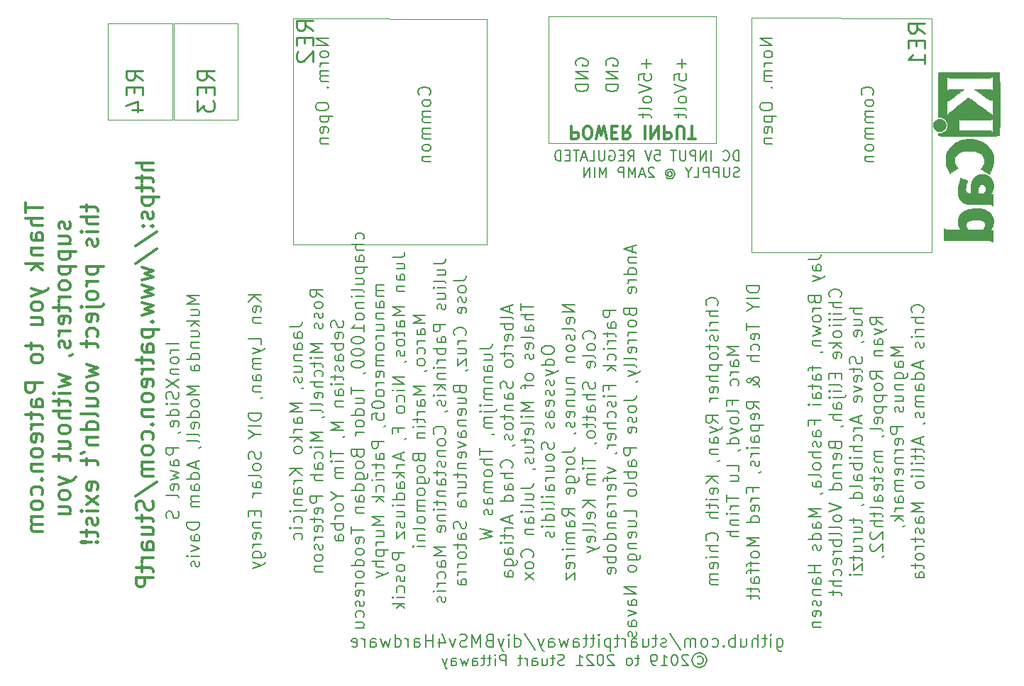
<source format=gbo>
G04 #@! TF.GenerationSoftware,KiCad,Pcbnew,5.1.9+dfsg1-1~bpo10+1*
G04 #@! TF.CreationDate,2022-02-23T18:09:28+00:00*
G04 #@! TF.ProjectId,ControllerCircuit,436f6e74-726f-46c6-9c65-724369726375,rev?*
G04 #@! TF.SameCoordinates,Original*
G04 #@! TF.FileFunction,Legend,Bot*
G04 #@! TF.FilePolarity,Positive*
%FSLAX46Y46*%
G04 Gerber Fmt 4.6, Leading zero omitted, Abs format (unit mm)*
G04 Created by KiCad (PCBNEW 5.1.9+dfsg1-1~bpo10+1) date 2022-02-23 18:09:28*
%MOMM*%
%LPD*%
G01*
G04 APERTURE LIST*
%ADD10C,0.200000*%
%ADD11C,0.300000*%
%ADD12C,0.120000*%
%ADD13C,0.250000*%
%ADD14C,0.150000*%
%ADD15C,0.010000*%
G04 APERTURE END LIST*
D10*
X178984285Y-67842857D02*
X178984285Y-66642857D01*
X178698571Y-66642857D01*
X178527142Y-66700000D01*
X178412857Y-66814285D01*
X178355714Y-66928571D01*
X178298571Y-67157142D01*
X178298571Y-67328571D01*
X178355714Y-67557142D01*
X178412857Y-67671428D01*
X178527142Y-67785714D01*
X178698571Y-67842857D01*
X178984285Y-67842857D01*
X177098571Y-67728571D02*
X177155714Y-67785714D01*
X177327142Y-67842857D01*
X177441428Y-67842857D01*
X177612857Y-67785714D01*
X177727142Y-67671428D01*
X177784285Y-67557142D01*
X177841428Y-67328571D01*
X177841428Y-67157142D01*
X177784285Y-66928571D01*
X177727142Y-66814285D01*
X177612857Y-66700000D01*
X177441428Y-66642857D01*
X177327142Y-66642857D01*
X177155714Y-66700000D01*
X177098571Y-66757142D01*
X175670000Y-67842857D02*
X175670000Y-66642857D01*
X175098571Y-67842857D02*
X175098571Y-66642857D01*
X174412857Y-67842857D01*
X174412857Y-66642857D01*
X173841428Y-67842857D02*
X173841428Y-66642857D01*
X173384285Y-66642857D01*
X173270000Y-66700000D01*
X173212857Y-66757142D01*
X173155714Y-66871428D01*
X173155714Y-67042857D01*
X173212857Y-67157142D01*
X173270000Y-67214285D01*
X173384285Y-67271428D01*
X173841428Y-67271428D01*
X172641428Y-66642857D02*
X172641428Y-67614285D01*
X172584285Y-67728571D01*
X172527142Y-67785714D01*
X172412857Y-67842857D01*
X172184285Y-67842857D01*
X172070000Y-67785714D01*
X172012857Y-67728571D01*
X171955714Y-67614285D01*
X171955714Y-66642857D01*
X171555714Y-66642857D02*
X170870000Y-66642857D01*
X171212857Y-67842857D02*
X171212857Y-66642857D01*
X168984285Y-66642857D02*
X169555714Y-66642857D01*
X169612857Y-67214285D01*
X169555714Y-67157142D01*
X169441428Y-67100000D01*
X169155714Y-67100000D01*
X169041428Y-67157142D01*
X168984285Y-67214285D01*
X168927142Y-67328571D01*
X168927142Y-67614285D01*
X168984285Y-67728571D01*
X169041428Y-67785714D01*
X169155714Y-67842857D01*
X169441428Y-67842857D01*
X169555714Y-67785714D01*
X169612857Y-67728571D01*
X168584285Y-66642857D02*
X168184285Y-67842857D01*
X167784285Y-66642857D01*
X165784285Y-67842857D02*
X166184285Y-67271428D01*
X166470000Y-67842857D02*
X166470000Y-66642857D01*
X166012857Y-66642857D01*
X165898571Y-66700000D01*
X165841428Y-66757142D01*
X165784285Y-66871428D01*
X165784285Y-67042857D01*
X165841428Y-67157142D01*
X165898571Y-67214285D01*
X166012857Y-67271428D01*
X166470000Y-67271428D01*
X165270000Y-67214285D02*
X164870000Y-67214285D01*
X164698571Y-67842857D02*
X165270000Y-67842857D01*
X165270000Y-66642857D01*
X164698571Y-66642857D01*
X163555714Y-66700000D02*
X163670000Y-66642857D01*
X163841428Y-66642857D01*
X164012857Y-66700000D01*
X164127142Y-66814285D01*
X164184285Y-66928571D01*
X164241428Y-67157142D01*
X164241428Y-67328571D01*
X164184285Y-67557142D01*
X164127142Y-67671428D01*
X164012857Y-67785714D01*
X163841428Y-67842857D01*
X163727142Y-67842857D01*
X163555714Y-67785714D01*
X163498571Y-67728571D01*
X163498571Y-67328571D01*
X163727142Y-67328571D01*
X162984285Y-66642857D02*
X162984285Y-67614285D01*
X162927142Y-67728571D01*
X162870000Y-67785714D01*
X162755714Y-67842857D01*
X162527142Y-67842857D01*
X162412857Y-67785714D01*
X162355714Y-67728571D01*
X162298571Y-67614285D01*
X162298571Y-66642857D01*
X161155714Y-67842857D02*
X161727142Y-67842857D01*
X161727142Y-66642857D01*
X160812857Y-67500000D02*
X160241428Y-67500000D01*
X160927142Y-67842857D02*
X160527142Y-66642857D01*
X160127142Y-67842857D01*
X159898571Y-66642857D02*
X159212857Y-66642857D01*
X159555714Y-67842857D02*
X159555714Y-66642857D01*
X158812857Y-67214285D02*
X158412857Y-67214285D01*
X158241428Y-67842857D02*
X158812857Y-67842857D01*
X158812857Y-66642857D01*
X158241428Y-66642857D01*
X157727142Y-67842857D02*
X157727142Y-66642857D01*
X157441428Y-66642857D01*
X157270000Y-66700000D01*
X157155714Y-66814285D01*
X157098571Y-66928571D01*
X157041428Y-67157142D01*
X157041428Y-67328571D01*
X157098571Y-67557142D01*
X157155714Y-67671428D01*
X157270000Y-67785714D01*
X157441428Y-67842857D01*
X157727142Y-67842857D01*
X179041428Y-69785714D02*
X178870000Y-69842857D01*
X178584285Y-69842857D01*
X178470000Y-69785714D01*
X178412857Y-69728571D01*
X178355714Y-69614285D01*
X178355714Y-69500000D01*
X178412857Y-69385714D01*
X178470000Y-69328571D01*
X178584285Y-69271428D01*
X178812857Y-69214285D01*
X178927142Y-69157142D01*
X178984285Y-69100000D01*
X179041428Y-68985714D01*
X179041428Y-68871428D01*
X178984285Y-68757142D01*
X178927142Y-68700000D01*
X178812857Y-68642857D01*
X178527142Y-68642857D01*
X178355714Y-68700000D01*
X177841428Y-68642857D02*
X177841428Y-69614285D01*
X177784285Y-69728571D01*
X177727142Y-69785714D01*
X177612857Y-69842857D01*
X177384285Y-69842857D01*
X177270000Y-69785714D01*
X177212857Y-69728571D01*
X177155714Y-69614285D01*
X177155714Y-68642857D01*
X176584285Y-69842857D02*
X176584285Y-68642857D01*
X176127142Y-68642857D01*
X176012857Y-68700000D01*
X175955714Y-68757142D01*
X175898571Y-68871428D01*
X175898571Y-69042857D01*
X175955714Y-69157142D01*
X176012857Y-69214285D01*
X176127142Y-69271428D01*
X176584285Y-69271428D01*
X175384285Y-69842857D02*
X175384285Y-68642857D01*
X174927142Y-68642857D01*
X174812857Y-68700000D01*
X174755714Y-68757142D01*
X174698571Y-68871428D01*
X174698571Y-69042857D01*
X174755714Y-69157142D01*
X174812857Y-69214285D01*
X174927142Y-69271428D01*
X175384285Y-69271428D01*
X173612857Y-69842857D02*
X174184285Y-69842857D01*
X174184285Y-68642857D01*
X172984285Y-69271428D02*
X172984285Y-69842857D01*
X173384285Y-68642857D02*
X172984285Y-69271428D01*
X172584285Y-68642857D01*
X170527142Y-69271428D02*
X170584285Y-69214285D01*
X170698571Y-69157142D01*
X170812857Y-69157142D01*
X170927142Y-69214285D01*
X170984285Y-69271428D01*
X171041428Y-69385714D01*
X171041428Y-69500000D01*
X170984285Y-69614285D01*
X170927142Y-69671428D01*
X170812857Y-69728571D01*
X170698571Y-69728571D01*
X170584285Y-69671428D01*
X170527142Y-69614285D01*
X170527142Y-69157142D02*
X170527142Y-69614285D01*
X170470000Y-69671428D01*
X170412857Y-69671428D01*
X170298571Y-69614285D01*
X170241428Y-69500000D01*
X170241428Y-69214285D01*
X170355714Y-69042857D01*
X170527142Y-68928571D01*
X170755714Y-68871428D01*
X170984285Y-68928571D01*
X171155714Y-69042857D01*
X171270000Y-69214285D01*
X171327142Y-69442857D01*
X171270000Y-69671428D01*
X171155714Y-69842857D01*
X170984285Y-69957142D01*
X170755714Y-70014285D01*
X170527142Y-69957142D01*
X170355714Y-69842857D01*
X168870000Y-68757142D02*
X168812857Y-68700000D01*
X168698571Y-68642857D01*
X168412857Y-68642857D01*
X168298571Y-68700000D01*
X168241428Y-68757142D01*
X168184285Y-68871428D01*
X168184285Y-68985714D01*
X168241428Y-69157142D01*
X168927142Y-69842857D01*
X168184285Y-69842857D01*
X167727142Y-69500000D02*
X167155714Y-69500000D01*
X167841428Y-69842857D02*
X167441428Y-68642857D01*
X167041428Y-69842857D01*
X166641428Y-69842857D02*
X166641428Y-68642857D01*
X166241428Y-69500000D01*
X165841428Y-68642857D01*
X165841428Y-69842857D01*
X165270000Y-69842857D02*
X165270000Y-68642857D01*
X164812857Y-68642857D01*
X164698571Y-68700000D01*
X164641428Y-68757142D01*
X164584285Y-68871428D01*
X164584285Y-69042857D01*
X164641428Y-69157142D01*
X164698571Y-69214285D01*
X164812857Y-69271428D01*
X165270000Y-69271428D01*
X163155714Y-69842857D02*
X163155714Y-68642857D01*
X162755714Y-69500000D01*
X162355714Y-68642857D01*
X162355714Y-69842857D01*
X161784285Y-69842857D02*
X161784285Y-68642857D01*
X161212857Y-69842857D02*
X161212857Y-68642857D01*
X160527142Y-69842857D01*
X160527142Y-68642857D01*
D11*
X159014285Y-63751428D02*
X159014285Y-65251428D01*
X159585714Y-65251428D01*
X159728571Y-65180000D01*
X159800000Y-65108571D01*
X159871428Y-64965714D01*
X159871428Y-64751428D01*
X159800000Y-64608571D01*
X159728571Y-64537142D01*
X159585714Y-64465714D01*
X159014285Y-64465714D01*
X160800000Y-65251428D02*
X161085714Y-65251428D01*
X161228571Y-65180000D01*
X161371428Y-65037142D01*
X161442857Y-64751428D01*
X161442857Y-64251428D01*
X161371428Y-63965714D01*
X161228571Y-63822857D01*
X161085714Y-63751428D01*
X160800000Y-63751428D01*
X160657142Y-63822857D01*
X160514285Y-63965714D01*
X160442857Y-64251428D01*
X160442857Y-64751428D01*
X160514285Y-65037142D01*
X160657142Y-65180000D01*
X160800000Y-65251428D01*
X161942857Y-65251428D02*
X162300000Y-63751428D01*
X162585714Y-64822857D01*
X162871428Y-63751428D01*
X163228571Y-65251428D01*
X163800000Y-64537142D02*
X164300000Y-64537142D01*
X164514285Y-63751428D02*
X163800000Y-63751428D01*
X163800000Y-65251428D01*
X164514285Y-65251428D01*
X166014285Y-63751428D02*
X165514285Y-64465714D01*
X165157142Y-63751428D02*
X165157142Y-65251428D01*
X165728571Y-65251428D01*
X165871428Y-65180000D01*
X165942857Y-65108571D01*
X166014285Y-64965714D01*
X166014285Y-64751428D01*
X165942857Y-64608571D01*
X165871428Y-64537142D01*
X165728571Y-64465714D01*
X165157142Y-64465714D01*
X167800000Y-63751428D02*
X167800000Y-65251428D01*
X168514285Y-63751428D02*
X168514285Y-65251428D01*
X169371428Y-63751428D01*
X169371428Y-65251428D01*
X170085714Y-63751428D02*
X170085714Y-65251428D01*
X170657142Y-65251428D01*
X170800000Y-65180000D01*
X170871428Y-65108571D01*
X170942857Y-64965714D01*
X170942857Y-64751428D01*
X170871428Y-64608571D01*
X170800000Y-64537142D01*
X170657142Y-64465714D01*
X170085714Y-64465714D01*
X171585714Y-65251428D02*
X171585714Y-64037142D01*
X171657142Y-63894285D01*
X171728571Y-63822857D01*
X171871428Y-63751428D01*
X172157142Y-63751428D01*
X172300000Y-63822857D01*
X172371428Y-63894285D01*
X172442857Y-64037142D01*
X172442857Y-65251428D01*
X172942857Y-65251428D02*
X173800000Y-65251428D01*
X173371428Y-63751428D02*
X173371428Y-65251428D01*
D12*
X156290000Y-65730000D02*
X156290000Y-50620000D01*
X176260000Y-65730000D02*
X156290000Y-65730000D01*
X176260000Y-50620000D02*
X176260000Y-65730000D01*
X156290000Y-50620000D02*
X176260000Y-50620000D01*
D13*
X128204761Y-52302261D02*
X127252380Y-51635595D01*
X128204761Y-51159404D02*
X126204761Y-51159404D01*
X126204761Y-51921309D01*
X126300000Y-52111785D01*
X126395238Y-52207023D01*
X126585714Y-52302261D01*
X126871428Y-52302261D01*
X127061904Y-52207023D01*
X127157142Y-52111785D01*
X127252380Y-51921309D01*
X127252380Y-51159404D01*
X127157142Y-53159404D02*
X127157142Y-53826071D01*
X128204761Y-54111785D02*
X128204761Y-53159404D01*
X126204761Y-53159404D01*
X126204761Y-54111785D01*
X126395238Y-54873690D02*
X126300000Y-54968928D01*
X126204761Y-55159404D01*
X126204761Y-55635595D01*
X126300000Y-55826071D01*
X126395238Y-55921309D01*
X126585714Y-56016547D01*
X126776190Y-56016547D01*
X127061904Y-55921309D01*
X128204761Y-54778452D01*
X128204761Y-56016547D01*
X201184761Y-52602261D02*
X200232380Y-51935595D01*
X201184761Y-51459404D02*
X199184761Y-51459404D01*
X199184761Y-52221309D01*
X199280000Y-52411785D01*
X199375238Y-52507023D01*
X199565714Y-52602261D01*
X199851428Y-52602261D01*
X200041904Y-52507023D01*
X200137142Y-52411785D01*
X200232380Y-52221309D01*
X200232380Y-51459404D01*
X200137142Y-53459404D02*
X200137142Y-54126071D01*
X201184761Y-54411785D02*
X201184761Y-53459404D01*
X199184761Y-53459404D01*
X199184761Y-54411785D01*
X201184761Y-56316547D02*
X201184761Y-55173690D01*
X201184761Y-55745119D02*
X199184761Y-55745119D01*
X199470476Y-55554642D01*
X199660952Y-55364166D01*
X199756190Y-55173690D01*
D12*
X148930000Y-50910000D02*
X125800000Y-50840000D01*
X148930000Y-77850000D02*
X148930000Y-50910000D01*
X125800000Y-77850000D02*
X148930000Y-77850000D01*
X125800000Y-50840000D02*
X125800000Y-77850000D01*
X201990000Y-50900000D02*
X180530000Y-50800000D01*
X201990000Y-78780000D02*
X201990000Y-50900000D01*
X180530000Y-78780000D02*
X201990000Y-78780000D01*
X180530000Y-50800000D02*
X180530000Y-78780000D01*
D10*
X148093571Y-90312857D02*
X149165000Y-90312857D01*
X149379285Y-90241428D01*
X149522142Y-90098571D01*
X149593571Y-89884285D01*
X149593571Y-89741428D01*
X148593571Y-91670000D02*
X149593571Y-91670000D01*
X148593571Y-91027142D02*
X149379285Y-91027142D01*
X149522142Y-91098571D01*
X149593571Y-91241428D01*
X149593571Y-91455714D01*
X149522142Y-91598571D01*
X149450714Y-91670000D01*
X149593571Y-93027142D02*
X148807857Y-93027142D01*
X148665000Y-92955714D01*
X148593571Y-92812857D01*
X148593571Y-92527142D01*
X148665000Y-92384285D01*
X149522142Y-93027142D02*
X149593571Y-92884285D01*
X149593571Y-92527142D01*
X149522142Y-92384285D01*
X149379285Y-92312857D01*
X149236428Y-92312857D01*
X149093571Y-92384285D01*
X149022142Y-92527142D01*
X149022142Y-92884285D01*
X148950714Y-93027142D01*
X148593571Y-93741428D02*
X149593571Y-93741428D01*
X148736428Y-93741428D02*
X148665000Y-93812857D01*
X148593571Y-93955714D01*
X148593571Y-94170000D01*
X148665000Y-94312857D01*
X148807857Y-94384285D01*
X149593571Y-94384285D01*
X149593571Y-95098571D02*
X148593571Y-95098571D01*
X148736428Y-95098571D02*
X148665000Y-95170000D01*
X148593571Y-95312857D01*
X148593571Y-95527142D01*
X148665000Y-95670000D01*
X148807857Y-95741428D01*
X149593571Y-95741428D01*
X148807857Y-95741428D02*
X148665000Y-95812857D01*
X148593571Y-95955714D01*
X148593571Y-96170000D01*
X148665000Y-96312857D01*
X148807857Y-96384285D01*
X149593571Y-96384285D01*
X149593571Y-97098571D02*
X148593571Y-97098571D01*
X148093571Y-97098571D02*
X148165000Y-97027142D01*
X148236428Y-97098571D01*
X148165000Y-97170000D01*
X148093571Y-97098571D01*
X148236428Y-97098571D01*
X148593571Y-97812857D02*
X149879285Y-97812857D01*
X150022142Y-97741428D01*
X150093571Y-97598571D01*
X150093571Y-97527142D01*
X148093571Y-97812857D02*
X148165000Y-97741428D01*
X148236428Y-97812857D01*
X148165000Y-97884285D01*
X148093571Y-97812857D01*
X148236428Y-97812857D01*
X149593571Y-98527142D02*
X148593571Y-98527142D01*
X148736428Y-98527142D02*
X148665000Y-98598571D01*
X148593571Y-98741428D01*
X148593571Y-98955714D01*
X148665000Y-99098571D01*
X148807857Y-99170000D01*
X149593571Y-99170000D01*
X148807857Y-99170000D02*
X148665000Y-99241428D01*
X148593571Y-99384285D01*
X148593571Y-99598571D01*
X148665000Y-99741428D01*
X148807857Y-99812857D01*
X149593571Y-99812857D01*
X149522142Y-100598571D02*
X149593571Y-100598571D01*
X149736428Y-100527142D01*
X149807857Y-100455714D01*
X148093571Y-102170000D02*
X148093571Y-103027142D01*
X149593571Y-102598571D02*
X148093571Y-102598571D01*
X149593571Y-103527142D02*
X148093571Y-103527142D01*
X149593571Y-104170000D02*
X148807857Y-104170000D01*
X148665000Y-104098571D01*
X148593571Y-103955714D01*
X148593571Y-103741428D01*
X148665000Y-103598571D01*
X148736428Y-103527142D01*
X149593571Y-105098571D02*
X149522142Y-104955714D01*
X149450714Y-104884285D01*
X149307857Y-104812857D01*
X148879285Y-104812857D01*
X148736428Y-104884285D01*
X148665000Y-104955714D01*
X148593571Y-105098571D01*
X148593571Y-105312857D01*
X148665000Y-105455714D01*
X148736428Y-105527142D01*
X148879285Y-105598571D01*
X149307857Y-105598571D01*
X149450714Y-105527142D01*
X149522142Y-105455714D01*
X149593571Y-105312857D01*
X149593571Y-105098571D01*
X149593571Y-106241428D02*
X148593571Y-106241428D01*
X148736428Y-106241428D02*
X148665000Y-106312857D01*
X148593571Y-106455714D01*
X148593571Y-106670000D01*
X148665000Y-106812857D01*
X148807857Y-106884285D01*
X149593571Y-106884285D01*
X148807857Y-106884285D02*
X148665000Y-106955714D01*
X148593571Y-107098571D01*
X148593571Y-107312857D01*
X148665000Y-107455714D01*
X148807857Y-107527142D01*
X149593571Y-107527142D01*
X149593571Y-108884285D02*
X148807857Y-108884285D01*
X148665000Y-108812857D01*
X148593571Y-108670000D01*
X148593571Y-108384285D01*
X148665000Y-108241428D01*
X149522142Y-108884285D02*
X149593571Y-108741428D01*
X149593571Y-108384285D01*
X149522142Y-108241428D01*
X149379285Y-108170000D01*
X149236428Y-108170000D01*
X149093571Y-108241428D01*
X149022142Y-108384285D01*
X149022142Y-108741428D01*
X148950714Y-108884285D01*
X149522142Y-109527142D02*
X149593571Y-109670000D01*
X149593571Y-109955714D01*
X149522142Y-110098571D01*
X149379285Y-110170000D01*
X149307857Y-110170000D01*
X149165000Y-110098571D01*
X149093571Y-109955714D01*
X149093571Y-109741428D01*
X149022142Y-109598571D01*
X148879285Y-109527142D01*
X148807857Y-109527142D01*
X148665000Y-109598571D01*
X148593571Y-109741428D01*
X148593571Y-109955714D01*
X148665000Y-110098571D01*
X148093571Y-111812857D02*
X149593571Y-112170000D01*
X148522142Y-112455714D01*
X149593571Y-112741428D01*
X148093571Y-113098571D01*
X151615000Y-85205714D02*
X151615000Y-85920000D01*
X152043571Y-85062857D02*
X150543571Y-85562857D01*
X152043571Y-86062857D01*
X152043571Y-86777142D02*
X151972142Y-86634285D01*
X151829285Y-86562857D01*
X150543571Y-86562857D01*
X152043571Y-87348571D02*
X150543571Y-87348571D01*
X151115000Y-87348571D02*
X151043571Y-87491428D01*
X151043571Y-87777142D01*
X151115000Y-87920000D01*
X151186428Y-87991428D01*
X151329285Y-88062857D01*
X151757857Y-88062857D01*
X151900714Y-87991428D01*
X151972142Y-87920000D01*
X152043571Y-87777142D01*
X152043571Y-87491428D01*
X151972142Y-87348571D01*
X151972142Y-89277142D02*
X152043571Y-89134285D01*
X152043571Y-88848571D01*
X151972142Y-88705714D01*
X151829285Y-88634285D01*
X151257857Y-88634285D01*
X151115000Y-88705714D01*
X151043571Y-88848571D01*
X151043571Y-89134285D01*
X151115000Y-89277142D01*
X151257857Y-89348571D01*
X151400714Y-89348571D01*
X151543571Y-88634285D01*
X152043571Y-89991428D02*
X151043571Y-89991428D01*
X151329285Y-89991428D02*
X151186428Y-90062857D01*
X151115000Y-90134285D01*
X151043571Y-90277142D01*
X151043571Y-90420000D01*
X151043571Y-90705714D02*
X151043571Y-91277142D01*
X150543571Y-90920000D02*
X151829285Y-90920000D01*
X151972142Y-90991428D01*
X152043571Y-91134285D01*
X152043571Y-91277142D01*
X152043571Y-91991428D02*
X151972142Y-91848571D01*
X151900714Y-91777142D01*
X151757857Y-91705714D01*
X151329285Y-91705714D01*
X151186428Y-91777142D01*
X151115000Y-91848571D01*
X151043571Y-91991428D01*
X151043571Y-92205714D01*
X151115000Y-92348571D01*
X151186428Y-92420000D01*
X151329285Y-92491428D01*
X151757857Y-92491428D01*
X151900714Y-92420000D01*
X151972142Y-92348571D01*
X152043571Y-92205714D01*
X152043571Y-91991428D01*
X151972142Y-94205714D02*
X152043571Y-94420000D01*
X152043571Y-94777142D01*
X151972142Y-94920000D01*
X151900714Y-94991428D01*
X151757857Y-95062857D01*
X151615000Y-95062857D01*
X151472142Y-94991428D01*
X151400714Y-94920000D01*
X151329285Y-94777142D01*
X151257857Y-94491428D01*
X151186428Y-94348571D01*
X151115000Y-94277142D01*
X150972142Y-94205714D01*
X150829285Y-94205714D01*
X150686428Y-94277142D01*
X150615000Y-94348571D01*
X150543571Y-94491428D01*
X150543571Y-94848571D01*
X150615000Y-95062857D01*
X152043571Y-96348571D02*
X151257857Y-96348571D01*
X151115000Y-96277142D01*
X151043571Y-96134285D01*
X151043571Y-95848571D01*
X151115000Y-95705714D01*
X151972142Y-96348571D02*
X152043571Y-96205714D01*
X152043571Y-95848571D01*
X151972142Y-95705714D01*
X151829285Y-95634285D01*
X151686428Y-95634285D01*
X151543571Y-95705714D01*
X151472142Y-95848571D01*
X151472142Y-96205714D01*
X151400714Y-96348571D01*
X151043571Y-97062857D02*
X152043571Y-97062857D01*
X151186428Y-97062857D02*
X151115000Y-97134285D01*
X151043571Y-97277142D01*
X151043571Y-97491428D01*
X151115000Y-97634285D01*
X151257857Y-97705714D01*
X152043571Y-97705714D01*
X151043571Y-98205714D02*
X151043571Y-98777142D01*
X150543571Y-98420000D02*
X151829285Y-98420000D01*
X151972142Y-98491428D01*
X152043571Y-98634285D01*
X152043571Y-98777142D01*
X152043571Y-99491428D02*
X151972142Y-99348571D01*
X151900714Y-99277142D01*
X151757857Y-99205714D01*
X151329285Y-99205714D01*
X151186428Y-99277142D01*
X151115000Y-99348571D01*
X151043571Y-99491428D01*
X151043571Y-99705714D01*
X151115000Y-99848571D01*
X151186428Y-99920000D01*
X151329285Y-99991428D01*
X151757857Y-99991428D01*
X151900714Y-99920000D01*
X151972142Y-99848571D01*
X152043571Y-99705714D01*
X152043571Y-99491428D01*
X151972142Y-100562857D02*
X152043571Y-100705714D01*
X152043571Y-100991428D01*
X151972142Y-101134285D01*
X151829285Y-101205714D01*
X151757857Y-101205714D01*
X151615000Y-101134285D01*
X151543571Y-100991428D01*
X151543571Y-100777142D01*
X151472142Y-100634285D01*
X151329285Y-100562857D01*
X151257857Y-100562857D01*
X151115000Y-100634285D01*
X151043571Y-100777142D01*
X151043571Y-100991428D01*
X151115000Y-101134285D01*
X151972142Y-101920000D02*
X152043571Y-101920000D01*
X152186428Y-101848571D01*
X152257857Y-101777142D01*
X151900714Y-104562857D02*
X151972142Y-104491428D01*
X152043571Y-104277142D01*
X152043571Y-104134285D01*
X151972142Y-103920000D01*
X151829285Y-103777142D01*
X151686428Y-103705714D01*
X151400714Y-103634285D01*
X151186428Y-103634285D01*
X150900714Y-103705714D01*
X150757857Y-103777142D01*
X150615000Y-103920000D01*
X150543571Y-104134285D01*
X150543571Y-104277142D01*
X150615000Y-104491428D01*
X150686428Y-104562857D01*
X152043571Y-105205714D02*
X150543571Y-105205714D01*
X152043571Y-105848571D02*
X151257857Y-105848571D01*
X151115000Y-105777142D01*
X151043571Y-105634285D01*
X151043571Y-105420000D01*
X151115000Y-105277142D01*
X151186428Y-105205714D01*
X152043571Y-107205714D02*
X151257857Y-107205714D01*
X151115000Y-107134285D01*
X151043571Y-106991428D01*
X151043571Y-106705714D01*
X151115000Y-106562857D01*
X151972142Y-107205714D02*
X152043571Y-107062857D01*
X152043571Y-106705714D01*
X151972142Y-106562857D01*
X151829285Y-106491428D01*
X151686428Y-106491428D01*
X151543571Y-106562857D01*
X151472142Y-106705714D01*
X151472142Y-107062857D01*
X151400714Y-107205714D01*
X152043571Y-108562857D02*
X150543571Y-108562857D01*
X151972142Y-108562857D02*
X152043571Y-108420000D01*
X152043571Y-108134285D01*
X151972142Y-107991428D01*
X151900714Y-107920000D01*
X151757857Y-107848571D01*
X151329285Y-107848571D01*
X151186428Y-107920000D01*
X151115000Y-107991428D01*
X151043571Y-108134285D01*
X151043571Y-108420000D01*
X151115000Y-108562857D01*
X151615000Y-110348571D02*
X151615000Y-111062857D01*
X152043571Y-110205714D02*
X150543571Y-110705714D01*
X152043571Y-111205714D01*
X152043571Y-111705714D02*
X151043571Y-111705714D01*
X151329285Y-111705714D02*
X151186428Y-111777142D01*
X151115000Y-111848571D01*
X151043571Y-111991428D01*
X151043571Y-112134285D01*
X151043571Y-112420000D02*
X151043571Y-112991428D01*
X150543571Y-112634285D02*
X151829285Y-112634285D01*
X151972142Y-112705714D01*
X152043571Y-112848571D01*
X152043571Y-112991428D01*
X152043571Y-113491428D02*
X151043571Y-113491428D01*
X150543571Y-113491428D02*
X150615000Y-113420000D01*
X150686428Y-113491428D01*
X150615000Y-113562857D01*
X150543571Y-113491428D01*
X150686428Y-113491428D01*
X152043571Y-114848571D02*
X151257857Y-114848571D01*
X151115000Y-114777142D01*
X151043571Y-114634285D01*
X151043571Y-114348571D01*
X151115000Y-114205714D01*
X151972142Y-114848571D02*
X152043571Y-114705714D01*
X152043571Y-114348571D01*
X151972142Y-114205714D01*
X151829285Y-114134285D01*
X151686428Y-114134285D01*
X151543571Y-114205714D01*
X151472142Y-114348571D01*
X151472142Y-114705714D01*
X151400714Y-114848571D01*
X151043571Y-116205714D02*
X152257857Y-116205714D01*
X152400714Y-116134285D01*
X152472142Y-116062857D01*
X152543571Y-115920000D01*
X152543571Y-115705714D01*
X152472142Y-115562857D01*
X151972142Y-116205714D02*
X152043571Y-116062857D01*
X152043571Y-115777142D01*
X151972142Y-115634285D01*
X151900714Y-115562857D01*
X151757857Y-115491428D01*
X151329285Y-115491428D01*
X151186428Y-115562857D01*
X151115000Y-115634285D01*
X151043571Y-115777142D01*
X151043571Y-116062857D01*
X151115000Y-116205714D01*
X152043571Y-117562857D02*
X151257857Y-117562857D01*
X151115000Y-117491428D01*
X151043571Y-117348571D01*
X151043571Y-117062857D01*
X151115000Y-116920000D01*
X151972142Y-117562857D02*
X152043571Y-117420000D01*
X152043571Y-117062857D01*
X151972142Y-116920000D01*
X151829285Y-116848571D01*
X151686428Y-116848571D01*
X151543571Y-116920000D01*
X151472142Y-117062857D01*
X151472142Y-117420000D01*
X151400714Y-117562857D01*
X152993571Y-84884285D02*
X152993571Y-85741428D01*
X154493571Y-85312857D02*
X152993571Y-85312857D01*
X154493571Y-86241428D02*
X152993571Y-86241428D01*
X154493571Y-86884285D02*
X153707857Y-86884285D01*
X153565000Y-86812857D01*
X153493571Y-86670000D01*
X153493571Y-86455714D01*
X153565000Y-86312857D01*
X153636428Y-86241428D01*
X154493571Y-88241428D02*
X153707857Y-88241428D01*
X153565000Y-88170000D01*
X153493571Y-88027142D01*
X153493571Y-87741428D01*
X153565000Y-87598571D01*
X154422142Y-88241428D02*
X154493571Y-88098571D01*
X154493571Y-87741428D01*
X154422142Y-87598571D01*
X154279285Y-87527142D01*
X154136428Y-87527142D01*
X153993571Y-87598571D01*
X153922142Y-87741428D01*
X153922142Y-88098571D01*
X153850714Y-88241428D01*
X154493571Y-89170000D02*
X154422142Y-89027142D01*
X154279285Y-88955714D01*
X152993571Y-88955714D01*
X154422142Y-90312857D02*
X154493571Y-90170000D01*
X154493571Y-89884285D01*
X154422142Y-89741428D01*
X154279285Y-89670000D01*
X153707857Y-89670000D01*
X153565000Y-89741428D01*
X153493571Y-89884285D01*
X153493571Y-90170000D01*
X153565000Y-90312857D01*
X153707857Y-90384285D01*
X153850714Y-90384285D01*
X153993571Y-89670000D01*
X154422142Y-90955714D02*
X154493571Y-91098571D01*
X154493571Y-91384285D01*
X154422142Y-91527142D01*
X154279285Y-91598571D01*
X154207857Y-91598571D01*
X154065000Y-91527142D01*
X153993571Y-91384285D01*
X153993571Y-91170000D01*
X153922142Y-91027142D01*
X153779285Y-90955714D01*
X153707857Y-90955714D01*
X153565000Y-91027142D01*
X153493571Y-91170000D01*
X153493571Y-91384285D01*
X153565000Y-91527142D01*
X154493571Y-93598571D02*
X154422142Y-93455714D01*
X154350714Y-93384285D01*
X154207857Y-93312857D01*
X153779285Y-93312857D01*
X153636428Y-93384285D01*
X153565000Y-93455714D01*
X153493571Y-93598571D01*
X153493571Y-93812857D01*
X153565000Y-93955714D01*
X153636428Y-94027142D01*
X153779285Y-94098571D01*
X154207857Y-94098571D01*
X154350714Y-94027142D01*
X154422142Y-93955714D01*
X154493571Y-93812857D01*
X154493571Y-93598571D01*
X153493571Y-94527142D02*
X153493571Y-95098571D01*
X154493571Y-94741428D02*
X153207857Y-94741428D01*
X153065000Y-94812857D01*
X152993571Y-94955714D01*
X152993571Y-95098571D01*
X154493571Y-96741428D02*
X152993571Y-96741428D01*
X154065000Y-97241428D01*
X152993571Y-97741428D01*
X154493571Y-97741428D01*
X154493571Y-98455714D02*
X153493571Y-98455714D01*
X152993571Y-98455714D02*
X153065000Y-98384285D01*
X153136428Y-98455714D01*
X153065000Y-98527142D01*
X152993571Y-98455714D01*
X153136428Y-98455714D01*
X154493571Y-99384285D02*
X154422142Y-99241428D01*
X154279285Y-99170000D01*
X152993571Y-99170000D01*
X154422142Y-100527142D02*
X154493571Y-100384285D01*
X154493571Y-100098571D01*
X154422142Y-99955714D01*
X154279285Y-99884285D01*
X153707857Y-99884285D01*
X153565000Y-99955714D01*
X153493571Y-100098571D01*
X153493571Y-100384285D01*
X153565000Y-100527142D01*
X153707857Y-100598571D01*
X153850714Y-100598571D01*
X153993571Y-99884285D01*
X153493571Y-101027142D02*
X153493571Y-101598571D01*
X152993571Y-101241428D02*
X154279285Y-101241428D01*
X154422142Y-101312857D01*
X154493571Y-101455714D01*
X154493571Y-101598571D01*
X153493571Y-102741428D02*
X154493571Y-102741428D01*
X153493571Y-102098571D02*
X154279285Y-102098571D01*
X154422142Y-102170000D01*
X154493571Y-102312857D01*
X154493571Y-102527142D01*
X154422142Y-102670000D01*
X154350714Y-102741428D01*
X154422142Y-103384285D02*
X154493571Y-103527142D01*
X154493571Y-103812857D01*
X154422142Y-103955714D01*
X154279285Y-104027142D01*
X154207857Y-104027142D01*
X154065000Y-103955714D01*
X153993571Y-103812857D01*
X153993571Y-103598571D01*
X153922142Y-103455714D01*
X153779285Y-103384285D01*
X153707857Y-103384285D01*
X153565000Y-103455714D01*
X153493571Y-103598571D01*
X153493571Y-103812857D01*
X153565000Y-103955714D01*
X154422142Y-104741428D02*
X154493571Y-104741428D01*
X154636428Y-104670000D01*
X154707857Y-104598571D01*
X152993571Y-106955714D02*
X154065000Y-106955714D01*
X154279285Y-106884285D01*
X154422142Y-106741428D01*
X154493571Y-106527142D01*
X154493571Y-106384285D01*
X153493571Y-108312857D02*
X154493571Y-108312857D01*
X153493571Y-107670000D02*
X154279285Y-107670000D01*
X154422142Y-107741428D01*
X154493571Y-107884285D01*
X154493571Y-108098571D01*
X154422142Y-108241428D01*
X154350714Y-108312857D01*
X154493571Y-109241428D02*
X154422142Y-109098571D01*
X154279285Y-109027142D01*
X152993571Y-109027142D01*
X154493571Y-109812857D02*
X153493571Y-109812857D01*
X152993571Y-109812857D02*
X153065000Y-109741428D01*
X153136428Y-109812857D01*
X153065000Y-109884285D01*
X152993571Y-109812857D01*
X153136428Y-109812857D01*
X154493571Y-111170000D02*
X153707857Y-111170000D01*
X153565000Y-111098571D01*
X153493571Y-110955714D01*
X153493571Y-110670000D01*
X153565000Y-110527142D01*
X154422142Y-111170000D02*
X154493571Y-111027142D01*
X154493571Y-110670000D01*
X154422142Y-110527142D01*
X154279285Y-110455714D01*
X154136428Y-110455714D01*
X153993571Y-110527142D01*
X153922142Y-110670000D01*
X153922142Y-111027142D01*
X153850714Y-111170000D01*
X153493571Y-111884285D02*
X154493571Y-111884285D01*
X153636428Y-111884285D02*
X153565000Y-111955714D01*
X153493571Y-112098571D01*
X153493571Y-112312857D01*
X153565000Y-112455714D01*
X153707857Y-112527142D01*
X154493571Y-112527142D01*
X154350714Y-115241428D02*
X154422142Y-115170000D01*
X154493571Y-114955714D01*
X154493571Y-114812857D01*
X154422142Y-114598571D01*
X154279285Y-114455714D01*
X154136428Y-114384285D01*
X153850714Y-114312857D01*
X153636428Y-114312857D01*
X153350714Y-114384285D01*
X153207857Y-114455714D01*
X153065000Y-114598571D01*
X152993571Y-114812857D01*
X152993571Y-114955714D01*
X153065000Y-115170000D01*
X153136428Y-115241428D01*
X154493571Y-116098571D02*
X154422142Y-115955714D01*
X154350714Y-115884285D01*
X154207857Y-115812857D01*
X153779285Y-115812857D01*
X153636428Y-115884285D01*
X153565000Y-115955714D01*
X153493571Y-116098571D01*
X153493571Y-116312857D01*
X153565000Y-116455714D01*
X153636428Y-116527142D01*
X153779285Y-116598571D01*
X154207857Y-116598571D01*
X154350714Y-116527142D01*
X154422142Y-116455714D01*
X154493571Y-116312857D01*
X154493571Y-116098571D01*
X154493571Y-117098571D02*
X153493571Y-117884285D01*
X153493571Y-117098571D02*
X154493571Y-117884285D01*
X155443571Y-90348571D02*
X155443571Y-90634285D01*
X155515000Y-90777142D01*
X155657857Y-90920000D01*
X155943571Y-90991428D01*
X156443571Y-90991428D01*
X156729285Y-90920000D01*
X156872142Y-90777142D01*
X156943571Y-90634285D01*
X156943571Y-90348571D01*
X156872142Y-90205714D01*
X156729285Y-90062857D01*
X156443571Y-89991428D01*
X155943571Y-89991428D01*
X155657857Y-90062857D01*
X155515000Y-90205714D01*
X155443571Y-90348571D01*
X156943571Y-92277142D02*
X155443571Y-92277142D01*
X156872142Y-92277142D02*
X156943571Y-92134285D01*
X156943571Y-91848571D01*
X156872142Y-91705714D01*
X156800714Y-91634285D01*
X156657857Y-91562857D01*
X156229285Y-91562857D01*
X156086428Y-91634285D01*
X156015000Y-91705714D01*
X155943571Y-91848571D01*
X155943571Y-92134285D01*
X156015000Y-92277142D01*
X155943571Y-92848571D02*
X156943571Y-93205714D01*
X155943571Y-93562857D02*
X156943571Y-93205714D01*
X157300714Y-93062857D01*
X157372142Y-92991428D01*
X157443571Y-92848571D01*
X156872142Y-94062857D02*
X156943571Y-94205714D01*
X156943571Y-94491428D01*
X156872142Y-94634285D01*
X156729285Y-94705714D01*
X156657857Y-94705714D01*
X156515000Y-94634285D01*
X156443571Y-94491428D01*
X156443571Y-94277142D01*
X156372142Y-94134285D01*
X156229285Y-94062857D01*
X156157857Y-94062857D01*
X156015000Y-94134285D01*
X155943571Y-94277142D01*
X155943571Y-94491428D01*
X156015000Y-94634285D01*
X156872142Y-95277142D02*
X156943571Y-95420000D01*
X156943571Y-95705714D01*
X156872142Y-95848571D01*
X156729285Y-95920000D01*
X156657857Y-95920000D01*
X156515000Y-95848571D01*
X156443571Y-95705714D01*
X156443571Y-95491428D01*
X156372142Y-95348571D01*
X156229285Y-95277142D01*
X156157857Y-95277142D01*
X156015000Y-95348571D01*
X155943571Y-95491428D01*
X155943571Y-95705714D01*
X156015000Y-95848571D01*
X156872142Y-97134285D02*
X156943571Y-96991428D01*
X156943571Y-96705714D01*
X156872142Y-96562857D01*
X156729285Y-96491428D01*
X156157857Y-96491428D01*
X156015000Y-96562857D01*
X155943571Y-96705714D01*
X155943571Y-96991428D01*
X156015000Y-97134285D01*
X156157857Y-97205714D01*
X156300714Y-97205714D01*
X156443571Y-96491428D01*
X156943571Y-98491428D02*
X156157857Y-98491428D01*
X156015000Y-98419999D01*
X155943571Y-98277142D01*
X155943571Y-97991428D01*
X156015000Y-97848571D01*
X156872142Y-98491428D02*
X156943571Y-98348571D01*
X156943571Y-97991428D01*
X156872142Y-97848571D01*
X156729285Y-97777142D01*
X156586428Y-97777142D01*
X156443571Y-97848571D01*
X156372142Y-97991428D01*
X156372142Y-98348571D01*
X156300714Y-98491428D01*
X156872142Y-99134285D02*
X156943571Y-99277142D01*
X156943571Y-99562857D01*
X156872142Y-99705714D01*
X156729285Y-99777142D01*
X156657857Y-99777142D01*
X156515000Y-99705714D01*
X156443571Y-99562857D01*
X156443571Y-99348571D01*
X156372142Y-99205714D01*
X156229285Y-99134285D01*
X156157857Y-99134285D01*
X156015000Y-99205714D01*
X155943571Y-99348571D01*
X155943571Y-99562857D01*
X156015000Y-99705714D01*
X156872142Y-101491428D02*
X156943571Y-101705714D01*
X156943571Y-102062857D01*
X156872142Y-102205714D01*
X156800714Y-102277142D01*
X156657857Y-102348571D01*
X156515000Y-102348571D01*
X156372142Y-102277142D01*
X156300714Y-102205714D01*
X156229285Y-102062857D01*
X156157857Y-101777142D01*
X156086428Y-101634285D01*
X156015000Y-101562857D01*
X155872142Y-101491428D01*
X155729285Y-101491428D01*
X155586428Y-101562857D01*
X155515000Y-101634285D01*
X155443571Y-101777142D01*
X155443571Y-102134285D01*
X155515000Y-102348571D01*
X156943571Y-103205714D02*
X156872142Y-103062857D01*
X156800714Y-102991428D01*
X156657857Y-102919999D01*
X156229285Y-102919999D01*
X156086428Y-102991428D01*
X156015000Y-103062857D01*
X155943571Y-103205714D01*
X155943571Y-103419999D01*
X156015000Y-103562857D01*
X156086428Y-103634285D01*
X156229285Y-103705714D01*
X156657857Y-103705714D01*
X156800714Y-103634285D01*
X156872142Y-103562857D01*
X156943571Y-103419999D01*
X156943571Y-103205714D01*
X155943571Y-104991428D02*
X156943571Y-104991428D01*
X155943571Y-104348571D02*
X156729285Y-104348571D01*
X156872142Y-104419999D01*
X156943571Y-104562857D01*
X156943571Y-104777142D01*
X156872142Y-104919999D01*
X156800714Y-104991428D01*
X156943571Y-105705714D02*
X155943571Y-105705714D01*
X156229285Y-105705714D02*
X156086428Y-105777142D01*
X156015000Y-105848571D01*
X155943571Y-105991428D01*
X155943571Y-106134285D01*
X156943571Y-107277142D02*
X156157857Y-107277142D01*
X156015000Y-107205714D01*
X155943571Y-107062857D01*
X155943571Y-106777142D01*
X156015000Y-106634285D01*
X156872142Y-107277142D02*
X156943571Y-107134285D01*
X156943571Y-106777142D01*
X156872142Y-106634285D01*
X156729285Y-106562857D01*
X156586428Y-106562857D01*
X156443571Y-106634285D01*
X156372142Y-106777142D01*
X156372142Y-107134285D01*
X156300714Y-107277142D01*
X156943571Y-107991428D02*
X155943571Y-107991428D01*
X155443571Y-107991428D02*
X155515000Y-107919999D01*
X155586428Y-107991428D01*
X155515000Y-108062857D01*
X155443571Y-107991428D01*
X155586428Y-107991428D01*
X156943571Y-108919999D02*
X156872142Y-108777142D01*
X156729285Y-108705714D01*
X155443571Y-108705714D01*
X156943571Y-109491428D02*
X155943571Y-109491428D01*
X155443571Y-109491428D02*
X155515000Y-109419999D01*
X155586428Y-109491428D01*
X155515000Y-109562857D01*
X155443571Y-109491428D01*
X155586428Y-109491428D01*
X156943571Y-110848571D02*
X155443571Y-110848571D01*
X156872142Y-110848571D02*
X156943571Y-110705714D01*
X156943571Y-110419999D01*
X156872142Y-110277142D01*
X156800714Y-110205714D01*
X156657857Y-110134285D01*
X156229285Y-110134285D01*
X156086428Y-110205714D01*
X156015000Y-110277142D01*
X155943571Y-110419999D01*
X155943571Y-110705714D01*
X156015000Y-110848571D01*
X156943571Y-111562857D02*
X155943571Y-111562857D01*
X155443571Y-111562857D02*
X155515000Y-111491428D01*
X155586428Y-111562857D01*
X155515000Y-111634285D01*
X155443571Y-111562857D01*
X155586428Y-111562857D01*
X156872142Y-112205714D02*
X156943571Y-112348571D01*
X156943571Y-112634285D01*
X156872142Y-112777142D01*
X156729285Y-112848571D01*
X156657857Y-112848571D01*
X156515000Y-112777142D01*
X156443571Y-112634285D01*
X156443571Y-112419999D01*
X156372142Y-112277142D01*
X156229285Y-112205714D01*
X156157857Y-112205714D01*
X156015000Y-112277142D01*
X155943571Y-112419999D01*
X155943571Y-112634285D01*
X156015000Y-112777142D01*
X159393571Y-85098571D02*
X157893571Y-85098571D01*
X159393571Y-85955714D01*
X157893571Y-85955714D01*
X159322142Y-87241428D02*
X159393571Y-87098571D01*
X159393571Y-86812857D01*
X159322142Y-86670000D01*
X159179285Y-86598571D01*
X158607857Y-86598571D01*
X158465000Y-86670000D01*
X158393571Y-86812857D01*
X158393571Y-87098571D01*
X158465000Y-87241428D01*
X158607857Y-87312857D01*
X158750714Y-87312857D01*
X158893571Y-86598571D01*
X159393571Y-88170000D02*
X159322142Y-88027142D01*
X159179285Y-87955714D01*
X157893571Y-87955714D01*
X159322142Y-88670000D02*
X159393571Y-88812857D01*
X159393571Y-89098571D01*
X159322142Y-89241428D01*
X159179285Y-89312857D01*
X159107857Y-89312857D01*
X158965000Y-89241428D01*
X158893571Y-89098571D01*
X158893571Y-88884285D01*
X158822142Y-88741428D01*
X158679285Y-88670000D01*
X158607857Y-88670000D01*
X158465000Y-88741428D01*
X158393571Y-88884285D01*
X158393571Y-89098571D01*
X158465000Y-89241428D01*
X159393571Y-90170000D02*
X159322142Y-90027142D01*
X159250714Y-89955714D01*
X159107857Y-89884285D01*
X158679285Y-89884285D01*
X158536428Y-89955714D01*
X158465000Y-90027142D01*
X158393571Y-90170000D01*
X158393571Y-90384285D01*
X158465000Y-90527142D01*
X158536428Y-90598571D01*
X158679285Y-90670000D01*
X159107857Y-90670000D01*
X159250714Y-90598571D01*
X159322142Y-90527142D01*
X159393571Y-90384285D01*
X159393571Y-90170000D01*
X158393571Y-91312857D02*
X159393571Y-91312857D01*
X158536428Y-91312857D02*
X158465000Y-91384285D01*
X158393571Y-91527142D01*
X158393571Y-91741428D01*
X158465000Y-91884285D01*
X158607857Y-91955714D01*
X159393571Y-91955714D01*
X158393571Y-93812857D02*
X159393571Y-93812857D01*
X158536428Y-93812857D02*
X158465000Y-93884285D01*
X158393571Y-94027142D01*
X158393571Y-94241428D01*
X158465000Y-94384285D01*
X158607857Y-94455714D01*
X159393571Y-94455714D01*
X158393571Y-95812857D02*
X159393571Y-95812857D01*
X158393571Y-95170000D02*
X159179285Y-95170000D01*
X159322142Y-95241428D01*
X159393571Y-95384285D01*
X159393571Y-95598571D01*
X159322142Y-95741428D01*
X159250714Y-95812857D01*
X158393571Y-96527142D02*
X159393571Y-96527142D01*
X158536428Y-96527142D02*
X158465000Y-96598571D01*
X158393571Y-96741428D01*
X158393571Y-96955714D01*
X158465000Y-97098571D01*
X158607857Y-97170000D01*
X159393571Y-97170000D01*
X159322142Y-98455714D02*
X159393571Y-98312857D01*
X159393571Y-98027142D01*
X159322142Y-97884285D01*
X159179285Y-97812857D01*
X158607857Y-97812857D01*
X158465000Y-97884285D01*
X158393571Y-98027142D01*
X158393571Y-98312857D01*
X158465000Y-98455714D01*
X158607857Y-98527142D01*
X158750714Y-98527142D01*
X158893571Y-97812857D01*
X159322142Y-99098571D02*
X159393571Y-99241428D01*
X159393571Y-99527142D01*
X159322142Y-99670000D01*
X159179285Y-99741428D01*
X159107857Y-99741428D01*
X158965000Y-99670000D01*
X158893571Y-99527142D01*
X158893571Y-99312857D01*
X158822142Y-99170000D01*
X158679285Y-99098571D01*
X158607857Y-99098571D01*
X158465000Y-99170000D01*
X158393571Y-99312857D01*
X158393571Y-99527142D01*
X158465000Y-99670000D01*
X159322142Y-100455714D02*
X159393571Y-100455714D01*
X159536428Y-100384285D01*
X159607857Y-100312857D01*
X157893571Y-102670000D02*
X158965000Y-102670000D01*
X159179285Y-102598571D01*
X159322142Y-102455714D01*
X159393571Y-102241428D01*
X159393571Y-102098571D01*
X159393571Y-103598571D02*
X159322142Y-103455714D01*
X159250714Y-103384285D01*
X159107857Y-103312857D01*
X158679285Y-103312857D01*
X158536428Y-103384285D01*
X158465000Y-103455714D01*
X158393571Y-103598571D01*
X158393571Y-103812857D01*
X158465000Y-103955714D01*
X158536428Y-104027142D01*
X158679285Y-104098571D01*
X159107857Y-104098571D01*
X159250714Y-104027142D01*
X159322142Y-103955714D01*
X159393571Y-103812857D01*
X159393571Y-103598571D01*
X159393571Y-104741428D02*
X158393571Y-104741428D01*
X158679285Y-104741428D02*
X158536428Y-104812857D01*
X158465000Y-104884285D01*
X158393571Y-105027142D01*
X158393571Y-105170000D01*
X158393571Y-106312857D02*
X159607857Y-106312857D01*
X159750714Y-106241428D01*
X159822142Y-106170000D01*
X159893571Y-106027142D01*
X159893571Y-105812857D01*
X159822142Y-105670000D01*
X159322142Y-106312857D02*
X159393571Y-106170000D01*
X159393571Y-105884285D01*
X159322142Y-105741428D01*
X159250714Y-105670000D01*
X159107857Y-105598571D01*
X158679285Y-105598571D01*
X158536428Y-105670000D01*
X158465000Y-105741428D01*
X158393571Y-105884285D01*
X158393571Y-106170000D01*
X158465000Y-106312857D01*
X159322142Y-107598571D02*
X159393571Y-107455714D01*
X159393571Y-107170000D01*
X159322142Y-107027142D01*
X159179285Y-106955714D01*
X158607857Y-106955714D01*
X158465000Y-107027142D01*
X158393571Y-107170000D01*
X158393571Y-107455714D01*
X158465000Y-107598571D01*
X158607857Y-107670000D01*
X158750714Y-107670000D01*
X158893571Y-106955714D01*
X159393571Y-110312857D02*
X158679285Y-109812857D01*
X159393571Y-109455714D02*
X157893571Y-109455714D01*
X157893571Y-110027142D01*
X157965000Y-110170000D01*
X158036428Y-110241428D01*
X158179285Y-110312857D01*
X158393571Y-110312857D01*
X158536428Y-110241428D01*
X158607857Y-110170000D01*
X158679285Y-110027142D01*
X158679285Y-109455714D01*
X159393571Y-111598571D02*
X158607857Y-111598571D01*
X158465000Y-111527142D01*
X158393571Y-111384285D01*
X158393571Y-111098571D01*
X158465000Y-110955714D01*
X159322142Y-111598571D02*
X159393571Y-111455714D01*
X159393571Y-111098571D01*
X159322142Y-110955714D01*
X159179285Y-110884285D01*
X159036428Y-110884285D01*
X158893571Y-110955714D01*
X158822142Y-111098571D01*
X158822142Y-111455714D01*
X158750714Y-111598571D01*
X159393571Y-112312857D02*
X158393571Y-112312857D01*
X158536428Y-112312857D02*
X158465000Y-112384285D01*
X158393571Y-112527142D01*
X158393571Y-112741428D01*
X158465000Y-112884285D01*
X158607857Y-112955714D01*
X159393571Y-112955714D01*
X158607857Y-112955714D02*
X158465000Y-113027142D01*
X158393571Y-113170000D01*
X158393571Y-113384285D01*
X158465000Y-113527142D01*
X158607857Y-113598571D01*
X159393571Y-113598571D01*
X159393571Y-114312857D02*
X158393571Y-114312857D01*
X157893571Y-114312857D02*
X157965000Y-114241428D01*
X158036428Y-114312857D01*
X157965000Y-114384285D01*
X157893571Y-114312857D01*
X158036428Y-114312857D01*
X159393571Y-115027142D02*
X158393571Y-115027142D01*
X158679285Y-115027142D02*
X158536428Y-115098571D01*
X158465000Y-115170000D01*
X158393571Y-115312857D01*
X158393571Y-115455714D01*
X159322142Y-116527142D02*
X159393571Y-116384285D01*
X159393571Y-116098571D01*
X159322142Y-115955714D01*
X159179285Y-115884285D01*
X158607857Y-115884285D01*
X158465000Y-115955714D01*
X158393571Y-116098571D01*
X158393571Y-116384285D01*
X158465000Y-116527142D01*
X158607857Y-116598571D01*
X158750714Y-116598571D01*
X158893571Y-115884285D01*
X158393571Y-117098571D02*
X158393571Y-117884285D01*
X159393571Y-117098571D01*
X159393571Y-117884285D01*
X161700714Y-89170000D02*
X161772142Y-89098571D01*
X161843571Y-88884285D01*
X161843571Y-88741428D01*
X161772142Y-88527142D01*
X161629285Y-88384285D01*
X161486428Y-88312857D01*
X161200714Y-88241428D01*
X160986428Y-88241428D01*
X160700714Y-88312857D01*
X160557857Y-88384285D01*
X160415000Y-88527142D01*
X160343571Y-88741428D01*
X160343571Y-88884285D01*
X160415000Y-89098571D01*
X160486428Y-89170000D01*
X161843571Y-90027142D02*
X161772142Y-89884285D01*
X161700714Y-89812857D01*
X161557857Y-89741428D01*
X161129285Y-89741428D01*
X160986428Y-89812857D01*
X160915000Y-89884285D01*
X160843571Y-90027142D01*
X160843571Y-90241428D01*
X160915000Y-90384285D01*
X160986428Y-90455714D01*
X161129285Y-90527142D01*
X161557857Y-90527142D01*
X161700714Y-90455714D01*
X161772142Y-90384285D01*
X161843571Y-90241428D01*
X161843571Y-90027142D01*
X161843571Y-91384285D02*
X161772142Y-91241428D01*
X161629285Y-91170000D01*
X160343571Y-91170000D01*
X161772142Y-92527142D02*
X161843571Y-92384285D01*
X161843571Y-92098571D01*
X161772142Y-91955714D01*
X161629285Y-91884285D01*
X161057857Y-91884285D01*
X160915000Y-91955714D01*
X160843571Y-92098571D01*
X160843571Y-92384285D01*
X160915000Y-92527142D01*
X161057857Y-92598571D01*
X161200714Y-92598571D01*
X161343571Y-91884285D01*
X161772142Y-94312857D02*
X161843571Y-94527142D01*
X161843571Y-94884285D01*
X161772142Y-95027142D01*
X161700714Y-95098571D01*
X161557857Y-95170000D01*
X161415000Y-95170000D01*
X161272142Y-95098571D01*
X161200714Y-95027142D01*
X161129285Y-94884285D01*
X161057857Y-94598571D01*
X160986428Y-94455714D01*
X160915000Y-94384285D01*
X160772142Y-94312857D01*
X160629285Y-94312857D01*
X160486428Y-94384285D01*
X160415000Y-94455714D01*
X160343571Y-94598571D01*
X160343571Y-94955714D01*
X160415000Y-95170000D01*
X161843571Y-95812857D02*
X160343571Y-95812857D01*
X161843571Y-96455714D02*
X161057857Y-96455714D01*
X160915000Y-96384285D01*
X160843571Y-96241428D01*
X160843571Y-96027142D01*
X160915000Y-95884285D01*
X160986428Y-95812857D01*
X161843571Y-97812857D02*
X161057857Y-97812857D01*
X160915000Y-97741428D01*
X160843571Y-97598571D01*
X160843571Y-97312857D01*
X160915000Y-97170000D01*
X161772142Y-97812857D02*
X161843571Y-97670000D01*
X161843571Y-97312857D01*
X161772142Y-97170000D01*
X161629285Y-97098571D01*
X161486428Y-97098571D01*
X161343571Y-97170000D01*
X161272142Y-97312857D01*
X161272142Y-97670000D01*
X161200714Y-97812857D01*
X160843571Y-98312857D02*
X160843571Y-98884285D01*
X160343571Y-98527142D02*
X161629285Y-98527142D01*
X161772142Y-98598571D01*
X161843571Y-98741428D01*
X161843571Y-98884285D01*
X160843571Y-99170000D02*
X160843571Y-99741428D01*
X160343571Y-99384285D02*
X161629285Y-99384285D01*
X161772142Y-99455714D01*
X161843571Y-99598571D01*
X161843571Y-99741428D01*
X161843571Y-100455714D02*
X161772142Y-100312857D01*
X161700714Y-100241428D01*
X161557857Y-100170000D01*
X161129285Y-100170000D01*
X160986428Y-100241428D01*
X160915000Y-100312857D01*
X160843571Y-100455714D01*
X160843571Y-100670000D01*
X160915000Y-100812857D01*
X160986428Y-100884285D01*
X161129285Y-100955714D01*
X161557857Y-100955714D01*
X161700714Y-100884285D01*
X161772142Y-100812857D01*
X161843571Y-100670000D01*
X161843571Y-100455714D01*
X161772142Y-101670000D02*
X161843571Y-101670000D01*
X161986428Y-101598571D01*
X162057857Y-101527142D01*
X160343571Y-103241428D02*
X160343571Y-104098571D01*
X161843571Y-103670000D02*
X160343571Y-103670000D01*
X161843571Y-104598571D02*
X160843571Y-104598571D01*
X160343571Y-104598571D02*
X160415000Y-104527142D01*
X160486428Y-104598571D01*
X160415000Y-104670000D01*
X160343571Y-104598571D01*
X160486428Y-104598571D01*
X161843571Y-105312857D02*
X160843571Y-105312857D01*
X160986428Y-105312857D02*
X160915000Y-105384285D01*
X160843571Y-105527142D01*
X160843571Y-105741428D01*
X160915000Y-105884285D01*
X161057857Y-105955714D01*
X161843571Y-105955714D01*
X161057857Y-105955714D02*
X160915000Y-106027142D01*
X160843571Y-106170000D01*
X160843571Y-106384285D01*
X160915000Y-106527142D01*
X161057857Y-106598571D01*
X161843571Y-106598571D01*
X161843571Y-108455714D02*
X160343571Y-108455714D01*
X161843571Y-109312857D02*
X160986428Y-108670000D01*
X160343571Y-109312857D02*
X161200714Y-108455714D01*
X161772142Y-110527142D02*
X161843571Y-110384285D01*
X161843571Y-110098571D01*
X161772142Y-109955714D01*
X161629285Y-109884285D01*
X161057857Y-109884285D01*
X160915000Y-109955714D01*
X160843571Y-110098571D01*
X160843571Y-110384285D01*
X160915000Y-110527142D01*
X161057857Y-110598571D01*
X161200714Y-110598571D01*
X161343571Y-109884285D01*
X161843571Y-111455714D02*
X161772142Y-111312857D01*
X161629285Y-111241428D01*
X160343571Y-111241428D01*
X161843571Y-112241428D02*
X161772142Y-112098571D01*
X161629285Y-112027142D01*
X160343571Y-112027142D01*
X161772142Y-113384285D02*
X161843571Y-113241428D01*
X161843571Y-112955714D01*
X161772142Y-112812857D01*
X161629285Y-112741428D01*
X161057857Y-112741428D01*
X160915000Y-112812857D01*
X160843571Y-112955714D01*
X160843571Y-113241428D01*
X160915000Y-113384285D01*
X161057857Y-113455714D01*
X161200714Y-113455714D01*
X161343571Y-112741428D01*
X160843571Y-113955714D02*
X161843571Y-114312857D01*
X160843571Y-114670000D02*
X161843571Y-114312857D01*
X162200714Y-114170000D01*
X162272142Y-114098571D01*
X162343571Y-113955714D01*
X164293571Y-85705714D02*
X162793571Y-85705714D01*
X162793571Y-86277142D01*
X162865000Y-86420000D01*
X162936428Y-86491428D01*
X163079285Y-86562857D01*
X163293571Y-86562857D01*
X163436428Y-86491428D01*
X163507857Y-86420000D01*
X163579285Y-86277142D01*
X163579285Y-85705714D01*
X164293571Y-87848571D02*
X163507857Y-87848571D01*
X163365000Y-87777142D01*
X163293571Y-87634285D01*
X163293571Y-87348571D01*
X163365000Y-87205714D01*
X164222142Y-87848571D02*
X164293571Y-87705714D01*
X164293571Y-87348571D01*
X164222142Y-87205714D01*
X164079285Y-87134285D01*
X163936428Y-87134285D01*
X163793571Y-87205714D01*
X163722142Y-87348571D01*
X163722142Y-87705714D01*
X163650714Y-87848571D01*
X163293571Y-88348571D02*
X163293571Y-88920000D01*
X162793571Y-88562857D02*
X164079285Y-88562857D01*
X164222142Y-88634285D01*
X164293571Y-88777142D01*
X164293571Y-88920000D01*
X164293571Y-89420000D02*
X163293571Y-89420000D01*
X163579285Y-89420000D02*
X163436428Y-89491428D01*
X163365000Y-89562857D01*
X163293571Y-89705714D01*
X163293571Y-89848571D01*
X164293571Y-90348571D02*
X163293571Y-90348571D01*
X162793571Y-90348571D02*
X162865000Y-90277142D01*
X162936428Y-90348571D01*
X162865000Y-90420000D01*
X162793571Y-90348571D01*
X162936428Y-90348571D01*
X164222142Y-91705714D02*
X164293571Y-91562857D01*
X164293571Y-91277142D01*
X164222142Y-91134285D01*
X164150714Y-91062857D01*
X164007857Y-90991428D01*
X163579285Y-90991428D01*
X163436428Y-91062857D01*
X163365000Y-91134285D01*
X163293571Y-91277142D01*
X163293571Y-91562857D01*
X163365000Y-91705714D01*
X164293571Y-92348571D02*
X162793571Y-92348571D01*
X163722142Y-92491428D02*
X164293571Y-92920000D01*
X163293571Y-92920000D02*
X163865000Y-92348571D01*
X163507857Y-95205714D02*
X163507857Y-94705714D01*
X164293571Y-94705714D02*
X162793571Y-94705714D01*
X162793571Y-95420000D01*
X164293571Y-95991428D02*
X163293571Y-95991428D01*
X162793571Y-95991428D02*
X162865000Y-95920000D01*
X162936428Y-95991428D01*
X162865000Y-96062857D01*
X162793571Y-95991428D01*
X162936428Y-95991428D01*
X164222142Y-96634285D02*
X164293571Y-96777142D01*
X164293571Y-97062857D01*
X164222142Y-97205714D01*
X164079285Y-97277142D01*
X164007857Y-97277142D01*
X163865000Y-97205714D01*
X163793571Y-97062857D01*
X163793571Y-96848571D01*
X163722142Y-96705714D01*
X163579285Y-96634285D01*
X163507857Y-96634285D01*
X163365000Y-96705714D01*
X163293571Y-96848571D01*
X163293571Y-97062857D01*
X163365000Y-97205714D01*
X164222142Y-98562857D02*
X164293571Y-98420000D01*
X164293571Y-98134285D01*
X164222142Y-97991428D01*
X164150714Y-97920000D01*
X164007857Y-97848571D01*
X163579285Y-97848571D01*
X163436428Y-97920000D01*
X163365000Y-97991428D01*
X163293571Y-98134285D01*
X163293571Y-98420000D01*
X163365000Y-98562857D01*
X164293571Y-99205714D02*
X162793571Y-99205714D01*
X164293571Y-99848571D02*
X163507857Y-99848571D01*
X163365000Y-99777142D01*
X163293571Y-99634285D01*
X163293571Y-99420000D01*
X163365000Y-99277142D01*
X163436428Y-99205714D01*
X164222142Y-101134285D02*
X164293571Y-100991428D01*
X164293571Y-100705714D01*
X164222142Y-100562857D01*
X164079285Y-100491428D01*
X163507857Y-100491428D01*
X163365000Y-100562857D01*
X163293571Y-100705714D01*
X163293571Y-100991428D01*
X163365000Y-101134285D01*
X163507857Y-101205714D01*
X163650714Y-101205714D01*
X163793571Y-100491428D01*
X164293571Y-101848571D02*
X163293571Y-101848571D01*
X163579285Y-101848571D02*
X163436428Y-101920000D01*
X163365000Y-101991428D01*
X163293571Y-102134285D01*
X163293571Y-102277142D01*
X164222142Y-102848571D02*
X164293571Y-102848571D01*
X164436428Y-102777142D01*
X164507857Y-102705714D01*
X163293571Y-104491428D02*
X164293571Y-104848571D01*
X163293571Y-105205714D01*
X163293571Y-105562857D02*
X163293571Y-106134285D01*
X164293571Y-105777142D02*
X163007857Y-105777142D01*
X162865000Y-105848571D01*
X162793571Y-105991428D01*
X162793571Y-106134285D01*
X164222142Y-107205714D02*
X164293571Y-107062857D01*
X164293571Y-106777142D01*
X164222142Y-106634285D01*
X164079285Y-106562857D01*
X163507857Y-106562857D01*
X163365000Y-106634285D01*
X163293571Y-106777142D01*
X163293571Y-107062857D01*
X163365000Y-107205714D01*
X163507857Y-107277142D01*
X163650714Y-107277142D01*
X163793571Y-106562857D01*
X164293571Y-107919999D02*
X163293571Y-107919999D01*
X163579285Y-107919999D02*
X163436428Y-107991428D01*
X163365000Y-108062857D01*
X163293571Y-108205714D01*
X163293571Y-108348571D01*
X164293571Y-108848571D02*
X163293571Y-108848571D01*
X163579285Y-108848571D02*
X163436428Y-108920000D01*
X163365000Y-108991428D01*
X163293571Y-109134285D01*
X163293571Y-109277142D01*
X164293571Y-110420000D02*
X163507857Y-110420000D01*
X163365000Y-110348571D01*
X163293571Y-110205714D01*
X163293571Y-109920000D01*
X163365000Y-109777142D01*
X164222142Y-110420000D02*
X164293571Y-110277142D01*
X164293571Y-109920000D01*
X164222142Y-109777142D01*
X164079285Y-109705714D01*
X163936428Y-109705714D01*
X163793571Y-109777142D01*
X163722142Y-109920000D01*
X163722142Y-110277142D01*
X163650714Y-110420000D01*
X163293571Y-111134285D02*
X164293571Y-111134285D01*
X163436428Y-111134285D02*
X163365000Y-111205714D01*
X163293571Y-111348571D01*
X163293571Y-111562857D01*
X163365000Y-111705714D01*
X163507857Y-111777142D01*
X164293571Y-111777142D01*
X164293571Y-113134285D02*
X162793571Y-113134285D01*
X164222142Y-113134285D02*
X164293571Y-112991428D01*
X164293571Y-112705714D01*
X164222142Y-112562857D01*
X164150714Y-112491428D01*
X164007857Y-112420000D01*
X163579285Y-112420000D01*
X163436428Y-112491428D01*
X163365000Y-112562857D01*
X163293571Y-112705714D01*
X163293571Y-112991428D01*
X163365000Y-113134285D01*
X164293571Y-114062857D02*
X164222142Y-113920000D01*
X164150714Y-113848571D01*
X164007857Y-113777142D01*
X163579285Y-113777142D01*
X163436428Y-113848571D01*
X163365000Y-113920000D01*
X163293571Y-114062857D01*
X163293571Y-114277142D01*
X163365000Y-114420000D01*
X163436428Y-114491428D01*
X163579285Y-114562857D01*
X164007857Y-114562857D01*
X164150714Y-114491428D01*
X164222142Y-114420000D01*
X164293571Y-114277142D01*
X164293571Y-114062857D01*
X164293571Y-115205714D02*
X162793571Y-115205714D01*
X163365000Y-115205714D02*
X163293571Y-115348571D01*
X163293571Y-115634285D01*
X163365000Y-115777142D01*
X163436428Y-115848571D01*
X163579285Y-115920000D01*
X164007857Y-115920000D01*
X164150714Y-115848571D01*
X164222142Y-115777142D01*
X164293571Y-115634285D01*
X164293571Y-115348571D01*
X164222142Y-115205714D01*
X164222142Y-117134285D02*
X164293571Y-116991428D01*
X164293571Y-116705714D01*
X164222142Y-116562857D01*
X164079285Y-116491428D01*
X163507857Y-116491428D01*
X163365000Y-116562857D01*
X163293571Y-116705714D01*
X163293571Y-116991428D01*
X163365000Y-117134285D01*
X163507857Y-117205714D01*
X163650714Y-117205714D01*
X163793571Y-116491428D01*
X166315000Y-78062857D02*
X166315000Y-78777142D01*
X166743571Y-77920000D02*
X165243571Y-78420000D01*
X166743571Y-78920000D01*
X165743571Y-79420000D02*
X166743571Y-79420000D01*
X165886428Y-79420000D02*
X165815000Y-79491428D01*
X165743571Y-79634285D01*
X165743571Y-79848571D01*
X165815000Y-79991428D01*
X165957857Y-80062857D01*
X166743571Y-80062857D01*
X166743571Y-81420000D02*
X165243571Y-81420000D01*
X166672142Y-81420000D02*
X166743571Y-81277142D01*
X166743571Y-80991428D01*
X166672142Y-80848571D01*
X166600714Y-80777142D01*
X166457857Y-80705714D01*
X166029285Y-80705714D01*
X165886428Y-80777142D01*
X165815000Y-80848571D01*
X165743571Y-80991428D01*
X165743571Y-81277142D01*
X165815000Y-81420000D01*
X166743571Y-82134285D02*
X165743571Y-82134285D01*
X166029285Y-82134285D02*
X165886428Y-82205714D01*
X165815000Y-82277142D01*
X165743571Y-82420000D01*
X165743571Y-82562857D01*
X166672142Y-83634285D02*
X166743571Y-83491428D01*
X166743571Y-83205714D01*
X166672142Y-83062857D01*
X166529285Y-82991428D01*
X165957857Y-82991428D01*
X165815000Y-83062857D01*
X165743571Y-83205714D01*
X165743571Y-83491428D01*
X165815000Y-83634285D01*
X165957857Y-83705714D01*
X166100714Y-83705714D01*
X166243571Y-82991428D01*
X165957857Y-85991428D02*
X166029285Y-86205714D01*
X166100714Y-86277142D01*
X166243571Y-86348571D01*
X166457857Y-86348571D01*
X166600714Y-86277142D01*
X166672142Y-86205714D01*
X166743571Y-86062857D01*
X166743571Y-85491428D01*
X165243571Y-85491428D01*
X165243571Y-85991428D01*
X165315000Y-86134285D01*
X165386428Y-86205714D01*
X165529285Y-86277142D01*
X165672142Y-86277142D01*
X165815000Y-86205714D01*
X165886428Y-86134285D01*
X165957857Y-85991428D01*
X165957857Y-85491428D01*
X166743571Y-87205714D02*
X166672142Y-87062857D01*
X166600714Y-86991428D01*
X166457857Y-86919999D01*
X166029285Y-86919999D01*
X165886428Y-86991428D01*
X165815000Y-87062857D01*
X165743571Y-87205714D01*
X165743571Y-87419999D01*
X165815000Y-87562857D01*
X165886428Y-87634285D01*
X166029285Y-87705714D01*
X166457857Y-87705714D01*
X166600714Y-87634285D01*
X166672142Y-87562857D01*
X166743571Y-87419999D01*
X166743571Y-87205714D01*
X166743571Y-88348571D02*
X165743571Y-88348571D01*
X166029285Y-88348571D02*
X165886428Y-88419999D01*
X165815000Y-88491428D01*
X165743571Y-88634285D01*
X165743571Y-88777142D01*
X166743571Y-89277142D02*
X165743571Y-89277142D01*
X166029285Y-89277142D02*
X165886428Y-89348571D01*
X165815000Y-89419999D01*
X165743571Y-89562857D01*
X165743571Y-89705714D01*
X166672142Y-90777142D02*
X166743571Y-90634285D01*
X166743571Y-90348571D01*
X166672142Y-90205714D01*
X166529285Y-90134285D01*
X165957857Y-90134285D01*
X165815000Y-90205714D01*
X165743571Y-90348571D01*
X165743571Y-90634285D01*
X165815000Y-90777142D01*
X165957857Y-90848571D01*
X166100714Y-90848571D01*
X166243571Y-90134285D01*
X166743571Y-91705714D02*
X166672142Y-91562857D01*
X166529285Y-91491428D01*
X165243571Y-91491428D01*
X166743571Y-92491428D02*
X166672142Y-92348571D01*
X166529285Y-92277142D01*
X165243571Y-92277142D01*
X165743571Y-92919999D02*
X166743571Y-93277142D01*
X165743571Y-93634285D02*
X166743571Y-93277142D01*
X167100714Y-93134285D01*
X167172142Y-93062857D01*
X167243571Y-92919999D01*
X166672142Y-94277142D02*
X166743571Y-94277142D01*
X166886428Y-94205714D01*
X166957857Y-94134285D01*
X165243571Y-96491428D02*
X166315000Y-96491428D01*
X166529285Y-96419999D01*
X166672142Y-96277142D01*
X166743571Y-96062857D01*
X166743571Y-95919999D01*
X166743571Y-97419999D02*
X166672142Y-97277142D01*
X166600714Y-97205714D01*
X166457857Y-97134285D01*
X166029285Y-97134285D01*
X165886428Y-97205714D01*
X165815000Y-97277142D01*
X165743571Y-97419999D01*
X165743571Y-97634285D01*
X165815000Y-97777142D01*
X165886428Y-97848571D01*
X166029285Y-97919999D01*
X166457857Y-97919999D01*
X166600714Y-97848571D01*
X166672142Y-97777142D01*
X166743571Y-97634285D01*
X166743571Y-97419999D01*
X166672142Y-98491428D02*
X166743571Y-98634285D01*
X166743571Y-98919999D01*
X166672142Y-99062857D01*
X166529285Y-99134285D01*
X166457857Y-99134285D01*
X166315000Y-99062857D01*
X166243571Y-98919999D01*
X166243571Y-98705714D01*
X166172142Y-98562857D01*
X166029285Y-98491428D01*
X165957857Y-98491428D01*
X165815000Y-98562857D01*
X165743571Y-98705714D01*
X165743571Y-98919999D01*
X165815000Y-99062857D01*
X166672142Y-100348571D02*
X166743571Y-100205714D01*
X166743571Y-99919999D01*
X166672142Y-99777142D01*
X166529285Y-99705714D01*
X165957857Y-99705714D01*
X165815000Y-99777142D01*
X165743571Y-99919999D01*
X165743571Y-100205714D01*
X165815000Y-100348571D01*
X165957857Y-100419999D01*
X166100714Y-100419999D01*
X166243571Y-99705714D01*
X166743571Y-102205714D02*
X165243571Y-102205714D01*
X165243571Y-102777142D01*
X165315000Y-102919999D01*
X165386428Y-102991428D01*
X165529285Y-103062857D01*
X165743571Y-103062857D01*
X165886428Y-102991428D01*
X165957857Y-102919999D01*
X166029285Y-102777142D01*
X166029285Y-102205714D01*
X166743571Y-104348571D02*
X165957857Y-104348571D01*
X165815000Y-104277142D01*
X165743571Y-104134285D01*
X165743571Y-103848571D01*
X165815000Y-103705714D01*
X166672142Y-104348571D02*
X166743571Y-104205714D01*
X166743571Y-103848571D01*
X166672142Y-103705714D01*
X166529285Y-103634285D01*
X166386428Y-103634285D01*
X166243571Y-103705714D01*
X166172142Y-103848571D01*
X166172142Y-104205714D01*
X166100714Y-104348571D01*
X166743571Y-105062857D02*
X165243571Y-105062857D01*
X165815000Y-105062857D02*
X165743571Y-105205714D01*
X165743571Y-105491428D01*
X165815000Y-105634285D01*
X165886428Y-105705714D01*
X166029285Y-105777142D01*
X166457857Y-105777142D01*
X166600714Y-105705714D01*
X166672142Y-105634285D01*
X166743571Y-105491428D01*
X166743571Y-105205714D01*
X166672142Y-105062857D01*
X166743571Y-106634285D02*
X166672142Y-106491428D01*
X166529285Y-106419999D01*
X165243571Y-106419999D01*
X166743571Y-107419999D02*
X166672142Y-107277142D01*
X166600714Y-107205714D01*
X166457857Y-107134285D01*
X166029285Y-107134285D01*
X165886428Y-107205714D01*
X165815000Y-107277142D01*
X165743571Y-107419999D01*
X165743571Y-107634285D01*
X165815000Y-107777142D01*
X165886428Y-107848571D01*
X166029285Y-107919999D01*
X166457857Y-107919999D01*
X166600714Y-107848571D01*
X166672142Y-107777142D01*
X166743571Y-107634285D01*
X166743571Y-107419999D01*
X166743571Y-110419999D02*
X166743571Y-109705714D01*
X165243571Y-109705714D01*
X165743571Y-111562857D02*
X166743571Y-111562857D01*
X165743571Y-110919999D02*
X166529285Y-110919999D01*
X166672142Y-110991428D01*
X166743571Y-111134285D01*
X166743571Y-111348571D01*
X166672142Y-111491428D01*
X166600714Y-111562857D01*
X166672142Y-112848571D02*
X166743571Y-112705714D01*
X166743571Y-112419999D01*
X166672142Y-112277142D01*
X166529285Y-112205714D01*
X165957857Y-112205714D01*
X165815000Y-112277142D01*
X165743571Y-112419999D01*
X165743571Y-112705714D01*
X165815000Y-112848571D01*
X165957857Y-112919999D01*
X166100714Y-112919999D01*
X166243571Y-112205714D01*
X165743571Y-113562857D02*
X166743571Y-113562857D01*
X165886428Y-113562857D02*
X165815000Y-113634285D01*
X165743571Y-113777142D01*
X165743571Y-113991428D01*
X165815000Y-114134285D01*
X165957857Y-114205714D01*
X166743571Y-114205714D01*
X165743571Y-115562857D02*
X166957857Y-115562857D01*
X167100714Y-115491428D01*
X167172142Y-115419999D01*
X167243571Y-115277142D01*
X167243571Y-115062857D01*
X167172142Y-114919999D01*
X166672142Y-115562857D02*
X166743571Y-115419999D01*
X166743571Y-115134285D01*
X166672142Y-114991428D01*
X166600714Y-114919999D01*
X166457857Y-114848571D01*
X166029285Y-114848571D01*
X165886428Y-114919999D01*
X165815000Y-114991428D01*
X165743571Y-115134285D01*
X165743571Y-115419999D01*
X165815000Y-115562857D01*
X166743571Y-116491428D02*
X166672142Y-116348571D01*
X166600714Y-116277142D01*
X166457857Y-116205714D01*
X166029285Y-116205714D01*
X165886428Y-116277142D01*
X165815000Y-116348571D01*
X165743571Y-116491428D01*
X165743571Y-116705714D01*
X165815000Y-116848571D01*
X165886428Y-116919999D01*
X166029285Y-116991428D01*
X166457857Y-116991428D01*
X166600714Y-116919999D01*
X166672142Y-116848571D01*
X166743571Y-116705714D01*
X166743571Y-116491428D01*
X166743571Y-118777142D02*
X165243571Y-118777142D01*
X166743571Y-119634285D01*
X165243571Y-119634285D01*
X166743571Y-120991428D02*
X165957857Y-120991428D01*
X165815000Y-120919999D01*
X165743571Y-120777142D01*
X165743571Y-120491428D01*
X165815000Y-120348571D01*
X166672142Y-120991428D02*
X166743571Y-120848571D01*
X166743571Y-120491428D01*
X166672142Y-120348571D01*
X166529285Y-120277142D01*
X166386428Y-120277142D01*
X166243571Y-120348571D01*
X166172142Y-120491428D01*
X166172142Y-120848571D01*
X166100714Y-120991428D01*
X165743571Y-121562857D02*
X166743571Y-121919999D01*
X165743571Y-122277142D01*
X166743571Y-123491428D02*
X165957857Y-123491428D01*
X165815000Y-123419999D01*
X165743571Y-123277142D01*
X165743571Y-122991428D01*
X165815000Y-122848571D01*
X166672142Y-123491428D02*
X166743571Y-123348571D01*
X166743571Y-122991428D01*
X166672142Y-122848571D01*
X166529285Y-122777142D01*
X166386428Y-122777142D01*
X166243571Y-122848571D01*
X166172142Y-122991428D01*
X166172142Y-123348571D01*
X166100714Y-123491428D01*
X166672142Y-124134285D02*
X166743571Y-124277142D01*
X166743571Y-124562857D01*
X166672142Y-124705714D01*
X166529285Y-124777142D01*
X166457857Y-124777142D01*
X166315000Y-124705714D01*
X166243571Y-124562857D01*
X166243571Y-124348571D01*
X166172142Y-124205714D01*
X166029285Y-124134285D01*
X165957857Y-124134285D01*
X165815000Y-124205714D01*
X165743571Y-124348571D01*
X165743571Y-124562857D01*
X165815000Y-124705714D01*
X176400714Y-85170000D02*
X176472142Y-85098571D01*
X176543571Y-84884285D01*
X176543571Y-84741428D01*
X176472142Y-84527142D01*
X176329285Y-84384285D01*
X176186428Y-84312857D01*
X175900714Y-84241428D01*
X175686428Y-84241428D01*
X175400714Y-84312857D01*
X175257857Y-84384285D01*
X175115000Y-84527142D01*
X175043571Y-84741428D01*
X175043571Y-84884285D01*
X175115000Y-85098571D01*
X175186428Y-85170000D01*
X176543571Y-85812857D02*
X175043571Y-85812857D01*
X176543571Y-86455714D02*
X175757857Y-86455714D01*
X175615000Y-86384285D01*
X175543571Y-86241428D01*
X175543571Y-86027142D01*
X175615000Y-85884285D01*
X175686428Y-85812857D01*
X176543571Y-87170000D02*
X175543571Y-87170000D01*
X175829285Y-87170000D02*
X175686428Y-87241428D01*
X175615000Y-87312857D01*
X175543571Y-87455714D01*
X175543571Y-87598571D01*
X176543571Y-88098571D02*
X175543571Y-88098571D01*
X175043571Y-88098571D02*
X175115000Y-88027142D01*
X175186428Y-88098571D01*
X175115000Y-88170000D01*
X175043571Y-88098571D01*
X175186428Y-88098571D01*
X176472142Y-88741428D02*
X176543571Y-88884285D01*
X176543571Y-89170000D01*
X176472142Y-89312857D01*
X176329285Y-89384285D01*
X176257857Y-89384285D01*
X176115000Y-89312857D01*
X176043571Y-89170000D01*
X176043571Y-88955714D01*
X175972142Y-88812857D01*
X175829285Y-88741428D01*
X175757857Y-88741428D01*
X175615000Y-88812857D01*
X175543571Y-88955714D01*
X175543571Y-89170000D01*
X175615000Y-89312857D01*
X175543571Y-89812857D02*
X175543571Y-90384285D01*
X175043571Y-90027142D02*
X176329285Y-90027142D01*
X176472142Y-90098571D01*
X176543571Y-90241428D01*
X176543571Y-90384285D01*
X176543571Y-91098571D02*
X176472142Y-90955714D01*
X176400714Y-90884285D01*
X176257857Y-90812857D01*
X175829285Y-90812857D01*
X175686428Y-90884285D01*
X175615000Y-90955714D01*
X175543571Y-91098571D01*
X175543571Y-91312857D01*
X175615000Y-91455714D01*
X175686428Y-91527142D01*
X175829285Y-91598571D01*
X176257857Y-91598571D01*
X176400714Y-91527142D01*
X176472142Y-91455714D01*
X176543571Y-91312857D01*
X176543571Y-91098571D01*
X175543571Y-92241428D02*
X177043571Y-92241428D01*
X175615000Y-92241428D02*
X175543571Y-92384285D01*
X175543571Y-92670000D01*
X175615000Y-92812857D01*
X175686428Y-92884285D01*
X175829285Y-92955714D01*
X176257857Y-92955714D01*
X176400714Y-92884285D01*
X176472142Y-92812857D01*
X176543571Y-92670000D01*
X176543571Y-92384285D01*
X176472142Y-92241428D01*
X176543571Y-93598571D02*
X175043571Y-93598571D01*
X176543571Y-94241428D02*
X175757857Y-94241428D01*
X175615000Y-94170000D01*
X175543571Y-94027142D01*
X175543571Y-93812857D01*
X175615000Y-93670000D01*
X175686428Y-93598571D01*
X176472142Y-95527142D02*
X176543571Y-95384285D01*
X176543571Y-95098571D01*
X176472142Y-94955714D01*
X176329285Y-94884285D01*
X175757857Y-94884285D01*
X175615000Y-94955714D01*
X175543571Y-95098571D01*
X175543571Y-95384285D01*
X175615000Y-95527142D01*
X175757857Y-95598571D01*
X175900714Y-95598571D01*
X176043571Y-94884285D01*
X176543571Y-96241428D02*
X175543571Y-96241428D01*
X175829285Y-96241428D02*
X175686428Y-96312857D01*
X175615000Y-96384285D01*
X175543571Y-96527142D01*
X175543571Y-96670000D01*
X176543571Y-99170000D02*
X175829285Y-98670000D01*
X176543571Y-98312857D02*
X175043571Y-98312857D01*
X175043571Y-98884285D01*
X175115000Y-99027142D01*
X175186428Y-99098571D01*
X175329285Y-99170000D01*
X175543571Y-99170000D01*
X175686428Y-99098571D01*
X175757857Y-99027142D01*
X175829285Y-98884285D01*
X175829285Y-98312857D01*
X175543571Y-99670000D02*
X176543571Y-100027142D01*
X175543571Y-100384285D02*
X176543571Y-100027142D01*
X176900714Y-99884285D01*
X176972142Y-99812857D01*
X177043571Y-99670000D01*
X176543571Y-101598571D02*
X175757857Y-101598571D01*
X175615000Y-101527142D01*
X175543571Y-101384285D01*
X175543571Y-101098571D01*
X175615000Y-100955714D01*
X176472142Y-101598571D02*
X176543571Y-101455714D01*
X176543571Y-101098571D01*
X176472142Y-100955714D01*
X176329285Y-100884285D01*
X176186428Y-100884285D01*
X176043571Y-100955714D01*
X175972142Y-101098571D01*
X175972142Y-101455714D01*
X175900714Y-101598571D01*
X175543571Y-102312857D02*
X176543571Y-102312857D01*
X175686428Y-102312857D02*
X175615000Y-102384285D01*
X175543571Y-102527142D01*
X175543571Y-102741428D01*
X175615000Y-102884285D01*
X175757857Y-102955714D01*
X176543571Y-102955714D01*
X176472142Y-103741428D02*
X176543571Y-103741428D01*
X176686428Y-103670000D01*
X176757857Y-103598571D01*
X176543571Y-105527142D02*
X175043571Y-105527142D01*
X176543571Y-106384285D02*
X175686428Y-105741428D01*
X175043571Y-106384285D02*
X175900714Y-105527142D01*
X176472142Y-107598571D02*
X176543571Y-107455714D01*
X176543571Y-107170000D01*
X176472142Y-107027142D01*
X176329285Y-106955714D01*
X175757857Y-106955714D01*
X175615000Y-107027142D01*
X175543571Y-107170000D01*
X175543571Y-107455714D01*
X175615000Y-107598571D01*
X175757857Y-107670000D01*
X175900714Y-107670000D01*
X176043571Y-106955714D01*
X176543571Y-108312857D02*
X175543571Y-108312857D01*
X175043571Y-108312857D02*
X175115000Y-108241428D01*
X175186428Y-108312857D01*
X175115000Y-108384285D01*
X175043571Y-108312857D01*
X175186428Y-108312857D01*
X175543571Y-108812857D02*
X175543571Y-109384285D01*
X175043571Y-109027142D02*
X176329285Y-109027142D01*
X176472142Y-109098571D01*
X176543571Y-109241428D01*
X176543571Y-109384285D01*
X176543571Y-109884285D02*
X175043571Y-109884285D01*
X176543571Y-110527142D02*
X175757857Y-110527142D01*
X175615000Y-110455714D01*
X175543571Y-110312857D01*
X175543571Y-110098571D01*
X175615000Y-109955714D01*
X175686428Y-109884285D01*
X176400714Y-113241428D02*
X176472142Y-113170000D01*
X176543571Y-112955714D01*
X176543571Y-112812857D01*
X176472142Y-112598571D01*
X176329285Y-112455714D01*
X176186428Y-112384285D01*
X175900714Y-112312857D01*
X175686428Y-112312857D01*
X175400714Y-112384285D01*
X175257857Y-112455714D01*
X175115000Y-112598571D01*
X175043571Y-112812857D01*
X175043571Y-112955714D01*
X175115000Y-113170000D01*
X175186428Y-113241428D01*
X176543571Y-113884285D02*
X175043571Y-113884285D01*
X176543571Y-114527142D02*
X175757857Y-114527142D01*
X175615000Y-114455714D01*
X175543571Y-114312857D01*
X175543571Y-114098571D01*
X175615000Y-113955714D01*
X175686428Y-113884285D01*
X176543571Y-115241428D02*
X175543571Y-115241428D01*
X175043571Y-115241428D02*
X175115000Y-115170000D01*
X175186428Y-115241428D01*
X175115000Y-115312857D01*
X175043571Y-115241428D01*
X175186428Y-115241428D01*
X176472142Y-116527142D02*
X176543571Y-116384285D01*
X176543571Y-116098571D01*
X176472142Y-115955714D01*
X176329285Y-115884285D01*
X175757857Y-115884285D01*
X175615000Y-115955714D01*
X175543571Y-116098571D01*
X175543571Y-116384285D01*
X175615000Y-116527142D01*
X175757857Y-116598571D01*
X175900714Y-116598571D01*
X176043571Y-115884285D01*
X176543571Y-117241428D02*
X175543571Y-117241428D01*
X175686428Y-117241428D02*
X175615000Y-117312857D01*
X175543571Y-117455714D01*
X175543571Y-117670000D01*
X175615000Y-117812857D01*
X175757857Y-117884285D01*
X176543571Y-117884285D01*
X175757857Y-117884285D02*
X175615000Y-117955714D01*
X175543571Y-118098571D01*
X175543571Y-118312857D01*
X175615000Y-118455714D01*
X175757857Y-118527142D01*
X176543571Y-118527142D01*
X178993571Y-90062857D02*
X177493571Y-90062857D01*
X178565000Y-90562857D01*
X177493571Y-91062857D01*
X178993571Y-91062857D01*
X178993571Y-92420000D02*
X178207857Y-92420000D01*
X178065000Y-92348571D01*
X177993571Y-92205714D01*
X177993571Y-91920000D01*
X178065000Y-91777142D01*
X178922142Y-92420000D02*
X178993571Y-92277142D01*
X178993571Y-91920000D01*
X178922142Y-91777142D01*
X178779285Y-91705714D01*
X178636428Y-91705714D01*
X178493571Y-91777142D01*
X178422142Y-91920000D01*
X178422142Y-92277142D01*
X178350714Y-92420000D01*
X178993571Y-93134285D02*
X177993571Y-93134285D01*
X178279285Y-93134285D02*
X178136428Y-93205714D01*
X178065000Y-93277142D01*
X177993571Y-93420000D01*
X177993571Y-93562857D01*
X178922142Y-94705714D02*
X178993571Y-94562857D01*
X178993571Y-94277142D01*
X178922142Y-94134285D01*
X178850714Y-94062857D01*
X178707857Y-93991428D01*
X178279285Y-93991428D01*
X178136428Y-94062857D01*
X178065000Y-94134285D01*
X177993571Y-94277142D01*
X177993571Y-94562857D01*
X178065000Y-94705714D01*
X178207857Y-96991428D02*
X178207857Y-96491428D01*
X178993571Y-96491428D02*
X177493571Y-96491428D01*
X177493571Y-97205714D01*
X178993571Y-97991428D02*
X178922142Y-97848571D01*
X178779285Y-97777142D01*
X177493571Y-97777142D01*
X178993571Y-98777142D02*
X178922142Y-98634285D01*
X178850714Y-98562857D01*
X178707857Y-98491428D01*
X178279285Y-98491428D01*
X178136428Y-98562857D01*
X178065000Y-98634285D01*
X177993571Y-98777142D01*
X177993571Y-98991428D01*
X178065000Y-99134285D01*
X178136428Y-99205714D01*
X178279285Y-99277142D01*
X178707857Y-99277142D01*
X178850714Y-99205714D01*
X178922142Y-99134285D01*
X178993571Y-98991428D01*
X178993571Y-98777142D01*
X177993571Y-99777142D02*
X178993571Y-100134285D01*
X177993571Y-100491428D02*
X178993571Y-100134285D01*
X179350714Y-99991428D01*
X179422142Y-99920000D01*
X179493571Y-99777142D01*
X178993571Y-101705714D02*
X177493571Y-101705714D01*
X178922142Y-101705714D02*
X178993571Y-101562857D01*
X178993571Y-101277142D01*
X178922142Y-101134285D01*
X178850714Y-101062857D01*
X178707857Y-100991428D01*
X178279285Y-100991428D01*
X178136428Y-101062857D01*
X178065000Y-101134285D01*
X177993571Y-101277142D01*
X177993571Y-101562857D01*
X178065000Y-101705714D01*
X178922142Y-102491428D02*
X178993571Y-102491428D01*
X179136428Y-102420000D01*
X179207857Y-102348571D01*
X178993571Y-104991428D02*
X178993571Y-104277142D01*
X177493571Y-104277142D01*
X177993571Y-106134285D02*
X178993571Y-106134285D01*
X177993571Y-105491428D02*
X178779285Y-105491428D01*
X178922142Y-105562857D01*
X178993571Y-105705714D01*
X178993571Y-105920000D01*
X178922142Y-106062857D01*
X178850714Y-106134285D01*
X177493571Y-107777142D02*
X177493571Y-108634285D01*
X178993571Y-108205714D02*
X177493571Y-108205714D01*
X178993571Y-109134285D02*
X177993571Y-109134285D01*
X178279285Y-109134285D02*
X178136428Y-109205714D01*
X178065000Y-109277142D01*
X177993571Y-109420000D01*
X177993571Y-109562857D01*
X178993571Y-110062857D02*
X177993571Y-110062857D01*
X177493571Y-110062857D02*
X177565000Y-109991428D01*
X177636428Y-110062857D01*
X177565000Y-110134285D01*
X177493571Y-110062857D01*
X177636428Y-110062857D01*
X177993571Y-110777142D02*
X178993571Y-110777142D01*
X178136428Y-110777142D02*
X178065000Y-110848571D01*
X177993571Y-110991428D01*
X177993571Y-111205714D01*
X178065000Y-111348571D01*
X178207857Y-111420000D01*
X178993571Y-111420000D01*
X178993571Y-112134285D02*
X177493571Y-112134285D01*
X178993571Y-112777142D02*
X178207857Y-112777142D01*
X178065000Y-112705714D01*
X177993571Y-112562857D01*
X177993571Y-112348571D01*
X178065000Y-112205714D01*
X178136428Y-112134285D01*
X181443571Y-82812857D02*
X179943571Y-82812857D01*
X179943571Y-83170000D01*
X180015000Y-83384285D01*
X180157857Y-83527142D01*
X180300714Y-83598571D01*
X180586428Y-83670000D01*
X180800714Y-83670000D01*
X181086428Y-83598571D01*
X181229285Y-83527142D01*
X181372142Y-83384285D01*
X181443571Y-83170000D01*
X181443571Y-82812857D01*
X181443571Y-84312857D02*
X179943571Y-84312857D01*
X180729285Y-85312857D02*
X181443571Y-85312857D01*
X179943571Y-84812857D02*
X180729285Y-85312857D01*
X179943571Y-85812857D01*
X179943571Y-87241428D02*
X179943571Y-88098571D01*
X181443571Y-87670000D02*
X179943571Y-87670000D01*
X181372142Y-89170000D02*
X181443571Y-89027142D01*
X181443571Y-88741428D01*
X181372142Y-88598571D01*
X181229285Y-88527142D01*
X180657857Y-88527142D01*
X180515000Y-88598571D01*
X180443571Y-88741428D01*
X180443571Y-89027142D01*
X180515000Y-89170000D01*
X180657857Y-89241428D01*
X180800714Y-89241428D01*
X180943571Y-88527142D01*
X181372142Y-90527142D02*
X181443571Y-90384285D01*
X181443571Y-90098571D01*
X181372142Y-89955714D01*
X181300714Y-89884285D01*
X181157857Y-89812857D01*
X180729285Y-89812857D01*
X180586428Y-89884285D01*
X180515000Y-89955714D01*
X180443571Y-90098571D01*
X180443571Y-90384285D01*
X180515000Y-90527142D01*
X181443571Y-91170000D02*
X179943571Y-91170000D01*
X181443571Y-91812857D02*
X180657857Y-91812857D01*
X180515000Y-91741428D01*
X180443571Y-91598571D01*
X180443571Y-91384285D01*
X180515000Y-91241428D01*
X180586428Y-91170000D01*
X181443571Y-94884285D02*
X181443571Y-94812857D01*
X181372142Y-94670000D01*
X181157857Y-94455714D01*
X180729285Y-94098571D01*
X180515000Y-93955714D01*
X180300714Y-93884285D01*
X180157857Y-93884285D01*
X180015000Y-93955714D01*
X179943571Y-94098571D01*
X179943571Y-94170000D01*
X180015000Y-94312857D01*
X180157857Y-94384285D01*
X180229285Y-94384285D01*
X180372142Y-94312857D01*
X180443571Y-94241428D01*
X180729285Y-93812857D01*
X180800714Y-93741428D01*
X180943571Y-93670000D01*
X181157857Y-93670000D01*
X181300714Y-93741428D01*
X181372142Y-93812857D01*
X181443571Y-93955714D01*
X181443571Y-94170000D01*
X181372142Y-94312857D01*
X181300714Y-94384285D01*
X181015000Y-94598571D01*
X180800714Y-94670000D01*
X180657857Y-94670000D01*
X181443571Y-97527142D02*
X180729285Y-97027142D01*
X181443571Y-96670000D02*
X179943571Y-96670000D01*
X179943571Y-97241428D01*
X180015000Y-97384285D01*
X180086428Y-97455714D01*
X180229285Y-97527142D01*
X180443571Y-97527142D01*
X180586428Y-97455714D01*
X180657857Y-97384285D01*
X180729285Y-97241428D01*
X180729285Y-96670000D01*
X181372142Y-98741428D02*
X181443571Y-98598571D01*
X181443571Y-98312857D01*
X181372142Y-98170000D01*
X181229285Y-98098571D01*
X180657857Y-98098571D01*
X180515000Y-98170000D01*
X180443571Y-98312857D01*
X180443571Y-98598571D01*
X180515000Y-98741428D01*
X180657857Y-98812857D01*
X180800714Y-98812857D01*
X180943571Y-98098571D01*
X180443571Y-99455714D02*
X181943571Y-99455714D01*
X180515000Y-99455714D02*
X180443571Y-99598571D01*
X180443571Y-99884285D01*
X180515000Y-100027142D01*
X180586428Y-100098571D01*
X180729285Y-100170000D01*
X181157857Y-100170000D01*
X181300714Y-100098571D01*
X181372142Y-100027142D01*
X181443571Y-99884285D01*
X181443571Y-99598571D01*
X181372142Y-99455714D01*
X181443571Y-101455714D02*
X180657857Y-101455714D01*
X180515000Y-101384285D01*
X180443571Y-101241428D01*
X180443571Y-100955714D01*
X180515000Y-100812857D01*
X181372142Y-101455714D02*
X181443571Y-101312857D01*
X181443571Y-100955714D01*
X181372142Y-100812857D01*
X181229285Y-100741428D01*
X181086428Y-100741428D01*
X180943571Y-100812857D01*
X180872142Y-100955714D01*
X180872142Y-101312857D01*
X180800714Y-101455714D01*
X181443571Y-102170000D02*
X180443571Y-102170000D01*
X179943571Y-102170000D02*
X180015000Y-102098571D01*
X180086428Y-102170000D01*
X180015000Y-102241428D01*
X179943571Y-102170000D01*
X180086428Y-102170000D01*
X181443571Y-102884285D02*
X180443571Y-102884285D01*
X180729285Y-102884285D02*
X180586428Y-102955714D01*
X180515000Y-103027142D01*
X180443571Y-103170000D01*
X180443571Y-103312857D01*
X181372142Y-103741428D02*
X181443571Y-103884285D01*
X181443571Y-104170000D01*
X181372142Y-104312857D01*
X181229285Y-104384285D01*
X181157857Y-104384285D01*
X181015000Y-104312857D01*
X180943571Y-104170000D01*
X180943571Y-103955714D01*
X180872142Y-103812857D01*
X180729285Y-103741428D01*
X180657857Y-103741428D01*
X180515000Y-103812857D01*
X180443571Y-103955714D01*
X180443571Y-104170000D01*
X180515000Y-104312857D01*
X181372142Y-105098571D02*
X181443571Y-105098571D01*
X181586428Y-105027142D01*
X181657857Y-104955714D01*
X180657857Y-107384285D02*
X180657857Y-106884285D01*
X181443571Y-106884285D02*
X179943571Y-106884285D01*
X179943571Y-107598571D01*
X181443571Y-108170000D02*
X180443571Y-108170000D01*
X180729285Y-108170000D02*
X180586428Y-108241428D01*
X180515000Y-108312857D01*
X180443571Y-108455714D01*
X180443571Y-108598571D01*
X181372142Y-109670000D02*
X181443571Y-109527142D01*
X181443571Y-109241428D01*
X181372142Y-109098571D01*
X181229285Y-109027142D01*
X180657857Y-109027142D01*
X180515000Y-109098571D01*
X180443571Y-109241428D01*
X180443571Y-109527142D01*
X180515000Y-109670000D01*
X180657857Y-109741428D01*
X180800714Y-109741428D01*
X180943571Y-109027142D01*
X181443571Y-111027142D02*
X179943571Y-111027142D01*
X181372142Y-111027142D02*
X181443571Y-110884285D01*
X181443571Y-110598571D01*
X181372142Y-110455714D01*
X181300714Y-110384285D01*
X181157857Y-110312857D01*
X180729285Y-110312857D01*
X180586428Y-110384285D01*
X180515000Y-110455714D01*
X180443571Y-110598571D01*
X180443571Y-110884285D01*
X180515000Y-111027142D01*
X181443571Y-112884285D02*
X179943571Y-112884285D01*
X181015000Y-113384285D01*
X179943571Y-113884285D01*
X181443571Y-113884285D01*
X181443571Y-114812857D02*
X181372142Y-114670000D01*
X181300714Y-114598571D01*
X181157857Y-114527142D01*
X180729285Y-114527142D01*
X180586428Y-114598571D01*
X180515000Y-114670000D01*
X180443571Y-114812857D01*
X180443571Y-115027142D01*
X180515000Y-115170000D01*
X180586428Y-115241428D01*
X180729285Y-115312857D01*
X181157857Y-115312857D01*
X181300714Y-115241428D01*
X181372142Y-115170000D01*
X181443571Y-115027142D01*
X181443571Y-114812857D01*
X180443571Y-115741428D02*
X180443571Y-116312857D01*
X181443571Y-115955714D02*
X180157857Y-115955714D01*
X180015000Y-116027142D01*
X179943571Y-116170000D01*
X179943571Y-116312857D01*
X180443571Y-116598571D02*
X180443571Y-117170000D01*
X181443571Y-116812857D02*
X180157857Y-116812857D01*
X180015000Y-116884285D01*
X179943571Y-117027142D01*
X179943571Y-117170000D01*
X181443571Y-118312857D02*
X180657857Y-118312857D01*
X180515000Y-118241428D01*
X180443571Y-118098571D01*
X180443571Y-117812857D01*
X180515000Y-117670000D01*
X181372142Y-118312857D02*
X181443571Y-118170000D01*
X181443571Y-117812857D01*
X181372142Y-117670000D01*
X181229285Y-117598571D01*
X181086428Y-117598571D01*
X180943571Y-117670000D01*
X180872142Y-117812857D01*
X180872142Y-118170000D01*
X180800714Y-118312857D01*
X180443571Y-118812857D02*
X180443571Y-119384285D01*
X179943571Y-119027142D02*
X181229285Y-119027142D01*
X181372142Y-119098571D01*
X181443571Y-119241428D01*
X181443571Y-119384285D01*
X180443571Y-119670000D02*
X180443571Y-120241428D01*
X179943571Y-119884285D02*
X181229285Y-119884285D01*
X181372142Y-119955714D01*
X181443571Y-120098571D01*
X181443571Y-120241428D01*
X187293571Y-79634285D02*
X188365000Y-79634285D01*
X188579285Y-79562857D01*
X188722142Y-79420000D01*
X188793571Y-79205714D01*
X188793571Y-79062857D01*
X188793571Y-80991428D02*
X188007857Y-80991428D01*
X187865000Y-80920000D01*
X187793571Y-80777142D01*
X187793571Y-80491428D01*
X187865000Y-80348571D01*
X188722142Y-80991428D02*
X188793571Y-80848571D01*
X188793571Y-80491428D01*
X188722142Y-80348571D01*
X188579285Y-80277142D01*
X188436428Y-80277142D01*
X188293571Y-80348571D01*
X188222142Y-80491428D01*
X188222142Y-80848571D01*
X188150714Y-80991428D01*
X187793571Y-81562857D02*
X188793571Y-81920000D01*
X187793571Y-82277142D02*
X188793571Y-81920000D01*
X189150714Y-81777142D01*
X189222142Y-81705714D01*
X189293571Y-81562857D01*
X188007857Y-84491428D02*
X188079285Y-84705714D01*
X188150714Y-84777142D01*
X188293571Y-84848571D01*
X188507857Y-84848571D01*
X188650714Y-84777142D01*
X188722142Y-84705714D01*
X188793571Y-84562857D01*
X188793571Y-83991428D01*
X187293571Y-83991428D01*
X187293571Y-84491428D01*
X187365000Y-84634285D01*
X187436428Y-84705714D01*
X187579285Y-84777142D01*
X187722142Y-84777142D01*
X187865000Y-84705714D01*
X187936428Y-84634285D01*
X188007857Y-84491428D01*
X188007857Y-83991428D01*
X188793571Y-85491428D02*
X187793571Y-85491428D01*
X188079285Y-85491428D02*
X187936428Y-85562857D01*
X187865000Y-85634285D01*
X187793571Y-85777142D01*
X187793571Y-85920000D01*
X188793571Y-86634285D02*
X188722142Y-86491428D01*
X188650714Y-86420000D01*
X188507857Y-86348571D01*
X188079285Y-86348571D01*
X187936428Y-86420000D01*
X187865000Y-86491428D01*
X187793571Y-86634285D01*
X187793571Y-86848571D01*
X187865000Y-86991428D01*
X187936428Y-87062857D01*
X188079285Y-87134285D01*
X188507857Y-87134285D01*
X188650714Y-87062857D01*
X188722142Y-86991428D01*
X188793571Y-86848571D01*
X188793571Y-86634285D01*
X187793571Y-87634285D02*
X188793571Y-87920000D01*
X188079285Y-88205714D01*
X188793571Y-88491428D01*
X187793571Y-88777142D01*
X187793571Y-89348571D02*
X188793571Y-89348571D01*
X187936428Y-89348571D02*
X187865000Y-89420000D01*
X187793571Y-89562857D01*
X187793571Y-89777142D01*
X187865000Y-89920000D01*
X188007857Y-89991428D01*
X188793571Y-89991428D01*
X188722142Y-90777142D02*
X188793571Y-90777142D01*
X188936428Y-90705714D01*
X189007857Y-90634285D01*
X187793571Y-92348571D02*
X187793571Y-92920000D01*
X188793571Y-92562857D02*
X187507857Y-92562857D01*
X187365000Y-92634285D01*
X187293571Y-92777142D01*
X187293571Y-92920000D01*
X188793571Y-94062857D02*
X188007857Y-94062857D01*
X187865000Y-93991428D01*
X187793571Y-93848571D01*
X187793571Y-93562857D01*
X187865000Y-93420000D01*
X188722142Y-94062857D02*
X188793571Y-93920000D01*
X188793571Y-93562857D01*
X188722142Y-93420000D01*
X188579285Y-93348571D01*
X188436428Y-93348571D01*
X188293571Y-93420000D01*
X188222142Y-93562857D01*
X188222142Y-93920000D01*
X188150714Y-94062857D01*
X187793571Y-94562857D02*
X187793571Y-95134285D01*
X187293571Y-94777142D02*
X188579285Y-94777142D01*
X188722142Y-94848571D01*
X188793571Y-94991428D01*
X188793571Y-95134285D01*
X188793571Y-96277142D02*
X188007857Y-96277142D01*
X187865000Y-96205714D01*
X187793571Y-96062857D01*
X187793571Y-95777142D01*
X187865000Y-95634285D01*
X188722142Y-96277142D02*
X188793571Y-96134285D01*
X188793571Y-95777142D01*
X188722142Y-95634285D01*
X188579285Y-95562857D01*
X188436428Y-95562857D01*
X188293571Y-95634285D01*
X188222142Y-95777142D01*
X188222142Y-96134285D01*
X188150714Y-96277142D01*
X188793571Y-96991428D02*
X187793571Y-96991428D01*
X187293571Y-96991428D02*
X187365000Y-96920000D01*
X187436428Y-96991428D01*
X187365000Y-97062857D01*
X187293571Y-96991428D01*
X187436428Y-96991428D01*
X188007857Y-99348571D02*
X188007857Y-98848571D01*
X188793571Y-98848571D02*
X187293571Y-98848571D01*
X187293571Y-99562857D01*
X188793571Y-100777142D02*
X188007857Y-100777142D01*
X187865000Y-100705714D01*
X187793571Y-100562857D01*
X187793571Y-100277142D01*
X187865000Y-100134285D01*
X188722142Y-100777142D02*
X188793571Y-100634285D01*
X188793571Y-100277142D01*
X188722142Y-100134285D01*
X188579285Y-100062857D01*
X188436428Y-100062857D01*
X188293571Y-100134285D01*
X188222142Y-100277142D01*
X188222142Y-100634285D01*
X188150714Y-100777142D01*
X188722142Y-101420000D02*
X188793571Y-101562857D01*
X188793571Y-101848571D01*
X188722142Y-101991428D01*
X188579285Y-102062857D01*
X188507857Y-102062857D01*
X188365000Y-101991428D01*
X188293571Y-101848571D01*
X188293571Y-101634285D01*
X188222142Y-101491428D01*
X188079285Y-101420000D01*
X188007857Y-101420000D01*
X187865000Y-101491428D01*
X187793571Y-101634285D01*
X187793571Y-101848571D01*
X187865000Y-101991428D01*
X188793571Y-102705714D02*
X187293571Y-102705714D01*
X188793571Y-103348571D02*
X188007857Y-103348571D01*
X187865000Y-103277142D01*
X187793571Y-103134285D01*
X187793571Y-102920000D01*
X187865000Y-102777142D01*
X187936428Y-102705714D01*
X188793571Y-104277142D02*
X188722142Y-104134285D01*
X188650714Y-104062857D01*
X188507857Y-103991428D01*
X188079285Y-103991428D01*
X187936428Y-104062857D01*
X187865000Y-104134285D01*
X187793571Y-104277142D01*
X187793571Y-104491428D01*
X187865000Y-104634285D01*
X187936428Y-104705714D01*
X188079285Y-104777142D01*
X188507857Y-104777142D01*
X188650714Y-104705714D01*
X188722142Y-104634285D01*
X188793571Y-104491428D01*
X188793571Y-104277142D01*
X188793571Y-105634285D02*
X188722142Y-105491428D01*
X188579285Y-105420000D01*
X187293571Y-105420000D01*
X188793571Y-106848571D02*
X188007857Y-106848571D01*
X187865000Y-106777142D01*
X187793571Y-106634285D01*
X187793571Y-106348571D01*
X187865000Y-106205714D01*
X188722142Y-106848571D02*
X188793571Y-106705714D01*
X188793571Y-106348571D01*
X188722142Y-106205714D01*
X188579285Y-106134285D01*
X188436428Y-106134285D01*
X188293571Y-106205714D01*
X188222142Y-106348571D01*
X188222142Y-106705714D01*
X188150714Y-106848571D01*
X188722142Y-107634285D02*
X188793571Y-107634285D01*
X188936428Y-107562857D01*
X189007857Y-107491428D01*
X188793571Y-109420000D02*
X187293571Y-109420000D01*
X188365000Y-109920000D01*
X187293571Y-110420000D01*
X188793571Y-110420000D01*
X188793571Y-111777142D02*
X188007857Y-111777142D01*
X187865000Y-111705714D01*
X187793571Y-111562857D01*
X187793571Y-111277142D01*
X187865000Y-111134285D01*
X188722142Y-111777142D02*
X188793571Y-111634285D01*
X188793571Y-111277142D01*
X188722142Y-111134285D01*
X188579285Y-111062857D01*
X188436428Y-111062857D01*
X188293571Y-111134285D01*
X188222142Y-111277142D01*
X188222142Y-111634285D01*
X188150714Y-111777142D01*
X188793571Y-113134285D02*
X187293571Y-113134285D01*
X188722142Y-113134285D02*
X188793571Y-112991428D01*
X188793571Y-112705714D01*
X188722142Y-112562857D01*
X188650714Y-112491428D01*
X188507857Y-112420000D01*
X188079285Y-112420000D01*
X187936428Y-112491428D01*
X187865000Y-112562857D01*
X187793571Y-112705714D01*
X187793571Y-112991428D01*
X187865000Y-113134285D01*
X188722142Y-113777142D02*
X188793571Y-113920000D01*
X188793571Y-114205714D01*
X188722142Y-114348571D01*
X188579285Y-114420000D01*
X188507857Y-114420000D01*
X188365000Y-114348571D01*
X188293571Y-114205714D01*
X188293571Y-113991428D01*
X188222142Y-113848571D01*
X188079285Y-113777142D01*
X188007857Y-113777142D01*
X187865000Y-113848571D01*
X187793571Y-113991428D01*
X187793571Y-114205714D01*
X187865000Y-114348571D01*
X188793571Y-116205714D02*
X187293571Y-116205714D01*
X188007857Y-116205714D02*
X188007857Y-117062857D01*
X188793571Y-117062857D02*
X187293571Y-117062857D01*
X188793571Y-118420000D02*
X188007857Y-118420000D01*
X187865000Y-118348571D01*
X187793571Y-118205714D01*
X187793571Y-117920000D01*
X187865000Y-117777142D01*
X188722142Y-118420000D02*
X188793571Y-118277142D01*
X188793571Y-117920000D01*
X188722142Y-117777142D01*
X188579285Y-117705714D01*
X188436428Y-117705714D01*
X188293571Y-117777142D01*
X188222142Y-117920000D01*
X188222142Y-118277142D01*
X188150714Y-118420000D01*
X187793571Y-119134285D02*
X188793571Y-119134285D01*
X187936428Y-119134285D02*
X187865000Y-119205714D01*
X187793571Y-119348571D01*
X187793571Y-119562857D01*
X187865000Y-119705714D01*
X188007857Y-119777142D01*
X188793571Y-119777142D01*
X188722142Y-120420000D02*
X188793571Y-120562857D01*
X188793571Y-120848571D01*
X188722142Y-120991428D01*
X188579285Y-121062857D01*
X188507857Y-121062857D01*
X188365000Y-120991428D01*
X188293571Y-120848571D01*
X188293571Y-120634285D01*
X188222142Y-120491428D01*
X188079285Y-120420000D01*
X188007857Y-120420000D01*
X187865000Y-120491428D01*
X187793571Y-120634285D01*
X187793571Y-120848571D01*
X187865000Y-120991428D01*
X188722142Y-122277142D02*
X188793571Y-122134285D01*
X188793571Y-121848571D01*
X188722142Y-121705714D01*
X188579285Y-121634285D01*
X188007857Y-121634285D01*
X187865000Y-121705714D01*
X187793571Y-121848571D01*
X187793571Y-122134285D01*
X187865000Y-122277142D01*
X188007857Y-122348571D01*
X188150714Y-122348571D01*
X188293571Y-121634285D01*
X187793571Y-122991428D02*
X188793571Y-122991428D01*
X187936428Y-122991428D02*
X187865000Y-123062857D01*
X187793571Y-123205714D01*
X187793571Y-123420000D01*
X187865000Y-123562857D01*
X188007857Y-123634285D01*
X188793571Y-123634285D01*
X191100714Y-84134285D02*
X191172142Y-84062857D01*
X191243571Y-83848571D01*
X191243571Y-83705714D01*
X191172142Y-83491428D01*
X191029285Y-83348571D01*
X190886428Y-83277142D01*
X190600714Y-83205714D01*
X190386428Y-83205714D01*
X190100714Y-83277142D01*
X189957857Y-83348571D01*
X189815000Y-83491428D01*
X189743571Y-83705714D01*
X189743571Y-83848571D01*
X189815000Y-84062857D01*
X189886428Y-84134285D01*
X191243571Y-84777142D02*
X189743571Y-84777142D01*
X191243571Y-85420000D02*
X190457857Y-85420000D01*
X190315000Y-85348571D01*
X190243571Y-85205714D01*
X190243571Y-84991428D01*
X190315000Y-84848571D01*
X190386428Y-84777142D01*
X191243571Y-86134285D02*
X190243571Y-86134285D01*
X189743571Y-86134285D02*
X189815000Y-86062857D01*
X189886428Y-86134285D01*
X189815000Y-86205714D01*
X189743571Y-86134285D01*
X189886428Y-86134285D01*
X190243571Y-86848571D02*
X191529285Y-86848571D01*
X191672142Y-86777142D01*
X191743571Y-86634285D01*
X191743571Y-86562857D01*
X189743571Y-86848571D02*
X189815000Y-86777142D01*
X189886428Y-86848571D01*
X189815000Y-86920000D01*
X189743571Y-86848571D01*
X189886428Y-86848571D01*
X191243571Y-87562857D02*
X190243571Y-87562857D01*
X189743571Y-87562857D02*
X189815000Y-87491428D01*
X189886428Y-87562857D01*
X189815000Y-87634285D01*
X189743571Y-87562857D01*
X189886428Y-87562857D01*
X191243571Y-88491428D02*
X191172142Y-88348571D01*
X191100714Y-88277142D01*
X190957857Y-88205714D01*
X190529285Y-88205714D01*
X190386428Y-88277142D01*
X190315000Y-88348571D01*
X190243571Y-88491428D01*
X190243571Y-88705714D01*
X190315000Y-88848571D01*
X190386428Y-88919999D01*
X190529285Y-88991428D01*
X190957857Y-88991428D01*
X191100714Y-88919999D01*
X191172142Y-88848571D01*
X191243571Y-88705714D01*
X191243571Y-88491428D01*
X191243571Y-89634285D02*
X189743571Y-89634285D01*
X190672142Y-89777142D02*
X191243571Y-90205714D01*
X190243571Y-90205714D02*
X190815000Y-89634285D01*
X191172142Y-91419999D02*
X191243571Y-91277142D01*
X191243571Y-90991428D01*
X191172142Y-90848571D01*
X191029285Y-90777142D01*
X190457857Y-90777142D01*
X190315000Y-90848571D01*
X190243571Y-90991428D01*
X190243571Y-91277142D01*
X190315000Y-91419999D01*
X190457857Y-91491428D01*
X190600714Y-91491428D01*
X190743571Y-90777142D01*
X190457857Y-93277142D02*
X190457857Y-93777142D01*
X191243571Y-93991428D02*
X191243571Y-93277142D01*
X189743571Y-93277142D01*
X189743571Y-93991428D01*
X191243571Y-94848571D02*
X191172142Y-94705714D01*
X191029285Y-94634285D01*
X189743571Y-94634285D01*
X191243571Y-95420000D02*
X190243571Y-95420000D01*
X189743571Y-95420000D02*
X189815000Y-95348571D01*
X189886428Y-95420000D01*
X189815000Y-95491428D01*
X189743571Y-95420000D01*
X189886428Y-95420000D01*
X190243571Y-96134285D02*
X191529285Y-96134285D01*
X191672142Y-96062857D01*
X191743571Y-95919999D01*
X191743571Y-95848571D01*
X189743571Y-96134285D02*
X189815000Y-96062857D01*
X189886428Y-96134285D01*
X189815000Y-96205714D01*
X189743571Y-96134285D01*
X189886428Y-96134285D01*
X191243571Y-97491428D02*
X190457857Y-97491428D01*
X190315000Y-97419999D01*
X190243571Y-97277142D01*
X190243571Y-96991428D01*
X190315000Y-96848571D01*
X191172142Y-97491428D02*
X191243571Y-97348571D01*
X191243571Y-96991428D01*
X191172142Y-96848571D01*
X191029285Y-96777142D01*
X190886428Y-96777142D01*
X190743571Y-96848571D01*
X190672142Y-96991428D01*
X190672142Y-97348571D01*
X190600714Y-97491428D01*
X191243571Y-98205714D02*
X189743571Y-98205714D01*
X191243571Y-98848571D02*
X190457857Y-98848571D01*
X190315000Y-98777142D01*
X190243571Y-98634285D01*
X190243571Y-98419999D01*
X190315000Y-98277142D01*
X190386428Y-98205714D01*
X191172142Y-99634285D02*
X191243571Y-99634285D01*
X191386428Y-99562857D01*
X191457857Y-99491428D01*
X190457857Y-101919999D02*
X190529285Y-102134285D01*
X190600714Y-102205714D01*
X190743571Y-102277142D01*
X190957857Y-102277142D01*
X191100714Y-102205714D01*
X191172142Y-102134285D01*
X191243571Y-101991428D01*
X191243571Y-101419999D01*
X189743571Y-101419999D01*
X189743571Y-101919999D01*
X189815000Y-102062857D01*
X189886428Y-102134285D01*
X190029285Y-102205714D01*
X190172142Y-102205714D01*
X190315000Y-102134285D01*
X190386428Y-102062857D01*
X190457857Y-101919999D01*
X190457857Y-101419999D01*
X191172142Y-103491428D02*
X191243571Y-103348571D01*
X191243571Y-103062857D01*
X191172142Y-102919999D01*
X191029285Y-102848571D01*
X190457857Y-102848571D01*
X190315000Y-102919999D01*
X190243571Y-103062857D01*
X190243571Y-103348571D01*
X190315000Y-103491428D01*
X190457857Y-103562857D01*
X190600714Y-103562857D01*
X190743571Y-102848571D01*
X191243571Y-104205714D02*
X190243571Y-104205714D01*
X190529285Y-104205714D02*
X190386428Y-104277142D01*
X190315000Y-104348571D01*
X190243571Y-104491428D01*
X190243571Y-104634285D01*
X190243571Y-105134285D02*
X191243571Y-105134285D01*
X190386428Y-105134285D02*
X190315000Y-105205714D01*
X190243571Y-105348571D01*
X190243571Y-105562857D01*
X190315000Y-105705714D01*
X190457857Y-105777142D01*
X191243571Y-105777142D01*
X191243571Y-107134285D02*
X189743571Y-107134285D01*
X191172142Y-107134285D02*
X191243571Y-106991428D01*
X191243571Y-106705714D01*
X191172142Y-106562857D01*
X191100714Y-106491428D01*
X190957857Y-106419999D01*
X190529285Y-106419999D01*
X190386428Y-106491428D01*
X190315000Y-106562857D01*
X190243571Y-106705714D01*
X190243571Y-106991428D01*
X190315000Y-107134285D01*
X189743571Y-108777142D02*
X191243571Y-109277142D01*
X189743571Y-109777142D01*
X191243571Y-110491428D02*
X191172142Y-110348571D01*
X191100714Y-110277142D01*
X190957857Y-110205714D01*
X190529285Y-110205714D01*
X190386428Y-110277142D01*
X190315000Y-110348571D01*
X190243571Y-110491428D01*
X190243571Y-110705714D01*
X190315000Y-110848571D01*
X190386428Y-110919999D01*
X190529285Y-110991428D01*
X190957857Y-110991428D01*
X191100714Y-110919999D01*
X191172142Y-110848571D01*
X191243571Y-110705714D01*
X191243571Y-110491428D01*
X191243571Y-111848571D02*
X191172142Y-111705714D01*
X191029285Y-111634285D01*
X189743571Y-111634285D01*
X191243571Y-112634285D02*
X191172142Y-112491428D01*
X191029285Y-112419999D01*
X189743571Y-112419999D01*
X191243571Y-113205714D02*
X189743571Y-113205714D01*
X190315000Y-113205714D02*
X190243571Y-113348571D01*
X190243571Y-113634285D01*
X190315000Y-113777142D01*
X190386428Y-113848571D01*
X190529285Y-113919999D01*
X190957857Y-113919999D01*
X191100714Y-113848571D01*
X191172142Y-113777142D01*
X191243571Y-113634285D01*
X191243571Y-113348571D01*
X191172142Y-113205714D01*
X191243571Y-114562857D02*
X190243571Y-114562857D01*
X190529285Y-114562857D02*
X190386428Y-114634285D01*
X190315000Y-114705714D01*
X190243571Y-114848571D01*
X190243571Y-114991428D01*
X191172142Y-116062857D02*
X191243571Y-115919999D01*
X191243571Y-115634285D01*
X191172142Y-115491428D01*
X191029285Y-115419999D01*
X190457857Y-115419999D01*
X190315000Y-115491428D01*
X190243571Y-115634285D01*
X190243571Y-115919999D01*
X190315000Y-116062857D01*
X190457857Y-116134285D01*
X190600714Y-116134285D01*
X190743571Y-115419999D01*
X191172142Y-117419999D02*
X191243571Y-117277142D01*
X191243571Y-116991428D01*
X191172142Y-116848571D01*
X191100714Y-116777142D01*
X190957857Y-116705714D01*
X190529285Y-116705714D01*
X190386428Y-116777142D01*
X190315000Y-116848571D01*
X190243571Y-116991428D01*
X190243571Y-117277142D01*
X190315000Y-117419999D01*
X191243571Y-118062857D02*
X189743571Y-118062857D01*
X191243571Y-118705714D02*
X190457857Y-118705714D01*
X190315000Y-118634285D01*
X190243571Y-118491428D01*
X190243571Y-118277142D01*
X190315000Y-118134285D01*
X190386428Y-118062857D01*
X190243571Y-119205714D02*
X190243571Y-119777142D01*
X189743571Y-119419999D02*
X191029285Y-119419999D01*
X191172142Y-119491428D01*
X191243571Y-119634285D01*
X191243571Y-119777142D01*
X193693571Y-85491428D02*
X192193571Y-85491428D01*
X193693571Y-86134285D02*
X192907857Y-86134285D01*
X192765000Y-86062857D01*
X192693571Y-85920000D01*
X192693571Y-85705714D01*
X192765000Y-85562857D01*
X192836428Y-85491428D01*
X192693571Y-87491428D02*
X193693571Y-87491428D01*
X192693571Y-86848571D02*
X193479285Y-86848571D01*
X193622142Y-86920000D01*
X193693571Y-87062857D01*
X193693571Y-87277142D01*
X193622142Y-87420000D01*
X193550714Y-87491428D01*
X193622142Y-88777142D02*
X193693571Y-88634285D01*
X193693571Y-88348571D01*
X193622142Y-88205714D01*
X193479285Y-88134285D01*
X192907857Y-88134285D01*
X192765000Y-88205714D01*
X192693571Y-88348571D01*
X192693571Y-88634285D01*
X192765000Y-88777142D01*
X192907857Y-88848571D01*
X193050714Y-88848571D01*
X193193571Y-88134285D01*
X193622142Y-89562857D02*
X193693571Y-89562857D01*
X193836428Y-89491428D01*
X193907857Y-89420000D01*
X193622142Y-91277142D02*
X193693571Y-91491428D01*
X193693571Y-91848571D01*
X193622142Y-91991428D01*
X193550714Y-92062857D01*
X193407857Y-92134285D01*
X193265000Y-92134285D01*
X193122142Y-92062857D01*
X193050714Y-91991428D01*
X192979285Y-91848571D01*
X192907857Y-91562857D01*
X192836428Y-91420000D01*
X192765000Y-91348571D01*
X192622142Y-91277142D01*
X192479285Y-91277142D01*
X192336428Y-91348571D01*
X192265000Y-91420000D01*
X192193571Y-91562857D01*
X192193571Y-91920000D01*
X192265000Y-92134285D01*
X192693571Y-92562857D02*
X192693571Y-93134285D01*
X192193571Y-92777142D02*
X193479285Y-92777142D01*
X193622142Y-92848571D01*
X193693571Y-92991428D01*
X193693571Y-93134285D01*
X193622142Y-94205714D02*
X193693571Y-94062857D01*
X193693571Y-93777142D01*
X193622142Y-93634285D01*
X193479285Y-93562857D01*
X192907857Y-93562857D01*
X192765000Y-93634285D01*
X192693571Y-93777142D01*
X192693571Y-94062857D01*
X192765000Y-94205714D01*
X192907857Y-94277142D01*
X193050714Y-94277142D01*
X193193571Y-93562857D01*
X192693571Y-94777142D02*
X193693571Y-95134285D01*
X192693571Y-95491428D01*
X193622142Y-96634285D02*
X193693571Y-96491428D01*
X193693571Y-96205714D01*
X193622142Y-96062857D01*
X193479285Y-95991428D01*
X192907857Y-95991428D01*
X192765000Y-96062857D01*
X192693571Y-96205714D01*
X192693571Y-96491428D01*
X192765000Y-96634285D01*
X192907857Y-96705714D01*
X193050714Y-96705714D01*
X193193571Y-95991428D01*
X193265000Y-98420000D02*
X193265000Y-99134285D01*
X193693571Y-98277142D02*
X192193571Y-98777142D01*
X193693571Y-99277142D01*
X193693571Y-99777142D02*
X192693571Y-99777142D01*
X192979285Y-99777142D02*
X192836428Y-99848571D01*
X192765000Y-99920000D01*
X192693571Y-100062857D01*
X192693571Y-100205714D01*
X193622142Y-101348571D02*
X193693571Y-101205714D01*
X193693571Y-100920000D01*
X193622142Y-100777142D01*
X193550714Y-100705714D01*
X193407857Y-100634285D01*
X192979285Y-100634285D01*
X192836428Y-100705714D01*
X192765000Y-100777142D01*
X192693571Y-100920000D01*
X192693571Y-101205714D01*
X192765000Y-101348571D01*
X193693571Y-101991428D02*
X192193571Y-101991428D01*
X193693571Y-102634285D02*
X192907857Y-102634285D01*
X192765000Y-102562857D01*
X192693571Y-102420000D01*
X192693571Y-102205714D01*
X192765000Y-102062857D01*
X192836428Y-101991428D01*
X193693571Y-103348571D02*
X192693571Y-103348571D01*
X192193571Y-103348571D02*
X192265000Y-103277142D01*
X192336428Y-103348571D01*
X192265000Y-103420000D01*
X192193571Y-103348571D01*
X192336428Y-103348571D01*
X193693571Y-104062857D02*
X192193571Y-104062857D01*
X192765000Y-104062857D02*
X192693571Y-104205714D01*
X192693571Y-104491428D01*
X192765000Y-104634285D01*
X192836428Y-104705714D01*
X192979285Y-104777142D01*
X193407857Y-104777142D01*
X193550714Y-104705714D01*
X193622142Y-104634285D01*
X193693571Y-104491428D01*
X193693571Y-104205714D01*
X193622142Y-104062857D01*
X193693571Y-106062857D02*
X192907857Y-106062857D01*
X192765000Y-105991428D01*
X192693571Y-105848571D01*
X192693571Y-105562857D01*
X192765000Y-105420000D01*
X193622142Y-106062857D02*
X193693571Y-105920000D01*
X193693571Y-105562857D01*
X193622142Y-105420000D01*
X193479285Y-105348571D01*
X193336428Y-105348571D01*
X193193571Y-105420000D01*
X193122142Y-105562857D01*
X193122142Y-105920000D01*
X193050714Y-106062857D01*
X193693571Y-106991428D02*
X193622142Y-106848571D01*
X193479285Y-106777142D01*
X192193571Y-106777142D01*
X193693571Y-108205714D02*
X192193571Y-108205714D01*
X193622142Y-108205714D02*
X193693571Y-108062857D01*
X193693571Y-107777142D01*
X193622142Y-107634285D01*
X193550714Y-107562857D01*
X193407857Y-107491428D01*
X192979285Y-107491428D01*
X192836428Y-107562857D01*
X192765000Y-107634285D01*
X192693571Y-107777142D01*
X192693571Y-108062857D01*
X192765000Y-108205714D01*
X193622142Y-108991428D02*
X193693571Y-108991428D01*
X193836428Y-108920000D01*
X193907857Y-108848571D01*
X192693571Y-110562857D02*
X192693571Y-111134285D01*
X192193571Y-110777142D02*
X193479285Y-110777142D01*
X193622142Y-110848571D01*
X193693571Y-110991428D01*
X193693571Y-111134285D01*
X192693571Y-112277142D02*
X193693571Y-112277142D01*
X192693571Y-111634285D02*
X193479285Y-111634285D01*
X193622142Y-111705714D01*
X193693571Y-111848571D01*
X193693571Y-112062857D01*
X193622142Y-112205714D01*
X193550714Y-112277142D01*
X193693571Y-112991428D02*
X192693571Y-112991428D01*
X192979285Y-112991428D02*
X192836428Y-113062857D01*
X192765000Y-113134285D01*
X192693571Y-113277142D01*
X192693571Y-113420000D01*
X192693571Y-114562857D02*
X193693571Y-114562857D01*
X192693571Y-113920000D02*
X193479285Y-113920000D01*
X193622142Y-113991428D01*
X193693571Y-114134285D01*
X193693571Y-114348571D01*
X193622142Y-114491428D01*
X193550714Y-114562857D01*
X192693571Y-115062857D02*
X192693571Y-115634285D01*
X192193571Y-115277142D02*
X193479285Y-115277142D01*
X193622142Y-115348571D01*
X193693571Y-115491428D01*
X193693571Y-115634285D01*
X192693571Y-115991428D02*
X192693571Y-116777142D01*
X193693571Y-115991428D01*
X193693571Y-116777142D01*
X193693571Y-117348571D02*
X192693571Y-117348571D01*
X192193571Y-117348571D02*
X192265000Y-117277142D01*
X192336428Y-117348571D01*
X192265000Y-117420000D01*
X192193571Y-117348571D01*
X192336428Y-117348571D01*
X196143571Y-87420000D02*
X195429285Y-86920000D01*
X196143571Y-86562857D02*
X194643571Y-86562857D01*
X194643571Y-87134285D01*
X194715000Y-87277142D01*
X194786428Y-87348571D01*
X194929285Y-87420000D01*
X195143571Y-87420000D01*
X195286428Y-87348571D01*
X195357857Y-87277142D01*
X195429285Y-87134285D01*
X195429285Y-86562857D01*
X195143571Y-87920000D02*
X196143571Y-88277142D01*
X195143571Y-88634285D02*
X196143571Y-88277142D01*
X196500714Y-88134285D01*
X196572142Y-88062857D01*
X196643571Y-87920000D01*
X196143571Y-89848571D02*
X195357857Y-89848571D01*
X195215000Y-89777142D01*
X195143571Y-89634285D01*
X195143571Y-89348571D01*
X195215000Y-89205714D01*
X196072142Y-89848571D02*
X196143571Y-89705714D01*
X196143571Y-89348571D01*
X196072142Y-89205714D01*
X195929285Y-89134285D01*
X195786428Y-89134285D01*
X195643571Y-89205714D01*
X195572142Y-89348571D01*
X195572142Y-89705714D01*
X195500714Y-89848571D01*
X195143571Y-90562857D02*
X196143571Y-90562857D01*
X195286428Y-90562857D02*
X195215000Y-90634285D01*
X195143571Y-90777142D01*
X195143571Y-90991428D01*
X195215000Y-91134285D01*
X195357857Y-91205714D01*
X196143571Y-91205714D01*
X196143571Y-93920000D02*
X195429285Y-93420000D01*
X196143571Y-93062857D02*
X194643571Y-93062857D01*
X194643571Y-93634285D01*
X194715000Y-93777142D01*
X194786428Y-93848571D01*
X194929285Y-93920000D01*
X195143571Y-93920000D01*
X195286428Y-93848571D01*
X195357857Y-93777142D01*
X195429285Y-93634285D01*
X195429285Y-93062857D01*
X196143571Y-94777142D02*
X196072142Y-94634285D01*
X196000714Y-94562857D01*
X195857857Y-94491428D01*
X195429285Y-94491428D01*
X195286428Y-94562857D01*
X195215000Y-94634285D01*
X195143571Y-94777142D01*
X195143571Y-94991428D01*
X195215000Y-95134285D01*
X195286428Y-95205714D01*
X195429285Y-95277142D01*
X195857857Y-95277142D01*
X196000714Y-95205714D01*
X196072142Y-95134285D01*
X196143571Y-94991428D01*
X196143571Y-94777142D01*
X195143571Y-95920000D02*
X196643571Y-95920000D01*
X195215000Y-95920000D02*
X195143571Y-96062857D01*
X195143571Y-96348571D01*
X195215000Y-96491428D01*
X195286428Y-96562857D01*
X195429285Y-96634285D01*
X195857857Y-96634285D01*
X196000714Y-96562857D01*
X196072142Y-96491428D01*
X196143571Y-96348571D01*
X196143571Y-96062857D01*
X196072142Y-95920000D01*
X195143571Y-97277142D02*
X196643571Y-97277142D01*
X195215000Y-97277142D02*
X195143571Y-97420000D01*
X195143571Y-97705714D01*
X195215000Y-97848571D01*
X195286428Y-97920000D01*
X195429285Y-97991428D01*
X195857857Y-97991428D01*
X196000714Y-97920000D01*
X196072142Y-97848571D01*
X196143571Y-97705714D01*
X196143571Y-97420000D01*
X196072142Y-97277142D01*
X196072142Y-99205714D02*
X196143571Y-99062857D01*
X196143571Y-98777142D01*
X196072142Y-98634285D01*
X195929285Y-98562857D01*
X195357857Y-98562857D01*
X195215000Y-98634285D01*
X195143571Y-98777142D01*
X195143571Y-99062857D01*
X195215000Y-99205714D01*
X195357857Y-99277142D01*
X195500714Y-99277142D01*
X195643571Y-98562857D01*
X196143571Y-100134285D02*
X196072142Y-99991428D01*
X195929285Y-99920000D01*
X194643571Y-99920000D01*
X196072142Y-100777142D02*
X196143571Y-100777142D01*
X196286428Y-100705714D01*
X196357857Y-100634285D01*
X196143571Y-102562857D02*
X195143571Y-102562857D01*
X195286428Y-102562857D02*
X195215000Y-102634285D01*
X195143571Y-102777142D01*
X195143571Y-102991428D01*
X195215000Y-103134285D01*
X195357857Y-103205714D01*
X196143571Y-103205714D01*
X195357857Y-103205714D02*
X195215000Y-103277142D01*
X195143571Y-103420000D01*
X195143571Y-103634285D01*
X195215000Y-103777142D01*
X195357857Y-103848571D01*
X196143571Y-103848571D01*
X196072142Y-104491428D02*
X196143571Y-104634285D01*
X196143571Y-104920000D01*
X196072142Y-105062857D01*
X195929285Y-105134285D01*
X195857857Y-105134285D01*
X195715000Y-105062857D01*
X195643571Y-104920000D01*
X195643571Y-104705714D01*
X195572142Y-104562857D01*
X195429285Y-104491428D01*
X195357857Y-104491428D01*
X195215000Y-104562857D01*
X195143571Y-104705714D01*
X195143571Y-104920000D01*
X195215000Y-105062857D01*
X195143571Y-105562857D02*
X195143571Y-106134285D01*
X194643571Y-105777142D02*
X195929285Y-105777142D01*
X196072142Y-105848571D01*
X196143571Y-105991428D01*
X196143571Y-106134285D01*
X196072142Y-107205714D02*
X196143571Y-107062857D01*
X196143571Y-106777142D01*
X196072142Y-106634285D01*
X195929285Y-106562857D01*
X195357857Y-106562857D01*
X195215000Y-106634285D01*
X195143571Y-106777142D01*
X195143571Y-107062857D01*
X195215000Y-107205714D01*
X195357857Y-107277142D01*
X195500714Y-107277142D01*
X195643571Y-106562857D01*
X196143571Y-108562857D02*
X195357857Y-108562857D01*
X195215000Y-108491428D01*
X195143571Y-108348571D01*
X195143571Y-108062857D01*
X195215000Y-107920000D01*
X196072142Y-108562857D02*
X196143571Y-108420000D01*
X196143571Y-108062857D01*
X196072142Y-107920000D01*
X195929285Y-107848571D01*
X195786428Y-107848571D01*
X195643571Y-107920000D01*
X195572142Y-108062857D01*
X195572142Y-108420000D01*
X195500714Y-108562857D01*
X196143571Y-109491428D02*
X196072142Y-109348571D01*
X195929285Y-109277142D01*
X194643571Y-109277142D01*
X195143571Y-109848571D02*
X195143571Y-110420000D01*
X194643571Y-110062857D02*
X195929285Y-110062857D01*
X196072142Y-110134285D01*
X196143571Y-110277142D01*
X196143571Y-110420000D01*
X196143571Y-110920000D02*
X194643571Y-110920000D01*
X196143571Y-111562857D02*
X195357857Y-111562857D01*
X195215000Y-111491428D01*
X195143571Y-111348571D01*
X195143571Y-111134285D01*
X195215000Y-110991428D01*
X195286428Y-110920000D01*
X194786428Y-112205714D02*
X194715000Y-112277142D01*
X194643571Y-112420000D01*
X194643571Y-112777142D01*
X194715000Y-112920000D01*
X194786428Y-112991428D01*
X194929285Y-113062857D01*
X195072142Y-113062857D01*
X195286428Y-112991428D01*
X196143571Y-112134285D01*
X196143571Y-113062857D01*
X194786428Y-113634285D02*
X194715000Y-113705714D01*
X194643571Y-113848571D01*
X194643571Y-114205714D01*
X194715000Y-114348571D01*
X194786428Y-114420000D01*
X194929285Y-114491428D01*
X195072142Y-114491428D01*
X195286428Y-114420000D01*
X196143571Y-113562857D01*
X196143571Y-114491428D01*
X196072142Y-115205714D02*
X196143571Y-115205714D01*
X196286428Y-115134285D01*
X196357857Y-115062857D01*
X198593571Y-90170000D02*
X197093571Y-90170000D01*
X198165000Y-90670000D01*
X197093571Y-91170000D01*
X198593571Y-91170000D01*
X198593571Y-92527142D02*
X197807857Y-92527142D01*
X197665000Y-92455714D01*
X197593571Y-92312857D01*
X197593571Y-92027142D01*
X197665000Y-91884285D01*
X198522142Y-92527142D02*
X198593571Y-92384285D01*
X198593571Y-92027142D01*
X198522142Y-91884285D01*
X198379285Y-91812857D01*
X198236428Y-91812857D01*
X198093571Y-91884285D01*
X198022142Y-92027142D01*
X198022142Y-92384285D01*
X197950714Y-92527142D01*
X197593571Y-93884285D02*
X198807857Y-93884285D01*
X198950714Y-93812857D01*
X199022142Y-93741428D01*
X199093571Y-93598571D01*
X199093571Y-93384285D01*
X199022142Y-93241428D01*
X198522142Y-93884285D02*
X198593571Y-93741428D01*
X198593571Y-93455714D01*
X198522142Y-93312857D01*
X198450714Y-93241428D01*
X198307857Y-93170000D01*
X197879285Y-93170000D01*
X197736428Y-93241428D01*
X197665000Y-93312857D01*
X197593571Y-93455714D01*
X197593571Y-93741428D01*
X197665000Y-93884285D01*
X197593571Y-94598571D02*
X198593571Y-94598571D01*
X197736428Y-94598571D02*
X197665000Y-94670000D01*
X197593571Y-94812857D01*
X197593571Y-95027142D01*
X197665000Y-95170000D01*
X197807857Y-95241428D01*
X198593571Y-95241428D01*
X197593571Y-96598571D02*
X198593571Y-96598571D01*
X197593571Y-95955714D02*
X198379285Y-95955714D01*
X198522142Y-96027142D01*
X198593571Y-96170000D01*
X198593571Y-96384285D01*
X198522142Y-96527142D01*
X198450714Y-96598571D01*
X198522142Y-97241428D02*
X198593571Y-97384285D01*
X198593571Y-97670000D01*
X198522142Y-97812857D01*
X198379285Y-97884285D01*
X198307857Y-97884285D01*
X198165000Y-97812857D01*
X198093571Y-97670000D01*
X198093571Y-97455714D01*
X198022142Y-97312857D01*
X197879285Y-97241428D01*
X197807857Y-97241428D01*
X197665000Y-97312857D01*
X197593571Y-97455714D01*
X197593571Y-97670000D01*
X197665000Y-97812857D01*
X198593571Y-99670000D02*
X197093571Y-99670000D01*
X197093571Y-100241428D01*
X197165000Y-100384285D01*
X197236428Y-100455714D01*
X197379285Y-100527142D01*
X197593571Y-100527142D01*
X197736428Y-100455714D01*
X197807857Y-100384285D01*
X197879285Y-100241428D01*
X197879285Y-99670000D01*
X198522142Y-101741428D02*
X198593571Y-101598571D01*
X198593571Y-101312857D01*
X198522142Y-101170000D01*
X198379285Y-101098571D01*
X197807857Y-101098571D01*
X197665000Y-101170000D01*
X197593571Y-101312857D01*
X197593571Y-101598571D01*
X197665000Y-101741428D01*
X197807857Y-101812857D01*
X197950714Y-101812857D01*
X198093571Y-101098571D01*
X198593571Y-102455714D02*
X197593571Y-102455714D01*
X197879285Y-102455714D02*
X197736428Y-102527142D01*
X197665000Y-102598571D01*
X197593571Y-102741428D01*
X197593571Y-102884285D01*
X197593571Y-103384285D02*
X198593571Y-103384285D01*
X197736428Y-103384285D02*
X197665000Y-103455714D01*
X197593571Y-103598571D01*
X197593571Y-103812857D01*
X197665000Y-103955714D01*
X197807857Y-104027142D01*
X198593571Y-104027142D01*
X198522142Y-105312857D02*
X198593571Y-105170000D01*
X198593571Y-104884285D01*
X198522142Y-104741428D01*
X198379285Y-104670000D01*
X197807857Y-104670000D01*
X197665000Y-104741428D01*
X197593571Y-104884285D01*
X197593571Y-105170000D01*
X197665000Y-105312857D01*
X197807857Y-105384285D01*
X197950714Y-105384285D01*
X198093571Y-104670000D01*
X198593571Y-106027142D02*
X197593571Y-106027142D01*
X197736428Y-106027142D02*
X197665000Y-106098571D01*
X197593571Y-106241428D01*
X197593571Y-106455714D01*
X197665000Y-106598571D01*
X197807857Y-106670000D01*
X198593571Y-106670000D01*
X197807857Y-106670000D02*
X197665000Y-106741428D01*
X197593571Y-106884285D01*
X197593571Y-107098571D01*
X197665000Y-107241428D01*
X197807857Y-107312857D01*
X198593571Y-107312857D01*
X198593571Y-108670000D02*
X197807857Y-108670000D01*
X197665000Y-108598571D01*
X197593571Y-108455714D01*
X197593571Y-108170000D01*
X197665000Y-108027142D01*
X198522142Y-108670000D02*
X198593571Y-108527142D01*
X198593571Y-108170000D01*
X198522142Y-108027142D01*
X198379285Y-107955714D01*
X198236428Y-107955714D01*
X198093571Y-108027142D01*
X198022142Y-108170000D01*
X198022142Y-108527142D01*
X197950714Y-108670000D01*
X198593571Y-109384285D02*
X197593571Y-109384285D01*
X197879285Y-109384285D02*
X197736428Y-109455714D01*
X197665000Y-109527142D01*
X197593571Y-109670000D01*
X197593571Y-109812857D01*
X198593571Y-110312857D02*
X197093571Y-110312857D01*
X198022142Y-110455714D02*
X198593571Y-110884285D01*
X197593571Y-110884285D02*
X198165000Y-110312857D01*
X198522142Y-111598571D02*
X198593571Y-111598571D01*
X198736428Y-111527142D01*
X198807857Y-111455714D01*
X200900714Y-85991428D02*
X200972142Y-85919999D01*
X201043571Y-85705714D01*
X201043571Y-85562857D01*
X200972142Y-85348571D01*
X200829285Y-85205714D01*
X200686428Y-85134285D01*
X200400714Y-85062857D01*
X200186428Y-85062857D01*
X199900714Y-85134285D01*
X199757857Y-85205714D01*
X199615000Y-85348571D01*
X199543571Y-85562857D01*
X199543571Y-85705714D01*
X199615000Y-85919999D01*
X199686428Y-85991428D01*
X201043571Y-86634285D02*
X199543571Y-86634285D01*
X201043571Y-87277142D02*
X200257857Y-87277142D01*
X200115000Y-87205714D01*
X200043571Y-87062857D01*
X200043571Y-86848571D01*
X200115000Y-86705714D01*
X200186428Y-86634285D01*
X201043571Y-87991428D02*
X200043571Y-87991428D01*
X200329285Y-87991428D02*
X200186428Y-88062857D01*
X200115000Y-88134285D01*
X200043571Y-88277142D01*
X200043571Y-88420000D01*
X201043571Y-88920000D02*
X200043571Y-88920000D01*
X199543571Y-88920000D02*
X199615000Y-88848571D01*
X199686428Y-88920000D01*
X199615000Y-88991428D01*
X199543571Y-88920000D01*
X199686428Y-88920000D01*
X200972142Y-89562857D02*
X201043571Y-89705714D01*
X201043571Y-89991428D01*
X200972142Y-90134285D01*
X200829285Y-90205714D01*
X200757857Y-90205714D01*
X200615000Y-90134285D01*
X200543571Y-89991428D01*
X200543571Y-89777142D01*
X200472142Y-89634285D01*
X200329285Y-89562857D01*
X200257857Y-89562857D01*
X200115000Y-89634285D01*
X200043571Y-89777142D01*
X200043571Y-89991428D01*
X200115000Y-90134285D01*
X200615000Y-91919999D02*
X200615000Y-92634285D01*
X201043571Y-91777142D02*
X199543571Y-92277142D01*
X201043571Y-92777142D01*
X201043571Y-93919999D02*
X199543571Y-93919999D01*
X200972142Y-93919999D02*
X201043571Y-93777142D01*
X201043571Y-93491428D01*
X200972142Y-93348571D01*
X200900714Y-93277142D01*
X200757857Y-93205714D01*
X200329285Y-93205714D01*
X200186428Y-93277142D01*
X200115000Y-93348571D01*
X200043571Y-93491428D01*
X200043571Y-93777142D01*
X200115000Y-93919999D01*
X201043571Y-95277142D02*
X200257857Y-95277142D01*
X200115000Y-95205714D01*
X200043571Y-95062857D01*
X200043571Y-94777142D01*
X200115000Y-94634285D01*
X200972142Y-95277142D02*
X201043571Y-95134285D01*
X201043571Y-94777142D01*
X200972142Y-94634285D01*
X200829285Y-94562857D01*
X200686428Y-94562857D01*
X200543571Y-94634285D01*
X200472142Y-94777142D01*
X200472142Y-95134285D01*
X200400714Y-95277142D01*
X201043571Y-95991428D02*
X200043571Y-95991428D01*
X200186428Y-95991428D02*
X200115000Y-96062857D01*
X200043571Y-96205714D01*
X200043571Y-96420000D01*
X200115000Y-96562857D01*
X200257857Y-96634285D01*
X201043571Y-96634285D01*
X200257857Y-96634285D02*
X200115000Y-96705714D01*
X200043571Y-96848571D01*
X200043571Y-97062857D01*
X200115000Y-97205714D01*
X200257857Y-97277142D01*
X201043571Y-97277142D01*
X200972142Y-97920000D02*
X201043571Y-98062857D01*
X201043571Y-98348571D01*
X200972142Y-98491428D01*
X200829285Y-98562857D01*
X200757857Y-98562857D01*
X200615000Y-98491428D01*
X200543571Y-98348571D01*
X200543571Y-98134285D01*
X200472142Y-97991428D01*
X200329285Y-97920000D01*
X200257857Y-97920000D01*
X200115000Y-97991428D01*
X200043571Y-98134285D01*
X200043571Y-98348571D01*
X200115000Y-98491428D01*
X200972142Y-99277142D02*
X201043571Y-99277142D01*
X201186428Y-99205714D01*
X201257857Y-99134285D01*
X200615000Y-100991428D02*
X200615000Y-101705714D01*
X201043571Y-100848571D02*
X199543571Y-101348571D01*
X201043571Y-101848571D01*
X200043571Y-102134285D02*
X200043571Y-102705714D01*
X199543571Y-102348571D02*
X200829285Y-102348571D01*
X200972142Y-102419999D01*
X201043571Y-102562857D01*
X201043571Y-102705714D01*
X200043571Y-102991428D02*
X200043571Y-103562857D01*
X199543571Y-103205714D02*
X200829285Y-103205714D01*
X200972142Y-103277142D01*
X201043571Y-103419999D01*
X201043571Y-103562857D01*
X201043571Y-104062857D02*
X200043571Y-104062857D01*
X199543571Y-104062857D02*
X199615000Y-103991428D01*
X199686428Y-104062857D01*
X199615000Y-104134285D01*
X199543571Y-104062857D01*
X199686428Y-104062857D01*
X201043571Y-104991428D02*
X200972142Y-104848571D01*
X200829285Y-104777142D01*
X199543571Y-104777142D01*
X201043571Y-105562857D02*
X200043571Y-105562857D01*
X199543571Y-105562857D02*
X199615000Y-105491428D01*
X199686428Y-105562857D01*
X199615000Y-105634285D01*
X199543571Y-105562857D01*
X199686428Y-105562857D01*
X201043571Y-106491428D02*
X200972142Y-106348571D01*
X200900714Y-106277142D01*
X200757857Y-106205714D01*
X200329285Y-106205714D01*
X200186428Y-106277142D01*
X200115000Y-106348571D01*
X200043571Y-106491428D01*
X200043571Y-106705714D01*
X200115000Y-106848571D01*
X200186428Y-106919999D01*
X200329285Y-106991428D01*
X200757857Y-106991428D01*
X200900714Y-106919999D01*
X200972142Y-106848571D01*
X201043571Y-106705714D01*
X201043571Y-106491428D01*
X201043571Y-108777142D02*
X199543571Y-108777142D01*
X200615000Y-109277142D01*
X199543571Y-109777142D01*
X201043571Y-109777142D01*
X201043571Y-111134285D02*
X200257857Y-111134285D01*
X200115000Y-111062857D01*
X200043571Y-110919999D01*
X200043571Y-110634285D01*
X200115000Y-110491428D01*
X200972142Y-111134285D02*
X201043571Y-110991428D01*
X201043571Y-110634285D01*
X200972142Y-110491428D01*
X200829285Y-110419999D01*
X200686428Y-110419999D01*
X200543571Y-110491428D01*
X200472142Y-110634285D01*
X200472142Y-110991428D01*
X200400714Y-111134285D01*
X200972142Y-111777142D02*
X201043571Y-111919999D01*
X201043571Y-112205714D01*
X200972142Y-112348571D01*
X200829285Y-112419999D01*
X200757857Y-112419999D01*
X200615000Y-112348571D01*
X200543571Y-112205714D01*
X200543571Y-111991428D01*
X200472142Y-111848571D01*
X200329285Y-111777142D01*
X200257857Y-111777142D01*
X200115000Y-111848571D01*
X200043571Y-111991428D01*
X200043571Y-112205714D01*
X200115000Y-112348571D01*
X200043571Y-112848571D02*
X200043571Y-113419999D01*
X199543571Y-113062857D02*
X200829285Y-113062857D01*
X200972142Y-113134285D01*
X201043571Y-113277142D01*
X201043571Y-113419999D01*
X201043571Y-113919999D02*
X200043571Y-113919999D01*
X200329285Y-113919999D02*
X200186428Y-113991428D01*
X200115000Y-114062857D01*
X200043571Y-114205714D01*
X200043571Y-114348571D01*
X201043571Y-115062857D02*
X200972142Y-114919999D01*
X200900714Y-114848571D01*
X200757857Y-114777142D01*
X200329285Y-114777142D01*
X200186428Y-114848571D01*
X200115000Y-114919999D01*
X200043571Y-115062857D01*
X200043571Y-115277142D01*
X200115000Y-115419999D01*
X200186428Y-115491428D01*
X200329285Y-115562857D01*
X200757857Y-115562857D01*
X200900714Y-115491428D01*
X200972142Y-115419999D01*
X201043571Y-115277142D01*
X201043571Y-115062857D01*
X200043571Y-115991428D02*
X200043571Y-116562857D01*
X199543571Y-116205714D02*
X200829285Y-116205714D01*
X200972142Y-116277142D01*
X201043571Y-116419999D01*
X201043571Y-116562857D01*
X201043571Y-117705714D02*
X200257857Y-117705714D01*
X200115000Y-117634285D01*
X200043571Y-117491428D01*
X200043571Y-117205714D01*
X200115000Y-117062857D01*
X200972142Y-117705714D02*
X201043571Y-117562857D01*
X201043571Y-117205714D01*
X200972142Y-117062857D01*
X200829285Y-116991428D01*
X200686428Y-116991428D01*
X200543571Y-117062857D01*
X200472142Y-117205714D01*
X200472142Y-117562857D01*
X200400714Y-117705714D01*
D11*
D10*
X112178571Y-89737142D02*
X110678571Y-89737142D01*
X112178571Y-90451428D02*
X111178571Y-90451428D01*
X111464285Y-90451428D02*
X111321428Y-90522857D01*
X111250000Y-90594285D01*
X111178571Y-90737142D01*
X111178571Y-90880000D01*
X112178571Y-91594285D02*
X112107142Y-91451428D01*
X112035714Y-91380000D01*
X111892857Y-91308571D01*
X111464285Y-91308571D01*
X111321428Y-91380000D01*
X111250000Y-91451428D01*
X111178571Y-91594285D01*
X111178571Y-91808571D01*
X111250000Y-91951428D01*
X111321428Y-92022857D01*
X111464285Y-92094285D01*
X111892857Y-92094285D01*
X112035714Y-92022857D01*
X112107142Y-91951428D01*
X112178571Y-91808571D01*
X112178571Y-91594285D01*
X111178571Y-92737142D02*
X112178571Y-92737142D01*
X111321428Y-92737142D02*
X111250000Y-92808571D01*
X111178571Y-92951428D01*
X111178571Y-93165714D01*
X111250000Y-93308571D01*
X111392857Y-93380000D01*
X112178571Y-93380000D01*
X110678571Y-93951428D02*
X112178571Y-94951428D01*
X110678571Y-94951428D02*
X112178571Y-93951428D01*
X112107142Y-95451428D02*
X112178571Y-95665714D01*
X112178571Y-96022857D01*
X112107142Y-96165714D01*
X112035714Y-96237142D01*
X111892857Y-96308571D01*
X111750000Y-96308571D01*
X111607142Y-96237142D01*
X111535714Y-96165714D01*
X111464285Y-96022857D01*
X111392857Y-95737142D01*
X111321428Y-95594285D01*
X111250000Y-95522857D01*
X111107142Y-95451428D01*
X110964285Y-95451428D01*
X110821428Y-95522857D01*
X110750000Y-95594285D01*
X110678571Y-95737142D01*
X110678571Y-96094285D01*
X110750000Y-96308571D01*
X112178571Y-96951428D02*
X111178571Y-96951428D01*
X110678571Y-96951428D02*
X110750000Y-96880000D01*
X110821428Y-96951428D01*
X110750000Y-97022857D01*
X110678571Y-96951428D01*
X110821428Y-96951428D01*
X112178571Y-98308571D02*
X110678571Y-98308571D01*
X112107142Y-98308571D02*
X112178571Y-98165714D01*
X112178571Y-97880000D01*
X112107142Y-97737142D01*
X112035714Y-97665714D01*
X111892857Y-97594285D01*
X111464285Y-97594285D01*
X111321428Y-97665714D01*
X111250000Y-97737142D01*
X111178571Y-97880000D01*
X111178571Y-98165714D01*
X111250000Y-98308571D01*
X112107142Y-99594285D02*
X112178571Y-99451428D01*
X112178571Y-99165714D01*
X112107142Y-99022857D01*
X111964285Y-98951428D01*
X111392857Y-98951428D01*
X111250000Y-99022857D01*
X111178571Y-99165714D01*
X111178571Y-99451428D01*
X111250000Y-99594285D01*
X111392857Y-99665714D01*
X111535714Y-99665714D01*
X111678571Y-98951428D01*
X112107142Y-100380000D02*
X112178571Y-100380000D01*
X112321428Y-100308571D01*
X112392857Y-100237142D01*
X112178571Y-102165714D02*
X110678571Y-102165714D01*
X110678571Y-102737142D01*
X110750000Y-102880000D01*
X110821428Y-102951428D01*
X110964285Y-103022857D01*
X111178571Y-103022857D01*
X111321428Y-102951428D01*
X111392857Y-102880000D01*
X111464285Y-102737142D01*
X111464285Y-102165714D01*
X112178571Y-104308571D02*
X111392857Y-104308571D01*
X111250000Y-104237142D01*
X111178571Y-104094285D01*
X111178571Y-103808571D01*
X111250000Y-103665714D01*
X112107142Y-104308571D02*
X112178571Y-104165714D01*
X112178571Y-103808571D01*
X112107142Y-103665714D01*
X111964285Y-103594285D01*
X111821428Y-103594285D01*
X111678571Y-103665714D01*
X111607142Y-103808571D01*
X111607142Y-104165714D01*
X111535714Y-104308571D01*
X111178571Y-104880000D02*
X112178571Y-105165714D01*
X111464285Y-105451428D01*
X112178571Y-105737142D01*
X111178571Y-106022857D01*
X112107142Y-107165714D02*
X112178571Y-107022857D01*
X112178571Y-106737142D01*
X112107142Y-106594285D01*
X111964285Y-106522857D01*
X111392857Y-106522857D01*
X111250000Y-106594285D01*
X111178571Y-106737142D01*
X111178571Y-107022857D01*
X111250000Y-107165714D01*
X111392857Y-107237142D01*
X111535714Y-107237142D01*
X111678571Y-106522857D01*
X112178571Y-108094285D02*
X112107142Y-107951428D01*
X111964285Y-107880000D01*
X110678571Y-107880000D01*
X112107142Y-109737142D02*
X112178571Y-109951428D01*
X112178571Y-110308571D01*
X112107142Y-110451428D01*
X112035714Y-110522857D01*
X111892857Y-110594285D01*
X111750000Y-110594285D01*
X111607142Y-110522857D01*
X111535714Y-110451428D01*
X111464285Y-110308571D01*
X111392857Y-110022857D01*
X111321428Y-109880000D01*
X111250000Y-109808571D01*
X111107142Y-109737142D01*
X110964285Y-109737142D01*
X110821428Y-109808571D01*
X110750000Y-109880000D01*
X110678571Y-110022857D01*
X110678571Y-110380000D01*
X110750000Y-110594285D01*
X114628571Y-83951428D02*
X113128571Y-83951428D01*
X114200000Y-84451428D01*
X113128571Y-84951428D01*
X114628571Y-84951428D01*
X113628571Y-86308571D02*
X114628571Y-86308571D01*
X113628571Y-85665714D02*
X114414285Y-85665714D01*
X114557142Y-85737142D01*
X114628571Y-85879999D01*
X114628571Y-86094285D01*
X114557142Y-86237142D01*
X114485714Y-86308571D01*
X114628571Y-87022857D02*
X113128571Y-87022857D01*
X114057142Y-87165714D02*
X114628571Y-87594285D01*
X113628571Y-87594285D02*
X114200000Y-87022857D01*
X113628571Y-88879999D02*
X114628571Y-88879999D01*
X113628571Y-88237142D02*
X114414285Y-88237142D01*
X114557142Y-88308571D01*
X114628571Y-88451428D01*
X114628571Y-88665714D01*
X114557142Y-88808571D01*
X114485714Y-88879999D01*
X113628571Y-89594285D02*
X114628571Y-89594285D01*
X113771428Y-89594285D02*
X113700000Y-89665714D01*
X113628571Y-89808571D01*
X113628571Y-90022857D01*
X113700000Y-90165714D01*
X113842857Y-90237142D01*
X114628571Y-90237142D01*
X114628571Y-91594285D02*
X113128571Y-91594285D01*
X114557142Y-91594285D02*
X114628571Y-91451428D01*
X114628571Y-91165714D01*
X114557142Y-91022857D01*
X114485714Y-90951428D01*
X114342857Y-90880000D01*
X113914285Y-90880000D01*
X113771428Y-90951428D01*
X113700000Y-91022857D01*
X113628571Y-91165714D01*
X113628571Y-91451428D01*
X113700000Y-91594285D01*
X114628571Y-92951428D02*
X113842857Y-92951428D01*
X113700000Y-92880000D01*
X113628571Y-92737142D01*
X113628571Y-92451428D01*
X113700000Y-92308571D01*
X114557142Y-92951428D02*
X114628571Y-92808571D01*
X114628571Y-92451428D01*
X114557142Y-92308571D01*
X114414285Y-92237142D01*
X114271428Y-92237142D01*
X114128571Y-92308571D01*
X114057142Y-92451428D01*
X114057142Y-92808571D01*
X113985714Y-92951428D01*
X114628571Y-94808571D02*
X113128571Y-94808571D01*
X114200000Y-95308571D01*
X113128571Y-95808571D01*
X114628571Y-95808571D01*
X114628571Y-96737142D02*
X114557142Y-96594285D01*
X114485714Y-96522857D01*
X114342857Y-96451428D01*
X113914285Y-96451428D01*
X113771428Y-96522857D01*
X113700000Y-96594285D01*
X113628571Y-96737142D01*
X113628571Y-96951428D01*
X113700000Y-97094285D01*
X113771428Y-97165714D01*
X113914285Y-97237142D01*
X114342857Y-97237142D01*
X114485714Y-97165714D01*
X114557142Y-97094285D01*
X114628571Y-96951428D01*
X114628571Y-96737142D01*
X114628571Y-98522857D02*
X113128571Y-98522857D01*
X114557142Y-98522857D02*
X114628571Y-98380000D01*
X114628571Y-98094285D01*
X114557142Y-97951428D01*
X114485714Y-97880000D01*
X114342857Y-97808571D01*
X113914285Y-97808571D01*
X113771428Y-97880000D01*
X113700000Y-97951428D01*
X113628571Y-98094285D01*
X113628571Y-98380000D01*
X113700000Y-98522857D01*
X114557142Y-99808571D02*
X114628571Y-99665714D01*
X114628571Y-99380000D01*
X114557142Y-99237142D01*
X114414285Y-99165714D01*
X113842857Y-99165714D01*
X113700000Y-99237142D01*
X113628571Y-99380000D01*
X113628571Y-99665714D01*
X113700000Y-99808571D01*
X113842857Y-99880000D01*
X113985714Y-99880000D01*
X114128571Y-99165714D01*
X114628571Y-100737142D02*
X114557142Y-100594285D01*
X114414285Y-100522857D01*
X113128571Y-100522857D01*
X114628571Y-101522857D02*
X114557142Y-101380000D01*
X114414285Y-101308571D01*
X113128571Y-101308571D01*
X114557142Y-102165714D02*
X114628571Y-102165714D01*
X114771428Y-102094285D01*
X114842857Y-102022857D01*
X114200000Y-103879999D02*
X114200000Y-104594285D01*
X114628571Y-103737142D02*
X113128571Y-104237142D01*
X114628571Y-104737142D01*
X114628571Y-105879999D02*
X113128571Y-105879999D01*
X114557142Y-105879999D02*
X114628571Y-105737142D01*
X114628571Y-105451428D01*
X114557142Y-105308571D01*
X114485714Y-105237142D01*
X114342857Y-105165714D01*
X113914285Y-105165714D01*
X113771428Y-105237142D01*
X113700000Y-105308571D01*
X113628571Y-105451428D01*
X113628571Y-105737142D01*
X113700000Y-105879999D01*
X114628571Y-107237142D02*
X113842857Y-107237142D01*
X113700000Y-107165714D01*
X113628571Y-107022857D01*
X113628571Y-106737142D01*
X113700000Y-106594285D01*
X114557142Y-107237142D02*
X114628571Y-107094285D01*
X114628571Y-106737142D01*
X114557142Y-106594285D01*
X114414285Y-106522857D01*
X114271428Y-106522857D01*
X114128571Y-106594285D01*
X114057142Y-106737142D01*
X114057142Y-107094285D01*
X113985714Y-107237142D01*
X114628571Y-107951428D02*
X113628571Y-107951428D01*
X113771428Y-107951428D02*
X113700000Y-108022857D01*
X113628571Y-108165714D01*
X113628571Y-108379999D01*
X113700000Y-108522857D01*
X113842857Y-108594285D01*
X114628571Y-108594285D01*
X113842857Y-108594285D02*
X113700000Y-108665714D01*
X113628571Y-108808571D01*
X113628571Y-109022857D01*
X113700000Y-109165714D01*
X113842857Y-109237142D01*
X114628571Y-109237142D01*
X114628571Y-111094285D02*
X113128571Y-111094285D01*
X113128571Y-111451428D01*
X113200000Y-111665714D01*
X113342857Y-111808571D01*
X113485714Y-111879999D01*
X113771428Y-111951428D01*
X113985714Y-111951428D01*
X114271428Y-111879999D01*
X114414285Y-111808571D01*
X114557142Y-111665714D01*
X114628571Y-111451428D01*
X114628571Y-111094285D01*
X114628571Y-113237142D02*
X113842857Y-113237142D01*
X113700000Y-113165714D01*
X113628571Y-113022857D01*
X113628571Y-112737142D01*
X113700000Y-112594285D01*
X114557142Y-113237142D02*
X114628571Y-113094285D01*
X114628571Y-112737142D01*
X114557142Y-112594285D01*
X114414285Y-112522857D01*
X114271428Y-112522857D01*
X114128571Y-112594285D01*
X114057142Y-112737142D01*
X114057142Y-113094285D01*
X113985714Y-113237142D01*
X113628571Y-113808571D02*
X114628571Y-114165714D01*
X113628571Y-114522857D01*
X114628571Y-115094285D02*
X113628571Y-115094285D01*
X113128571Y-115094285D02*
X113200000Y-115022857D01*
X113271428Y-115094285D01*
X113200000Y-115165714D01*
X113128571Y-115094285D01*
X113271428Y-115094285D01*
X114557142Y-115737142D02*
X114628571Y-115879999D01*
X114628571Y-116165714D01*
X114557142Y-116308571D01*
X114414285Y-116379999D01*
X114342857Y-116379999D01*
X114200000Y-116308571D01*
X114128571Y-116165714D01*
X114128571Y-115951428D01*
X114057142Y-115808571D01*
X113914285Y-115737142D01*
X113842857Y-115737142D01*
X113700000Y-115808571D01*
X113628571Y-115951428D01*
X113628571Y-116165714D01*
X113700000Y-116308571D01*
X121978571Y-83844285D02*
X120478571Y-83844285D01*
X121978571Y-84701428D02*
X121121428Y-84058571D01*
X120478571Y-84701428D02*
X121335714Y-83844285D01*
X121907142Y-85915714D02*
X121978571Y-85772857D01*
X121978571Y-85487142D01*
X121907142Y-85344285D01*
X121764285Y-85272857D01*
X121192857Y-85272857D01*
X121050000Y-85344285D01*
X120978571Y-85487142D01*
X120978571Y-85772857D01*
X121050000Y-85915714D01*
X121192857Y-85987142D01*
X121335714Y-85987142D01*
X121478571Y-85272857D01*
X120978571Y-86630000D02*
X121978571Y-86630000D01*
X121121428Y-86630000D02*
X121050000Y-86701428D01*
X120978571Y-86844285D01*
X120978571Y-87058571D01*
X121050000Y-87201428D01*
X121192857Y-87272857D01*
X121978571Y-87272857D01*
X121978571Y-89844285D02*
X121978571Y-89130000D01*
X120478571Y-89130000D01*
X120978571Y-90201428D02*
X121978571Y-90558571D01*
X120978571Y-90915714D02*
X121978571Y-90558571D01*
X122335714Y-90415714D01*
X122407142Y-90344285D01*
X122478571Y-90201428D01*
X121978571Y-91487142D02*
X120978571Y-91487142D01*
X121121428Y-91487142D02*
X121050000Y-91558571D01*
X120978571Y-91701428D01*
X120978571Y-91915714D01*
X121050000Y-92058571D01*
X121192857Y-92130000D01*
X121978571Y-92130000D01*
X121192857Y-92130000D02*
X121050000Y-92201428D01*
X120978571Y-92344285D01*
X120978571Y-92558571D01*
X121050000Y-92701428D01*
X121192857Y-92772857D01*
X121978571Y-92772857D01*
X121978571Y-94130000D02*
X121192857Y-94130000D01*
X121050000Y-94058571D01*
X120978571Y-93915714D01*
X120978571Y-93630000D01*
X121050000Y-93487142D01*
X121907142Y-94130000D02*
X121978571Y-93987142D01*
X121978571Y-93630000D01*
X121907142Y-93487142D01*
X121764285Y-93415714D01*
X121621428Y-93415714D01*
X121478571Y-93487142D01*
X121407142Y-93630000D01*
X121407142Y-93987142D01*
X121335714Y-94130000D01*
X120978571Y-94844285D02*
X121978571Y-94844285D01*
X121121428Y-94844285D02*
X121050000Y-94915714D01*
X120978571Y-95058571D01*
X120978571Y-95272857D01*
X121050000Y-95415714D01*
X121192857Y-95487142D01*
X121978571Y-95487142D01*
X121907142Y-96272857D02*
X121978571Y-96272857D01*
X122121428Y-96201428D01*
X122192857Y-96130000D01*
X121978571Y-98058571D02*
X120478571Y-98058571D01*
X120478571Y-98415714D01*
X120550000Y-98630000D01*
X120692857Y-98772857D01*
X120835714Y-98844285D01*
X121121428Y-98915714D01*
X121335714Y-98915714D01*
X121621428Y-98844285D01*
X121764285Y-98772857D01*
X121907142Y-98630000D01*
X121978571Y-98415714D01*
X121978571Y-98058571D01*
X121978571Y-99558571D02*
X120478571Y-99558571D01*
X121264285Y-100558571D02*
X121978571Y-100558571D01*
X120478571Y-100058571D02*
X121264285Y-100558571D01*
X120478571Y-101058571D01*
X121907142Y-102630000D02*
X121978571Y-102844285D01*
X121978571Y-103201428D01*
X121907142Y-103344285D01*
X121835714Y-103415714D01*
X121692857Y-103487142D01*
X121550000Y-103487142D01*
X121407142Y-103415714D01*
X121335714Y-103344285D01*
X121264285Y-103201428D01*
X121192857Y-102915714D01*
X121121428Y-102772857D01*
X121050000Y-102701428D01*
X120907142Y-102630000D01*
X120764285Y-102630000D01*
X120621428Y-102701428D01*
X120550000Y-102772857D01*
X120478571Y-102915714D01*
X120478571Y-103272857D01*
X120550000Y-103487142D01*
X121978571Y-104344285D02*
X121907142Y-104201428D01*
X121835714Y-104130000D01*
X121692857Y-104058571D01*
X121264285Y-104058571D01*
X121121428Y-104130000D01*
X121050000Y-104201428D01*
X120978571Y-104344285D01*
X120978571Y-104558571D01*
X121050000Y-104701428D01*
X121121428Y-104772857D01*
X121264285Y-104844285D01*
X121692857Y-104844285D01*
X121835714Y-104772857D01*
X121907142Y-104701428D01*
X121978571Y-104558571D01*
X121978571Y-104344285D01*
X121978571Y-105701428D02*
X121907142Y-105558571D01*
X121764285Y-105487142D01*
X120478571Y-105487142D01*
X121978571Y-106915714D02*
X121192857Y-106915714D01*
X121050000Y-106844285D01*
X120978571Y-106701428D01*
X120978571Y-106415714D01*
X121050000Y-106272857D01*
X121907142Y-106915714D02*
X121978571Y-106772857D01*
X121978571Y-106415714D01*
X121907142Y-106272857D01*
X121764285Y-106201428D01*
X121621428Y-106201428D01*
X121478571Y-106272857D01*
X121407142Y-106415714D01*
X121407142Y-106772857D01*
X121335714Y-106915714D01*
X121978571Y-107630000D02*
X120978571Y-107630000D01*
X121264285Y-107630000D02*
X121121428Y-107701428D01*
X121050000Y-107772857D01*
X120978571Y-107915714D01*
X120978571Y-108058571D01*
X121192857Y-109701428D02*
X121192857Y-110201428D01*
X121978571Y-110415714D02*
X121978571Y-109701428D01*
X120478571Y-109701428D01*
X120478571Y-110415714D01*
X120978571Y-111058571D02*
X121978571Y-111058571D01*
X121121428Y-111058571D02*
X121050000Y-111130000D01*
X120978571Y-111272857D01*
X120978571Y-111487142D01*
X121050000Y-111630000D01*
X121192857Y-111701428D01*
X121978571Y-111701428D01*
X121907142Y-112987142D02*
X121978571Y-112844285D01*
X121978571Y-112558571D01*
X121907142Y-112415714D01*
X121764285Y-112344285D01*
X121192857Y-112344285D01*
X121050000Y-112415714D01*
X120978571Y-112558571D01*
X120978571Y-112844285D01*
X121050000Y-112987142D01*
X121192857Y-113058571D01*
X121335714Y-113058571D01*
X121478571Y-112344285D01*
X121978571Y-113701428D02*
X120978571Y-113701428D01*
X121264285Y-113701428D02*
X121121428Y-113772857D01*
X121050000Y-113844285D01*
X120978571Y-113987142D01*
X120978571Y-114130000D01*
X120978571Y-115272857D02*
X122192857Y-115272857D01*
X122335714Y-115201428D01*
X122407142Y-115130000D01*
X122478571Y-114987142D01*
X122478571Y-114772857D01*
X122407142Y-114630000D01*
X121907142Y-115272857D02*
X121978571Y-115130000D01*
X121978571Y-114844285D01*
X121907142Y-114701428D01*
X121835714Y-114630000D01*
X121692857Y-114558571D01*
X121264285Y-114558571D01*
X121121428Y-114630000D01*
X121050000Y-114701428D01*
X120978571Y-114844285D01*
X120978571Y-115130000D01*
X121050000Y-115272857D01*
X120978571Y-115844285D02*
X121978571Y-116201428D01*
X120978571Y-116558571D02*
X121978571Y-116201428D01*
X122335714Y-116058571D01*
X122407142Y-115987142D01*
X122478571Y-115844285D01*
X125378571Y-87665714D02*
X126450000Y-87665714D01*
X126664285Y-87594285D01*
X126807142Y-87451428D01*
X126878571Y-87237142D01*
X126878571Y-87094285D01*
X126878571Y-89022857D02*
X126092857Y-89022857D01*
X125950000Y-88951428D01*
X125878571Y-88808571D01*
X125878571Y-88522857D01*
X125950000Y-88380000D01*
X126807142Y-89022857D02*
X126878571Y-88880000D01*
X126878571Y-88522857D01*
X126807142Y-88380000D01*
X126664285Y-88308571D01*
X126521428Y-88308571D01*
X126378571Y-88380000D01*
X126307142Y-88522857D01*
X126307142Y-88880000D01*
X126235714Y-89022857D01*
X126878571Y-90380000D02*
X126092857Y-90380000D01*
X125950000Y-90308571D01*
X125878571Y-90165714D01*
X125878571Y-89880000D01*
X125950000Y-89737142D01*
X126807142Y-90380000D02*
X126878571Y-90237142D01*
X126878571Y-89880000D01*
X126807142Y-89737142D01*
X126664285Y-89665714D01*
X126521428Y-89665714D01*
X126378571Y-89737142D01*
X126307142Y-89880000D01*
X126307142Y-90237142D01*
X126235714Y-90380000D01*
X125878571Y-91094285D02*
X126878571Y-91094285D01*
X126021428Y-91094285D02*
X125950000Y-91165714D01*
X125878571Y-91308571D01*
X125878571Y-91522857D01*
X125950000Y-91665714D01*
X126092857Y-91737142D01*
X126878571Y-91737142D01*
X125878571Y-93094285D02*
X126878571Y-93094285D01*
X125878571Y-92451428D02*
X126664285Y-92451428D01*
X126807142Y-92522857D01*
X126878571Y-92665714D01*
X126878571Y-92880000D01*
X126807142Y-93022857D01*
X126735714Y-93094285D01*
X126807142Y-93737142D02*
X126878571Y-93880000D01*
X126878571Y-94165714D01*
X126807142Y-94308571D01*
X126664285Y-94380000D01*
X126592857Y-94380000D01*
X126450000Y-94308571D01*
X126378571Y-94165714D01*
X126378571Y-93951428D01*
X126307142Y-93808571D01*
X126164285Y-93737142D01*
X126092857Y-93737142D01*
X125950000Y-93808571D01*
X125878571Y-93951428D01*
X125878571Y-94165714D01*
X125950000Y-94308571D01*
X126807142Y-95094285D02*
X126878571Y-95094285D01*
X127021428Y-95022857D01*
X127092857Y-94951428D01*
X126878571Y-96880000D02*
X125378571Y-96880000D01*
X126450000Y-97380000D01*
X125378571Y-97880000D01*
X126878571Y-97880000D01*
X126878571Y-99237142D02*
X126092857Y-99237142D01*
X125950000Y-99165714D01*
X125878571Y-99022857D01*
X125878571Y-98737142D01*
X125950000Y-98594285D01*
X126807142Y-99237142D02*
X126878571Y-99094285D01*
X126878571Y-98737142D01*
X126807142Y-98594285D01*
X126664285Y-98522857D01*
X126521428Y-98522857D01*
X126378571Y-98594285D01*
X126307142Y-98737142D01*
X126307142Y-99094285D01*
X126235714Y-99237142D01*
X126878571Y-99951428D02*
X125878571Y-99951428D01*
X126164285Y-99951428D02*
X126021428Y-100022857D01*
X125950000Y-100094285D01*
X125878571Y-100237142D01*
X125878571Y-100380000D01*
X126878571Y-100880000D02*
X125378571Y-100880000D01*
X126307142Y-101022857D02*
X126878571Y-101451428D01*
X125878571Y-101451428D02*
X126450000Y-100880000D01*
X126878571Y-102308571D02*
X126807142Y-102165714D01*
X126735714Y-102094285D01*
X126592857Y-102022857D01*
X126164285Y-102022857D01*
X126021428Y-102094285D01*
X125950000Y-102165714D01*
X125878571Y-102308571D01*
X125878571Y-102522857D01*
X125950000Y-102665714D01*
X126021428Y-102737142D01*
X126164285Y-102808571D01*
X126592857Y-102808571D01*
X126735714Y-102737142D01*
X126807142Y-102665714D01*
X126878571Y-102522857D01*
X126878571Y-102308571D01*
X126878571Y-104594285D02*
X125378571Y-104594285D01*
X126878571Y-105451428D02*
X126021428Y-104808571D01*
X125378571Y-105451428D02*
X126235714Y-104594285D01*
X126878571Y-106094285D02*
X125878571Y-106094285D01*
X126164285Y-106094285D02*
X126021428Y-106165714D01*
X125950000Y-106237142D01*
X125878571Y-106380000D01*
X125878571Y-106522857D01*
X126878571Y-107665714D02*
X126092857Y-107665714D01*
X125950000Y-107594285D01*
X125878571Y-107451428D01*
X125878571Y-107165714D01*
X125950000Y-107022857D01*
X126807142Y-107665714D02*
X126878571Y-107522857D01*
X126878571Y-107165714D01*
X126807142Y-107022857D01*
X126664285Y-106951428D01*
X126521428Y-106951428D01*
X126378571Y-107022857D01*
X126307142Y-107165714D01*
X126307142Y-107522857D01*
X126235714Y-107665714D01*
X125878571Y-108380000D02*
X126878571Y-108380000D01*
X126021428Y-108380000D02*
X125950000Y-108451428D01*
X125878571Y-108594285D01*
X125878571Y-108808571D01*
X125950000Y-108951428D01*
X126092857Y-109022857D01*
X126878571Y-109022857D01*
X125878571Y-109737142D02*
X127164285Y-109737142D01*
X127307142Y-109665714D01*
X127378571Y-109522857D01*
X127378571Y-109451428D01*
X125378571Y-109737142D02*
X125450000Y-109665714D01*
X125521428Y-109737142D01*
X125450000Y-109808571D01*
X125378571Y-109737142D01*
X125521428Y-109737142D01*
X126807142Y-111094285D02*
X126878571Y-110951428D01*
X126878571Y-110665714D01*
X126807142Y-110522857D01*
X126735714Y-110451428D01*
X126592857Y-110380000D01*
X126164285Y-110380000D01*
X126021428Y-110451428D01*
X125950000Y-110522857D01*
X125878571Y-110665714D01*
X125878571Y-110951428D01*
X125950000Y-111094285D01*
X126878571Y-111737142D02*
X125878571Y-111737142D01*
X125378571Y-111737142D02*
X125450000Y-111665714D01*
X125521428Y-111737142D01*
X125450000Y-111808571D01*
X125378571Y-111737142D01*
X125521428Y-111737142D01*
X126807142Y-113094285D02*
X126878571Y-112951428D01*
X126878571Y-112665714D01*
X126807142Y-112522857D01*
X126735714Y-112451428D01*
X126592857Y-112380000D01*
X126164285Y-112380000D01*
X126021428Y-112451428D01*
X125950000Y-112522857D01*
X125878571Y-112665714D01*
X125878571Y-112951428D01*
X125950000Y-113094285D01*
X129328571Y-84130000D02*
X128614285Y-83630000D01*
X129328571Y-83272857D02*
X127828571Y-83272857D01*
X127828571Y-83844285D01*
X127900000Y-83987142D01*
X127971428Y-84058571D01*
X128114285Y-84130000D01*
X128328571Y-84130000D01*
X128471428Y-84058571D01*
X128542857Y-83987142D01*
X128614285Y-83844285D01*
X128614285Y-83272857D01*
X129328571Y-84987142D02*
X129257142Y-84844285D01*
X129185714Y-84772857D01*
X129042857Y-84701428D01*
X128614285Y-84701428D01*
X128471428Y-84772857D01*
X128400000Y-84844285D01*
X128328571Y-84987142D01*
X128328571Y-85201428D01*
X128400000Y-85344285D01*
X128471428Y-85415714D01*
X128614285Y-85487142D01*
X129042857Y-85487142D01*
X129185714Y-85415714D01*
X129257142Y-85344285D01*
X129328571Y-85201428D01*
X129328571Y-84987142D01*
X129257142Y-86058571D02*
X129328571Y-86201428D01*
X129328571Y-86487142D01*
X129257142Y-86630000D01*
X129114285Y-86701428D01*
X129042857Y-86701428D01*
X128900000Y-86630000D01*
X128828571Y-86487142D01*
X128828571Y-86272857D01*
X128757142Y-86130000D01*
X128614285Y-86058571D01*
X128542857Y-86058571D01*
X128400000Y-86130000D01*
X128328571Y-86272857D01*
X128328571Y-86487142D01*
X128400000Y-86630000D01*
X129257142Y-87272857D02*
X129328571Y-87415714D01*
X129328571Y-87701428D01*
X129257142Y-87844285D01*
X129114285Y-87915714D01*
X129042857Y-87915714D01*
X128900000Y-87844285D01*
X128828571Y-87701428D01*
X128828571Y-87487142D01*
X128757142Y-87344285D01*
X128614285Y-87272857D01*
X128542857Y-87272857D01*
X128400000Y-87344285D01*
X128328571Y-87487142D01*
X128328571Y-87701428D01*
X128400000Y-87844285D01*
X129328571Y-89701428D02*
X127828571Y-89701428D01*
X128900000Y-90201428D01*
X127828571Y-90701428D01*
X129328571Y-90701428D01*
X129328571Y-91415714D02*
X128328571Y-91415714D01*
X127828571Y-91415714D02*
X127900000Y-91344285D01*
X127971428Y-91415714D01*
X127900000Y-91487142D01*
X127828571Y-91415714D01*
X127971428Y-91415714D01*
X128328571Y-91915714D02*
X128328571Y-92487142D01*
X127828571Y-92130000D02*
X129114285Y-92130000D01*
X129257142Y-92201428D01*
X129328571Y-92344285D01*
X129328571Y-92487142D01*
X129257142Y-93630000D02*
X129328571Y-93487142D01*
X129328571Y-93201428D01*
X129257142Y-93058571D01*
X129185714Y-92987142D01*
X129042857Y-92915714D01*
X128614285Y-92915714D01*
X128471428Y-92987142D01*
X128400000Y-93058571D01*
X128328571Y-93201428D01*
X128328571Y-93487142D01*
X128400000Y-93630000D01*
X129328571Y-94272857D02*
X127828571Y-94272857D01*
X129328571Y-94915714D02*
X128542857Y-94915714D01*
X128400000Y-94844285D01*
X128328571Y-94701428D01*
X128328571Y-94487142D01*
X128400000Y-94344285D01*
X128471428Y-94272857D01*
X129257142Y-96201428D02*
X129328571Y-96058571D01*
X129328571Y-95772857D01*
X129257142Y-95630000D01*
X129114285Y-95558571D01*
X128542857Y-95558571D01*
X128400000Y-95630000D01*
X128328571Y-95772857D01*
X128328571Y-96058571D01*
X128400000Y-96201428D01*
X128542857Y-96272857D01*
X128685714Y-96272857D01*
X128828571Y-95558571D01*
X129328571Y-97130000D02*
X129257142Y-96987142D01*
X129114285Y-96915714D01*
X127828571Y-96915714D01*
X129328571Y-97915714D02*
X129257142Y-97772857D01*
X129114285Y-97701428D01*
X127828571Y-97701428D01*
X129257142Y-98558571D02*
X129328571Y-98558571D01*
X129471428Y-98487142D01*
X129542857Y-98415714D01*
X129328571Y-100344285D02*
X127828571Y-100344285D01*
X128900000Y-100844285D01*
X127828571Y-101344285D01*
X129328571Y-101344285D01*
X129328571Y-102058571D02*
X128328571Y-102058571D01*
X127828571Y-102058571D02*
X127900000Y-101987142D01*
X127971428Y-102058571D01*
X127900000Y-102130000D01*
X127828571Y-102058571D01*
X127971428Y-102058571D01*
X129257142Y-103415714D02*
X129328571Y-103272857D01*
X129328571Y-102987142D01*
X129257142Y-102844285D01*
X129185714Y-102772857D01*
X129042857Y-102701428D01*
X128614285Y-102701428D01*
X128471428Y-102772857D01*
X128400000Y-102844285D01*
X128328571Y-102987142D01*
X128328571Y-103272857D01*
X128400000Y-103415714D01*
X129328571Y-104701428D02*
X128542857Y-104701428D01*
X128400000Y-104630000D01*
X128328571Y-104487142D01*
X128328571Y-104201428D01*
X128400000Y-104058571D01*
X129257142Y-104701428D02*
X129328571Y-104558571D01*
X129328571Y-104201428D01*
X129257142Y-104058571D01*
X129114285Y-103987142D01*
X128971428Y-103987142D01*
X128828571Y-104058571D01*
X128757142Y-104201428D01*
X128757142Y-104558571D01*
X128685714Y-104701428D01*
X129328571Y-105415714D02*
X127828571Y-105415714D01*
X129328571Y-106058571D02*
X128542857Y-106058571D01*
X128400000Y-105987142D01*
X128328571Y-105844285D01*
X128328571Y-105630000D01*
X128400000Y-105487142D01*
X128471428Y-105415714D01*
X129328571Y-107915714D02*
X127828571Y-107915714D01*
X127828571Y-108487142D01*
X127900000Y-108630000D01*
X127971428Y-108701428D01*
X128114285Y-108772857D01*
X128328571Y-108772857D01*
X128471428Y-108701428D01*
X128542857Y-108630000D01*
X128614285Y-108487142D01*
X128614285Y-107915714D01*
X129257142Y-109987142D02*
X129328571Y-109844285D01*
X129328571Y-109558571D01*
X129257142Y-109415714D01*
X129114285Y-109344285D01*
X128542857Y-109344285D01*
X128400000Y-109415714D01*
X128328571Y-109558571D01*
X128328571Y-109844285D01*
X128400000Y-109987142D01*
X128542857Y-110058571D01*
X128685714Y-110058571D01*
X128828571Y-109344285D01*
X128328571Y-110487142D02*
X128328571Y-111058571D01*
X127828571Y-110701428D02*
X129114285Y-110701428D01*
X129257142Y-110772857D01*
X129328571Y-110915714D01*
X129328571Y-111058571D01*
X129257142Y-112130000D02*
X129328571Y-111987142D01*
X129328571Y-111701428D01*
X129257142Y-111558571D01*
X129114285Y-111487142D01*
X128542857Y-111487142D01*
X128400000Y-111558571D01*
X128328571Y-111701428D01*
X128328571Y-111987142D01*
X128400000Y-112130000D01*
X128542857Y-112201428D01*
X128685714Y-112201428D01*
X128828571Y-111487142D01*
X129328571Y-112844285D02*
X128328571Y-112844285D01*
X128614285Y-112844285D02*
X128471428Y-112915714D01*
X128400000Y-112987142D01*
X128328571Y-113130000D01*
X128328571Y-113272857D01*
X129257142Y-113701428D02*
X129328571Y-113844285D01*
X129328571Y-114130000D01*
X129257142Y-114272857D01*
X129114285Y-114344285D01*
X129042857Y-114344285D01*
X128900000Y-114272857D01*
X128828571Y-114130000D01*
X128828571Y-113915714D01*
X128757142Y-113772857D01*
X128614285Y-113701428D01*
X128542857Y-113701428D01*
X128400000Y-113772857D01*
X128328571Y-113915714D01*
X128328571Y-114130000D01*
X128400000Y-114272857D01*
X129328571Y-115201428D02*
X129257142Y-115058571D01*
X129185714Y-114987142D01*
X129042857Y-114915714D01*
X128614285Y-114915714D01*
X128471428Y-114987142D01*
X128400000Y-115058571D01*
X128328571Y-115201428D01*
X128328571Y-115415714D01*
X128400000Y-115558571D01*
X128471428Y-115630000D01*
X128614285Y-115701428D01*
X129042857Y-115701428D01*
X129185714Y-115630000D01*
X129257142Y-115558571D01*
X129328571Y-115415714D01*
X129328571Y-115201428D01*
X128328571Y-116344285D02*
X129328571Y-116344285D01*
X128471428Y-116344285D02*
X128400000Y-116415714D01*
X128328571Y-116558571D01*
X128328571Y-116772857D01*
X128400000Y-116915714D01*
X128542857Y-116987142D01*
X129328571Y-116987142D01*
X131707142Y-86951428D02*
X131778571Y-87165714D01*
X131778571Y-87522857D01*
X131707142Y-87665714D01*
X131635714Y-87737142D01*
X131492857Y-87808571D01*
X131350000Y-87808571D01*
X131207142Y-87737142D01*
X131135714Y-87665714D01*
X131064285Y-87522857D01*
X130992857Y-87237142D01*
X130921428Y-87094285D01*
X130850000Y-87022857D01*
X130707142Y-86951428D01*
X130564285Y-86951428D01*
X130421428Y-87022857D01*
X130350000Y-87094285D01*
X130278571Y-87237142D01*
X130278571Y-87594285D01*
X130350000Y-87808571D01*
X131707142Y-89022857D02*
X131778571Y-88880000D01*
X131778571Y-88594285D01*
X131707142Y-88451428D01*
X131564285Y-88380000D01*
X130992857Y-88380000D01*
X130850000Y-88451428D01*
X130778571Y-88594285D01*
X130778571Y-88880000D01*
X130850000Y-89022857D01*
X130992857Y-89094285D01*
X131135714Y-89094285D01*
X131278571Y-88380000D01*
X131778571Y-89737142D02*
X130278571Y-89737142D01*
X130850000Y-89737142D02*
X130778571Y-89880000D01*
X130778571Y-90165714D01*
X130850000Y-90308571D01*
X130921428Y-90380000D01*
X131064285Y-90451428D01*
X131492857Y-90451428D01*
X131635714Y-90380000D01*
X131707142Y-90308571D01*
X131778571Y-90165714D01*
X131778571Y-89880000D01*
X131707142Y-89737142D01*
X131778571Y-91737142D02*
X130992857Y-91737142D01*
X130850000Y-91665714D01*
X130778571Y-91522857D01*
X130778571Y-91237142D01*
X130850000Y-91094285D01*
X131707142Y-91737142D02*
X131778571Y-91594285D01*
X131778571Y-91237142D01*
X131707142Y-91094285D01*
X131564285Y-91022857D01*
X131421428Y-91022857D01*
X131278571Y-91094285D01*
X131207142Y-91237142D01*
X131207142Y-91594285D01*
X131135714Y-91737142D01*
X131707142Y-92380000D02*
X131778571Y-92522857D01*
X131778571Y-92808571D01*
X131707142Y-92951428D01*
X131564285Y-93022857D01*
X131492857Y-93022857D01*
X131350000Y-92951428D01*
X131278571Y-92808571D01*
X131278571Y-92594285D01*
X131207142Y-92451428D01*
X131064285Y-92380000D01*
X130992857Y-92380000D01*
X130850000Y-92451428D01*
X130778571Y-92594285D01*
X130778571Y-92808571D01*
X130850000Y-92951428D01*
X130778571Y-93451428D02*
X130778571Y-94022857D01*
X130278571Y-93665714D02*
X131564285Y-93665714D01*
X131707142Y-93737142D01*
X131778571Y-93880000D01*
X131778571Y-94022857D01*
X131778571Y-94522857D02*
X130778571Y-94522857D01*
X130278571Y-94522857D02*
X130350000Y-94451428D01*
X130421428Y-94522857D01*
X130350000Y-94594285D01*
X130278571Y-94522857D01*
X130421428Y-94522857D01*
X131778571Y-95880000D02*
X130992857Y-95880000D01*
X130850000Y-95808571D01*
X130778571Y-95665714D01*
X130778571Y-95380000D01*
X130850000Y-95237142D01*
X131707142Y-95880000D02*
X131778571Y-95737142D01*
X131778571Y-95380000D01*
X131707142Y-95237142D01*
X131564285Y-95165714D01*
X131421428Y-95165714D01*
X131278571Y-95237142D01*
X131207142Y-95380000D01*
X131207142Y-95737142D01*
X131135714Y-95880000D01*
X130778571Y-96594285D02*
X131778571Y-96594285D01*
X130921428Y-96594285D02*
X130850000Y-96665714D01*
X130778571Y-96808571D01*
X130778571Y-97022857D01*
X130850000Y-97165714D01*
X130992857Y-97237142D01*
X131778571Y-97237142D01*
X131778571Y-99094285D02*
X130278571Y-99094285D01*
X131350000Y-99594285D01*
X130278571Y-100094285D01*
X131778571Y-100094285D01*
X131707142Y-100880000D02*
X131778571Y-100880000D01*
X131921428Y-100808571D01*
X131992857Y-100737142D01*
X130278571Y-102451428D02*
X130278571Y-103308571D01*
X131778571Y-102880000D02*
X130278571Y-102880000D01*
X131778571Y-103808571D02*
X130778571Y-103808571D01*
X130278571Y-103808571D02*
X130350000Y-103737142D01*
X130421428Y-103808571D01*
X130350000Y-103880000D01*
X130278571Y-103808571D01*
X130421428Y-103808571D01*
X131778571Y-104522857D02*
X130778571Y-104522857D01*
X130921428Y-104522857D02*
X130850000Y-104594285D01*
X130778571Y-104737142D01*
X130778571Y-104951428D01*
X130850000Y-105094285D01*
X130992857Y-105165714D01*
X131778571Y-105165714D01*
X130992857Y-105165714D02*
X130850000Y-105237142D01*
X130778571Y-105380000D01*
X130778571Y-105594285D01*
X130850000Y-105737142D01*
X130992857Y-105808571D01*
X131778571Y-105808571D01*
X131064285Y-107951428D02*
X131778571Y-107951428D01*
X130278571Y-107451428D02*
X131064285Y-107951428D01*
X130278571Y-108451428D01*
X131778571Y-109165714D02*
X131707142Y-109022857D01*
X131635714Y-108951428D01*
X131492857Y-108880000D01*
X131064285Y-108880000D01*
X130921428Y-108951428D01*
X130850000Y-109022857D01*
X130778571Y-109165714D01*
X130778571Y-109380000D01*
X130850000Y-109522857D01*
X130921428Y-109594285D01*
X131064285Y-109665714D01*
X131492857Y-109665714D01*
X131635714Y-109594285D01*
X131707142Y-109522857D01*
X131778571Y-109380000D01*
X131778571Y-109165714D01*
X131778571Y-110308571D02*
X130778571Y-110308571D01*
X131064285Y-110308571D02*
X130921428Y-110380000D01*
X130850000Y-110451428D01*
X130778571Y-110594285D01*
X130778571Y-110737142D01*
X131778571Y-111237142D02*
X130278571Y-111237142D01*
X130850000Y-111237142D02*
X130778571Y-111380000D01*
X130778571Y-111665714D01*
X130850000Y-111808571D01*
X130921428Y-111880000D01*
X131064285Y-111951428D01*
X131492857Y-111951428D01*
X131635714Y-111880000D01*
X131707142Y-111808571D01*
X131778571Y-111665714D01*
X131778571Y-111380000D01*
X131707142Y-111237142D01*
X131778571Y-113237142D02*
X130992857Y-113237142D01*
X130850000Y-113165714D01*
X130778571Y-113022857D01*
X130778571Y-112737142D01*
X130850000Y-112594285D01*
X131707142Y-113237142D02*
X131778571Y-113094285D01*
X131778571Y-112737142D01*
X131707142Y-112594285D01*
X131564285Y-112522857D01*
X131421428Y-112522857D01*
X131278571Y-112594285D01*
X131207142Y-112737142D01*
X131207142Y-113094285D01*
X131135714Y-113237142D01*
X134157142Y-77237142D02*
X134228571Y-77094285D01*
X134228571Y-76808571D01*
X134157142Y-76665714D01*
X134085714Y-76594285D01*
X133942857Y-76522857D01*
X133514285Y-76522857D01*
X133371428Y-76594285D01*
X133300000Y-76665714D01*
X133228571Y-76808571D01*
X133228571Y-77094285D01*
X133300000Y-77237142D01*
X134228571Y-77880000D02*
X132728571Y-77880000D01*
X134228571Y-78522857D02*
X133442857Y-78522857D01*
X133300000Y-78451428D01*
X133228571Y-78308571D01*
X133228571Y-78094285D01*
X133300000Y-77951428D01*
X133371428Y-77880000D01*
X134228571Y-79880000D02*
X133442857Y-79880000D01*
X133300000Y-79808571D01*
X133228571Y-79665714D01*
X133228571Y-79380000D01*
X133300000Y-79237142D01*
X134157142Y-79880000D02*
X134228571Y-79737142D01*
X134228571Y-79380000D01*
X134157142Y-79237142D01*
X134014285Y-79165714D01*
X133871428Y-79165714D01*
X133728571Y-79237142D01*
X133657142Y-79380000D01*
X133657142Y-79737142D01*
X133585714Y-79880000D01*
X133228571Y-80594285D02*
X134728571Y-80594285D01*
X133300000Y-80594285D02*
X133228571Y-80737142D01*
X133228571Y-81022857D01*
X133300000Y-81165714D01*
X133371428Y-81237142D01*
X133514285Y-81308571D01*
X133942857Y-81308571D01*
X134085714Y-81237142D01*
X134157142Y-81165714D01*
X134228571Y-81022857D01*
X134228571Y-80737142D01*
X134157142Y-80594285D01*
X133228571Y-82594285D02*
X134228571Y-82594285D01*
X133228571Y-81951428D02*
X134014285Y-81951428D01*
X134157142Y-82022857D01*
X134228571Y-82165714D01*
X134228571Y-82380000D01*
X134157142Y-82522857D01*
X134085714Y-82594285D01*
X134228571Y-83522857D02*
X134157142Y-83380000D01*
X134014285Y-83308571D01*
X132728571Y-83308571D01*
X134228571Y-84094285D02*
X133228571Y-84094285D01*
X132728571Y-84094285D02*
X132800000Y-84022857D01*
X132871428Y-84094285D01*
X132800000Y-84165714D01*
X132728571Y-84094285D01*
X132871428Y-84094285D01*
X133228571Y-84808571D02*
X134228571Y-84808571D01*
X133371428Y-84808571D02*
X133300000Y-84880000D01*
X133228571Y-85022857D01*
X133228571Y-85237142D01*
X133300000Y-85380000D01*
X133442857Y-85451428D01*
X134228571Y-85451428D01*
X134228571Y-86380000D02*
X134157142Y-86237142D01*
X134085714Y-86165714D01*
X133942857Y-86094285D01*
X133514285Y-86094285D01*
X133371428Y-86165714D01*
X133300000Y-86237142D01*
X133228571Y-86380000D01*
X133228571Y-86594285D01*
X133300000Y-86737142D01*
X133371428Y-86808571D01*
X133514285Y-86880000D01*
X133942857Y-86880000D01*
X134085714Y-86808571D01*
X134157142Y-86737142D01*
X134228571Y-86594285D01*
X134228571Y-86380000D01*
X134228571Y-88308571D02*
X134228571Y-87451428D01*
X134228571Y-87880000D02*
X132728571Y-87880000D01*
X132942857Y-87737142D01*
X133085714Y-87594285D01*
X133157142Y-87451428D01*
X132728571Y-89237142D02*
X132728571Y-89380000D01*
X132800000Y-89522857D01*
X132871428Y-89594285D01*
X133014285Y-89665714D01*
X133300000Y-89737142D01*
X133657142Y-89737142D01*
X133942857Y-89665714D01*
X134085714Y-89594285D01*
X134157142Y-89522857D01*
X134228571Y-89380000D01*
X134228571Y-89237142D01*
X134157142Y-89094285D01*
X134085714Y-89022857D01*
X133942857Y-88951428D01*
X133657142Y-88880000D01*
X133300000Y-88880000D01*
X133014285Y-88951428D01*
X132871428Y-89022857D01*
X132800000Y-89094285D01*
X132728571Y-89237142D01*
X132728571Y-90665714D02*
X132728571Y-90808571D01*
X132800000Y-90951428D01*
X132871428Y-91022857D01*
X133014285Y-91094285D01*
X133300000Y-91165714D01*
X133657142Y-91165714D01*
X133942857Y-91094285D01*
X134085714Y-91022857D01*
X134157142Y-90951428D01*
X134228571Y-90808571D01*
X134228571Y-90665714D01*
X134157142Y-90522857D01*
X134085714Y-90451428D01*
X133942857Y-90380000D01*
X133657142Y-90308571D01*
X133300000Y-90308571D01*
X133014285Y-90380000D01*
X132871428Y-90451428D01*
X132800000Y-90522857D01*
X132728571Y-90665714D01*
X132728571Y-92094285D02*
X132728571Y-92237142D01*
X132800000Y-92380000D01*
X132871428Y-92451428D01*
X133014285Y-92522857D01*
X133300000Y-92594285D01*
X133657142Y-92594285D01*
X133942857Y-92522857D01*
X134085714Y-92451428D01*
X134157142Y-92380000D01*
X134228571Y-92237142D01*
X134228571Y-92094285D01*
X134157142Y-91951428D01*
X134085714Y-91880000D01*
X133942857Y-91808571D01*
X133657142Y-91737142D01*
X133300000Y-91737142D01*
X133014285Y-91808571D01*
X132871428Y-91880000D01*
X132800000Y-91951428D01*
X132728571Y-92094285D01*
X134157142Y-93308571D02*
X134228571Y-93308571D01*
X134371428Y-93237142D01*
X134442857Y-93165714D01*
X132728571Y-94879999D02*
X132728571Y-95737142D01*
X134228571Y-95308571D02*
X132728571Y-95308571D01*
X133228571Y-96879999D02*
X134228571Y-96879999D01*
X133228571Y-96237142D02*
X134014285Y-96237142D01*
X134157142Y-96308571D01*
X134228571Y-96451428D01*
X134228571Y-96665714D01*
X134157142Y-96808571D01*
X134085714Y-96879999D01*
X134228571Y-98237142D02*
X132728571Y-98237142D01*
X134157142Y-98237142D02*
X134228571Y-98094285D01*
X134228571Y-97808571D01*
X134157142Y-97665714D01*
X134085714Y-97594285D01*
X133942857Y-97522857D01*
X133514285Y-97522857D01*
X133371428Y-97594285D01*
X133300000Y-97665714D01*
X133228571Y-97808571D01*
X133228571Y-98094285D01*
X133300000Y-98237142D01*
X134228571Y-99165714D02*
X134157142Y-99022857D01*
X134085714Y-98951428D01*
X133942857Y-98880000D01*
X133514285Y-98880000D01*
X133371428Y-98951428D01*
X133300000Y-99022857D01*
X133228571Y-99165714D01*
X133228571Y-99380000D01*
X133300000Y-99522857D01*
X133371428Y-99594285D01*
X133514285Y-99665714D01*
X133942857Y-99665714D01*
X134085714Y-99594285D01*
X134157142Y-99522857D01*
X134228571Y-99380000D01*
X134228571Y-99165714D01*
X134228571Y-100308571D02*
X133228571Y-100308571D01*
X133514285Y-100308571D02*
X133371428Y-100379999D01*
X133300000Y-100451428D01*
X133228571Y-100594285D01*
X133228571Y-100737142D01*
X133442857Y-102879999D02*
X133514285Y-103094285D01*
X133585714Y-103165714D01*
X133728571Y-103237142D01*
X133942857Y-103237142D01*
X134085714Y-103165714D01*
X134157142Y-103094285D01*
X134228571Y-102951428D01*
X134228571Y-102379999D01*
X132728571Y-102379999D01*
X132728571Y-102879999D01*
X132800000Y-103022857D01*
X132871428Y-103094285D01*
X133014285Y-103165714D01*
X133157142Y-103165714D01*
X133300000Y-103094285D01*
X133371428Y-103022857D01*
X133442857Y-102879999D01*
X133442857Y-102379999D01*
X134228571Y-104094285D02*
X134157142Y-103951428D01*
X134085714Y-103879999D01*
X133942857Y-103808571D01*
X133514285Y-103808571D01*
X133371428Y-103879999D01*
X133300000Y-103951428D01*
X133228571Y-104094285D01*
X133228571Y-104308571D01*
X133300000Y-104451428D01*
X133371428Y-104522857D01*
X133514285Y-104594285D01*
X133942857Y-104594285D01*
X134085714Y-104522857D01*
X134157142Y-104451428D01*
X134228571Y-104308571D01*
X134228571Y-104094285D01*
X133228571Y-105879999D02*
X134442857Y-105879999D01*
X134585714Y-105808571D01*
X134657142Y-105737142D01*
X134728571Y-105594285D01*
X134728571Y-105379999D01*
X134657142Y-105237142D01*
X134157142Y-105879999D02*
X134228571Y-105737142D01*
X134228571Y-105451428D01*
X134157142Y-105308571D01*
X134085714Y-105237142D01*
X133942857Y-105165714D01*
X133514285Y-105165714D01*
X133371428Y-105237142D01*
X133300000Y-105308571D01*
X133228571Y-105451428D01*
X133228571Y-105737142D01*
X133300000Y-105879999D01*
X134228571Y-107237142D02*
X132728571Y-107237142D01*
X134157142Y-107237142D02*
X134228571Y-107094285D01*
X134228571Y-106808571D01*
X134157142Y-106665714D01*
X134085714Y-106594285D01*
X133942857Y-106522857D01*
X133514285Y-106522857D01*
X133371428Y-106594285D01*
X133300000Y-106665714D01*
X133228571Y-106808571D01*
X133228571Y-107094285D01*
X133300000Y-107237142D01*
X134228571Y-108594285D02*
X133442857Y-108594285D01*
X133300000Y-108522857D01*
X133228571Y-108379999D01*
X133228571Y-108094285D01*
X133300000Y-107951428D01*
X134157142Y-108594285D02*
X134228571Y-108451428D01*
X134228571Y-108094285D01*
X134157142Y-107951428D01*
X134014285Y-107879999D01*
X133871428Y-107879999D01*
X133728571Y-107951428D01*
X133657142Y-108094285D01*
X133657142Y-108451428D01*
X133585714Y-108594285D01*
X133228571Y-109308571D02*
X134228571Y-109308571D01*
X133371428Y-109308571D02*
X133300000Y-109379999D01*
X133228571Y-109522857D01*
X133228571Y-109737142D01*
X133300000Y-109879999D01*
X133442857Y-109951428D01*
X134228571Y-109951428D01*
X132728571Y-111594285D02*
X132728571Y-112451428D01*
X134228571Y-112022857D02*
X132728571Y-112022857D01*
X134157142Y-113522857D02*
X134228571Y-113379999D01*
X134228571Y-113094285D01*
X134157142Y-112951428D01*
X134014285Y-112879999D01*
X133442857Y-112879999D01*
X133300000Y-112951428D01*
X133228571Y-113094285D01*
X133228571Y-113379999D01*
X133300000Y-113522857D01*
X133442857Y-113594285D01*
X133585714Y-113594285D01*
X133728571Y-112879999D01*
X134228571Y-114451428D02*
X134157142Y-114308571D01*
X134085714Y-114237142D01*
X133942857Y-114165714D01*
X133514285Y-114165714D01*
X133371428Y-114237142D01*
X133300000Y-114308571D01*
X133228571Y-114451428D01*
X133228571Y-114665714D01*
X133300000Y-114808571D01*
X133371428Y-114879999D01*
X133514285Y-114951428D01*
X133942857Y-114951428D01*
X134085714Y-114879999D01*
X134157142Y-114808571D01*
X134228571Y-114665714D01*
X134228571Y-114451428D01*
X134228571Y-116237142D02*
X132728571Y-116237142D01*
X134157142Y-116237142D02*
X134228571Y-116094285D01*
X134228571Y-115808571D01*
X134157142Y-115665714D01*
X134085714Y-115594285D01*
X133942857Y-115522857D01*
X133514285Y-115522857D01*
X133371428Y-115594285D01*
X133300000Y-115665714D01*
X133228571Y-115808571D01*
X133228571Y-116094285D01*
X133300000Y-116237142D01*
X134228571Y-117165714D02*
X134157142Y-117022857D01*
X134085714Y-116951428D01*
X133942857Y-116879999D01*
X133514285Y-116879999D01*
X133371428Y-116951428D01*
X133300000Y-117022857D01*
X133228571Y-117165714D01*
X133228571Y-117379999D01*
X133300000Y-117522857D01*
X133371428Y-117594285D01*
X133514285Y-117665714D01*
X133942857Y-117665714D01*
X134085714Y-117594285D01*
X134157142Y-117522857D01*
X134228571Y-117379999D01*
X134228571Y-117165714D01*
X134228571Y-118308571D02*
X133228571Y-118308571D01*
X133514285Y-118308571D02*
X133371428Y-118379999D01*
X133300000Y-118451428D01*
X133228571Y-118594285D01*
X133228571Y-118737142D01*
X134157142Y-119808571D02*
X134228571Y-119665714D01*
X134228571Y-119379999D01*
X134157142Y-119237142D01*
X134014285Y-119165714D01*
X133442857Y-119165714D01*
X133300000Y-119237142D01*
X133228571Y-119379999D01*
X133228571Y-119665714D01*
X133300000Y-119808571D01*
X133442857Y-119879999D01*
X133585714Y-119879999D01*
X133728571Y-119165714D01*
X134157142Y-120451428D02*
X134228571Y-120594285D01*
X134228571Y-120879999D01*
X134157142Y-121022857D01*
X134014285Y-121094285D01*
X133942857Y-121094285D01*
X133800000Y-121022857D01*
X133728571Y-120879999D01*
X133728571Y-120665714D01*
X133657142Y-120522857D01*
X133514285Y-120451428D01*
X133442857Y-120451428D01*
X133300000Y-120522857D01*
X133228571Y-120665714D01*
X133228571Y-120879999D01*
X133300000Y-121022857D01*
X134157142Y-122379999D02*
X134228571Y-122237142D01*
X134228571Y-121951428D01*
X134157142Y-121808571D01*
X134085714Y-121737142D01*
X133942857Y-121665714D01*
X133514285Y-121665714D01*
X133371428Y-121737142D01*
X133300000Y-121808571D01*
X133228571Y-121951428D01*
X133228571Y-122237142D01*
X133300000Y-122379999D01*
X133228571Y-123665714D02*
X134228571Y-123665714D01*
X133228571Y-123022857D02*
X134014285Y-123022857D01*
X134157142Y-123094285D01*
X134228571Y-123237142D01*
X134228571Y-123451428D01*
X134157142Y-123594285D01*
X134085714Y-123665714D01*
X136678571Y-82737142D02*
X135678571Y-82737142D01*
X135821428Y-82737142D02*
X135750000Y-82808571D01*
X135678571Y-82951428D01*
X135678571Y-83165714D01*
X135750000Y-83308571D01*
X135892857Y-83380000D01*
X136678571Y-83380000D01*
X135892857Y-83380000D02*
X135750000Y-83451428D01*
X135678571Y-83594285D01*
X135678571Y-83808571D01*
X135750000Y-83951428D01*
X135892857Y-84022857D01*
X136678571Y-84022857D01*
X136678571Y-85380000D02*
X135892857Y-85380000D01*
X135750000Y-85308571D01*
X135678571Y-85165714D01*
X135678571Y-84880000D01*
X135750000Y-84737142D01*
X136607142Y-85380000D02*
X136678571Y-85237142D01*
X136678571Y-84880000D01*
X136607142Y-84737142D01*
X136464285Y-84665714D01*
X136321428Y-84665714D01*
X136178571Y-84737142D01*
X136107142Y-84880000D01*
X136107142Y-85237142D01*
X136035714Y-85380000D01*
X135678571Y-86094285D02*
X136678571Y-86094285D01*
X135821428Y-86094285D02*
X135750000Y-86165714D01*
X135678571Y-86308571D01*
X135678571Y-86522857D01*
X135750000Y-86665714D01*
X135892857Y-86737142D01*
X136678571Y-86737142D01*
X135678571Y-88094285D02*
X136678571Y-88094285D01*
X135678571Y-87451428D02*
X136464285Y-87451428D01*
X136607142Y-87522857D01*
X136678571Y-87665714D01*
X136678571Y-87880000D01*
X136607142Y-88022857D01*
X136535714Y-88094285D01*
X136678571Y-88808571D02*
X135678571Y-88808571D01*
X135964285Y-88808571D02*
X135821428Y-88880000D01*
X135750000Y-88951428D01*
X135678571Y-89094285D01*
X135678571Y-89237142D01*
X136678571Y-89951428D02*
X136607142Y-89808571D01*
X136535714Y-89737142D01*
X136392857Y-89665714D01*
X135964285Y-89665714D01*
X135821428Y-89737142D01*
X135750000Y-89808571D01*
X135678571Y-89951428D01*
X135678571Y-90165714D01*
X135750000Y-90308571D01*
X135821428Y-90380000D01*
X135964285Y-90451428D01*
X136392857Y-90451428D01*
X136535714Y-90380000D01*
X136607142Y-90308571D01*
X136678571Y-90165714D01*
X136678571Y-89951428D01*
X136678571Y-91094285D02*
X135678571Y-91094285D01*
X135821428Y-91094285D02*
X135750000Y-91165714D01*
X135678571Y-91308571D01*
X135678571Y-91522857D01*
X135750000Y-91665714D01*
X135892857Y-91737142D01*
X136678571Y-91737142D01*
X135892857Y-91737142D02*
X135750000Y-91808571D01*
X135678571Y-91951428D01*
X135678571Y-92165714D01*
X135750000Y-92308571D01*
X135892857Y-92380000D01*
X136678571Y-92380000D01*
X136607142Y-93665714D02*
X136678571Y-93522857D01*
X136678571Y-93237142D01*
X136607142Y-93094285D01*
X136464285Y-93022857D01*
X135892857Y-93022857D01*
X135750000Y-93094285D01*
X135678571Y-93237142D01*
X135678571Y-93522857D01*
X135750000Y-93665714D01*
X135892857Y-93737142D01*
X136035714Y-93737142D01*
X136178571Y-93022857D01*
X136678571Y-94380000D02*
X135678571Y-94380000D01*
X135964285Y-94380000D02*
X135821428Y-94451428D01*
X135750000Y-94522857D01*
X135678571Y-94665714D01*
X135678571Y-94808571D01*
X136678571Y-95522857D02*
X136607142Y-95380000D01*
X136535714Y-95308571D01*
X136392857Y-95237142D01*
X135964285Y-95237142D01*
X135821428Y-95308571D01*
X135750000Y-95380000D01*
X135678571Y-95522857D01*
X135678571Y-95737142D01*
X135750000Y-95880000D01*
X135821428Y-95951428D01*
X135964285Y-96022857D01*
X136392857Y-96022857D01*
X136535714Y-95951428D01*
X136607142Y-95880000D01*
X136678571Y-95737142D01*
X136678571Y-95522857D01*
X135178571Y-96951428D02*
X135178571Y-97094285D01*
X135250000Y-97237142D01*
X135321428Y-97308571D01*
X135464285Y-97380000D01*
X135750000Y-97451428D01*
X136107142Y-97451428D01*
X136392857Y-97380000D01*
X136535714Y-97308571D01*
X136607142Y-97237142D01*
X136678571Y-97094285D01*
X136678571Y-96951428D01*
X136607142Y-96808571D01*
X136535714Y-96737142D01*
X136392857Y-96665714D01*
X136107142Y-96594285D01*
X135750000Y-96594285D01*
X135464285Y-96665714D01*
X135321428Y-96737142D01*
X135250000Y-96808571D01*
X135178571Y-96951428D01*
X135178571Y-98808571D02*
X135178571Y-98094285D01*
X135892857Y-98022857D01*
X135821428Y-98094285D01*
X135750000Y-98237142D01*
X135750000Y-98594285D01*
X135821428Y-98737142D01*
X135892857Y-98808571D01*
X136035714Y-98880000D01*
X136392857Y-98880000D01*
X136535714Y-98808571D01*
X136607142Y-98737142D01*
X136678571Y-98594285D01*
X136678571Y-98237142D01*
X136607142Y-98094285D01*
X136535714Y-98022857D01*
X136607142Y-99594285D02*
X136678571Y-99594285D01*
X136821428Y-99522857D01*
X136892857Y-99451428D01*
X136678571Y-101380000D02*
X135178571Y-101380000D01*
X135178571Y-101951428D01*
X135250000Y-102094285D01*
X135321428Y-102165714D01*
X135464285Y-102237142D01*
X135678571Y-102237142D01*
X135821428Y-102165714D01*
X135892857Y-102094285D01*
X135964285Y-101951428D01*
X135964285Y-101380000D01*
X136678571Y-103522857D02*
X135892857Y-103522857D01*
X135750000Y-103451428D01*
X135678571Y-103308571D01*
X135678571Y-103022857D01*
X135750000Y-102880000D01*
X136607142Y-103522857D02*
X136678571Y-103380000D01*
X136678571Y-103022857D01*
X136607142Y-102880000D01*
X136464285Y-102808571D01*
X136321428Y-102808571D01*
X136178571Y-102880000D01*
X136107142Y-103022857D01*
X136107142Y-103380000D01*
X136035714Y-103522857D01*
X135678571Y-104022857D02*
X135678571Y-104594285D01*
X135178571Y-104237142D02*
X136464285Y-104237142D01*
X136607142Y-104308571D01*
X136678571Y-104451428D01*
X136678571Y-104594285D01*
X136678571Y-105094285D02*
X135678571Y-105094285D01*
X135964285Y-105094285D02*
X135821428Y-105165714D01*
X135750000Y-105237142D01*
X135678571Y-105380000D01*
X135678571Y-105522857D01*
X136678571Y-106022857D02*
X135678571Y-106022857D01*
X135178571Y-106022857D02*
X135250000Y-105951428D01*
X135321428Y-106022857D01*
X135250000Y-106094285D01*
X135178571Y-106022857D01*
X135321428Y-106022857D01*
X136607142Y-107380000D02*
X136678571Y-107237142D01*
X136678571Y-106951428D01*
X136607142Y-106808571D01*
X136535714Y-106737142D01*
X136392857Y-106665714D01*
X135964285Y-106665714D01*
X135821428Y-106737142D01*
X135750000Y-106808571D01*
X135678571Y-106951428D01*
X135678571Y-107237142D01*
X135750000Y-107380000D01*
X136678571Y-108022857D02*
X135178571Y-108022857D01*
X136107142Y-108165714D02*
X136678571Y-108594285D01*
X135678571Y-108594285D02*
X136250000Y-108022857D01*
X136678571Y-110380000D02*
X135178571Y-110380000D01*
X136250000Y-110880000D01*
X135178571Y-111380000D01*
X136678571Y-111380000D01*
X135678571Y-112737142D02*
X136678571Y-112737142D01*
X135678571Y-112094285D02*
X136464285Y-112094285D01*
X136607142Y-112165714D01*
X136678571Y-112308571D01*
X136678571Y-112522857D01*
X136607142Y-112665714D01*
X136535714Y-112737142D01*
X136678571Y-113451428D02*
X135678571Y-113451428D01*
X135964285Y-113451428D02*
X135821428Y-113522857D01*
X135750000Y-113594285D01*
X135678571Y-113737142D01*
X135678571Y-113880000D01*
X135678571Y-114380000D02*
X137178571Y-114380000D01*
X135750000Y-114380000D02*
X135678571Y-114522857D01*
X135678571Y-114808571D01*
X135750000Y-114951428D01*
X135821428Y-115022857D01*
X135964285Y-115094285D01*
X136392857Y-115094285D01*
X136535714Y-115022857D01*
X136607142Y-114951428D01*
X136678571Y-114808571D01*
X136678571Y-114522857D01*
X136607142Y-114380000D01*
X136678571Y-115737142D02*
X135178571Y-115737142D01*
X136678571Y-116380000D02*
X135892857Y-116380000D01*
X135750000Y-116308571D01*
X135678571Y-116165714D01*
X135678571Y-115951428D01*
X135750000Y-115808571D01*
X135821428Y-115737142D01*
X135678571Y-116951428D02*
X136678571Y-117308571D01*
X135678571Y-117665714D02*
X136678571Y-117308571D01*
X137035714Y-117165714D01*
X137107142Y-117094285D01*
X137178571Y-116951428D01*
X137628571Y-79415714D02*
X138700000Y-79415714D01*
X138914285Y-79344285D01*
X139057142Y-79201428D01*
X139128571Y-78987142D01*
X139128571Y-78844285D01*
X138128571Y-80772857D02*
X139128571Y-80772857D01*
X138128571Y-80130000D02*
X138914285Y-80130000D01*
X139057142Y-80201428D01*
X139128571Y-80344285D01*
X139128571Y-80558571D01*
X139057142Y-80701428D01*
X138985714Y-80772857D01*
X139128571Y-82130000D02*
X138342857Y-82130000D01*
X138200000Y-82058571D01*
X138128571Y-81915714D01*
X138128571Y-81630000D01*
X138200000Y-81487142D01*
X139057142Y-82130000D02*
X139128571Y-81987142D01*
X139128571Y-81630000D01*
X139057142Y-81487142D01*
X138914285Y-81415714D01*
X138771428Y-81415714D01*
X138628571Y-81487142D01*
X138557142Y-81630000D01*
X138557142Y-81987142D01*
X138485714Y-82130000D01*
X138128571Y-82844285D02*
X139128571Y-82844285D01*
X138271428Y-82844285D02*
X138200000Y-82915714D01*
X138128571Y-83058571D01*
X138128571Y-83272857D01*
X138200000Y-83415714D01*
X138342857Y-83487142D01*
X139128571Y-83487142D01*
X139128571Y-85344285D02*
X137628571Y-85344285D01*
X138700000Y-85844285D01*
X137628571Y-86344285D01*
X139128571Y-86344285D01*
X139128571Y-87701428D02*
X138342857Y-87701428D01*
X138200000Y-87630000D01*
X138128571Y-87487142D01*
X138128571Y-87201428D01*
X138200000Y-87058571D01*
X139057142Y-87701428D02*
X139128571Y-87558571D01*
X139128571Y-87201428D01*
X139057142Y-87058571D01*
X138914285Y-86987142D01*
X138771428Y-86987142D01*
X138628571Y-87058571D01*
X138557142Y-87201428D01*
X138557142Y-87558571D01*
X138485714Y-87701428D01*
X138128571Y-88201428D02*
X138128571Y-88772857D01*
X137628571Y-88415714D02*
X138914285Y-88415714D01*
X139057142Y-88487142D01*
X139128571Y-88630000D01*
X139128571Y-88772857D01*
X139128571Y-89487142D02*
X139057142Y-89344285D01*
X138985714Y-89272857D01*
X138842857Y-89201428D01*
X138414285Y-89201428D01*
X138271428Y-89272857D01*
X138200000Y-89344285D01*
X138128571Y-89487142D01*
X138128571Y-89701428D01*
X138200000Y-89844285D01*
X138271428Y-89915714D01*
X138414285Y-89987142D01*
X138842857Y-89987142D01*
X138985714Y-89915714D01*
X139057142Y-89844285D01*
X139128571Y-89701428D01*
X139128571Y-89487142D01*
X139057142Y-90558571D02*
X139128571Y-90701428D01*
X139128571Y-90987142D01*
X139057142Y-91130000D01*
X138914285Y-91201428D01*
X138842857Y-91201428D01*
X138700000Y-91130000D01*
X138628571Y-90987142D01*
X138628571Y-90772857D01*
X138557142Y-90630000D01*
X138414285Y-90558571D01*
X138342857Y-90558571D01*
X138200000Y-90630000D01*
X138128571Y-90772857D01*
X138128571Y-90987142D01*
X138200000Y-91130000D01*
X139057142Y-91915714D02*
X139128571Y-91915714D01*
X139271428Y-91844285D01*
X139342857Y-91772857D01*
X139128571Y-93701428D02*
X137628571Y-93701428D01*
X139128571Y-94558571D01*
X137628571Y-94558571D01*
X139128571Y-95272857D02*
X138128571Y-95272857D01*
X137628571Y-95272857D02*
X137700000Y-95201428D01*
X137771428Y-95272857D01*
X137700000Y-95344285D01*
X137628571Y-95272857D01*
X137771428Y-95272857D01*
X139057142Y-96630000D02*
X139128571Y-96487142D01*
X139128571Y-96201428D01*
X139057142Y-96058571D01*
X138985714Y-95987142D01*
X138842857Y-95915714D01*
X138414285Y-95915714D01*
X138271428Y-95987142D01*
X138200000Y-96058571D01*
X138128571Y-96201428D01*
X138128571Y-96487142D01*
X138200000Y-96630000D01*
X139128571Y-97487142D02*
X139057142Y-97344285D01*
X138985714Y-97272857D01*
X138842857Y-97201428D01*
X138414285Y-97201428D01*
X138271428Y-97272857D01*
X138200000Y-97344285D01*
X138128571Y-97487142D01*
X138128571Y-97701428D01*
X138200000Y-97844285D01*
X138271428Y-97915714D01*
X138414285Y-97987142D01*
X138842857Y-97987142D01*
X138985714Y-97915714D01*
X139057142Y-97844285D01*
X139128571Y-97701428D01*
X139128571Y-97487142D01*
X138342857Y-100272857D02*
X138342857Y-99772857D01*
X139128571Y-99772857D02*
X137628571Y-99772857D01*
X137628571Y-100487142D01*
X139057142Y-101130000D02*
X139128571Y-101130000D01*
X139271428Y-101058571D01*
X139342857Y-100987142D01*
X138700000Y-102844285D02*
X138700000Y-103558571D01*
X139128571Y-102701428D02*
X137628571Y-103201428D01*
X139128571Y-103701428D01*
X139128571Y-104201428D02*
X138128571Y-104201428D01*
X138414285Y-104201428D02*
X138271428Y-104272857D01*
X138200000Y-104344285D01*
X138128571Y-104487142D01*
X138128571Y-104630000D01*
X139128571Y-105130000D02*
X137628571Y-105130000D01*
X138557142Y-105272857D02*
X139128571Y-105701428D01*
X138128571Y-105701428D02*
X138700000Y-105130000D01*
X139128571Y-106987142D02*
X138342857Y-106987142D01*
X138200000Y-106915714D01*
X138128571Y-106772857D01*
X138128571Y-106487142D01*
X138200000Y-106344285D01*
X139057142Y-106987142D02*
X139128571Y-106844285D01*
X139128571Y-106487142D01*
X139057142Y-106344285D01*
X138914285Y-106272857D01*
X138771428Y-106272857D01*
X138628571Y-106344285D01*
X138557142Y-106487142D01*
X138557142Y-106844285D01*
X138485714Y-106987142D01*
X139128571Y-108344285D02*
X137628571Y-108344285D01*
X139057142Y-108344285D02*
X139128571Y-108201428D01*
X139128571Y-107915714D01*
X139057142Y-107772857D01*
X138985714Y-107701428D01*
X138842857Y-107630000D01*
X138414285Y-107630000D01*
X138271428Y-107701428D01*
X138200000Y-107772857D01*
X138128571Y-107915714D01*
X138128571Y-108201428D01*
X138200000Y-108344285D01*
X139128571Y-109058571D02*
X138128571Y-109058571D01*
X137628571Y-109058571D02*
X137700000Y-108987142D01*
X137771428Y-109058571D01*
X137700000Y-109130000D01*
X137628571Y-109058571D01*
X137771428Y-109058571D01*
X138128571Y-110415714D02*
X139128571Y-110415714D01*
X138128571Y-109772857D02*
X138914285Y-109772857D01*
X139057142Y-109844285D01*
X139128571Y-109987142D01*
X139128571Y-110201428D01*
X139057142Y-110344285D01*
X138985714Y-110415714D01*
X139057142Y-111058571D02*
X139128571Y-111201428D01*
X139128571Y-111487142D01*
X139057142Y-111630000D01*
X138914285Y-111701428D01*
X138842857Y-111701428D01*
X138700000Y-111630000D01*
X138628571Y-111487142D01*
X138628571Y-111272857D01*
X138557142Y-111130000D01*
X138414285Y-111058571D01*
X138342857Y-111058571D01*
X138200000Y-111130000D01*
X138128571Y-111272857D01*
X138128571Y-111487142D01*
X138200000Y-111630000D01*
X138128571Y-112201428D02*
X138128571Y-112987142D01*
X139128571Y-112201428D01*
X139128571Y-112987142D01*
X139128571Y-114701428D02*
X137628571Y-114701428D01*
X137628571Y-115272857D01*
X137700000Y-115415714D01*
X137771428Y-115487142D01*
X137914285Y-115558571D01*
X138128571Y-115558571D01*
X138271428Y-115487142D01*
X138342857Y-115415714D01*
X138414285Y-115272857D01*
X138414285Y-114701428D01*
X139128571Y-116415714D02*
X139057142Y-116272857D01*
X138985714Y-116201428D01*
X138842857Y-116130000D01*
X138414285Y-116130000D01*
X138271428Y-116201428D01*
X138200000Y-116272857D01*
X138128571Y-116415714D01*
X138128571Y-116630000D01*
X138200000Y-116772857D01*
X138271428Y-116844285D01*
X138414285Y-116915714D01*
X138842857Y-116915714D01*
X138985714Y-116844285D01*
X139057142Y-116772857D01*
X139128571Y-116630000D01*
X139128571Y-116415714D01*
X139057142Y-117487142D02*
X139128571Y-117630000D01*
X139128571Y-117915714D01*
X139057142Y-118058571D01*
X138914285Y-118130000D01*
X138842857Y-118130000D01*
X138700000Y-118058571D01*
X138628571Y-117915714D01*
X138628571Y-117701428D01*
X138557142Y-117558571D01*
X138414285Y-117487142D01*
X138342857Y-117487142D01*
X138200000Y-117558571D01*
X138128571Y-117701428D01*
X138128571Y-117915714D01*
X138200000Y-118058571D01*
X139057142Y-119415714D02*
X139128571Y-119272857D01*
X139128571Y-118987142D01*
X139057142Y-118844285D01*
X138985714Y-118772857D01*
X138842857Y-118701428D01*
X138414285Y-118701428D01*
X138271428Y-118772857D01*
X138200000Y-118844285D01*
X138128571Y-118987142D01*
X138128571Y-119272857D01*
X138200000Y-119415714D01*
X139128571Y-120058571D02*
X138128571Y-120058571D01*
X137628571Y-120058571D02*
X137700000Y-119987142D01*
X137771428Y-120058571D01*
X137700000Y-120130000D01*
X137628571Y-120058571D01*
X137771428Y-120058571D01*
X139128571Y-120772857D02*
X137628571Y-120772857D01*
X138557142Y-120915714D02*
X139128571Y-121344285D01*
X138128571Y-121344285D02*
X138700000Y-120772857D01*
X141578571Y-86308571D02*
X140078571Y-86308571D01*
X141150000Y-86808571D01*
X140078571Y-87308571D01*
X141578571Y-87308571D01*
X141578571Y-88665714D02*
X140792857Y-88665714D01*
X140650000Y-88594285D01*
X140578571Y-88451428D01*
X140578571Y-88165714D01*
X140650000Y-88022857D01*
X141507142Y-88665714D02*
X141578571Y-88522857D01*
X141578571Y-88165714D01*
X141507142Y-88022857D01*
X141364285Y-87951428D01*
X141221428Y-87951428D01*
X141078571Y-88022857D01*
X141007142Y-88165714D01*
X141007142Y-88522857D01*
X140935714Y-88665714D01*
X141578571Y-89380000D02*
X140578571Y-89380000D01*
X140864285Y-89380000D02*
X140721428Y-89451428D01*
X140650000Y-89522857D01*
X140578571Y-89665714D01*
X140578571Y-89808571D01*
X141507142Y-90951428D02*
X141578571Y-90808571D01*
X141578571Y-90522857D01*
X141507142Y-90380000D01*
X141435714Y-90308571D01*
X141292857Y-90237142D01*
X140864285Y-90237142D01*
X140721428Y-90308571D01*
X140650000Y-90380000D01*
X140578571Y-90522857D01*
X140578571Y-90808571D01*
X140650000Y-90951428D01*
X141578571Y-91808571D02*
X141507142Y-91665714D01*
X141435714Y-91594285D01*
X141292857Y-91522857D01*
X140864285Y-91522857D01*
X140721428Y-91594285D01*
X140650000Y-91665714D01*
X140578571Y-91808571D01*
X140578571Y-92022857D01*
X140650000Y-92165714D01*
X140721428Y-92237142D01*
X140864285Y-92308571D01*
X141292857Y-92308571D01*
X141435714Y-92237142D01*
X141507142Y-92165714D01*
X141578571Y-92022857D01*
X141578571Y-91808571D01*
X141507142Y-93022857D02*
X141578571Y-93022857D01*
X141721428Y-92951428D01*
X141792857Y-92880000D01*
X141578571Y-94808571D02*
X140078571Y-94808571D01*
X141150000Y-95308571D01*
X140078571Y-95808571D01*
X141578571Y-95808571D01*
X141578571Y-97165714D02*
X140792857Y-97165714D01*
X140650000Y-97094285D01*
X140578571Y-96951428D01*
X140578571Y-96665714D01*
X140650000Y-96522857D01*
X141507142Y-97165714D02*
X141578571Y-97022857D01*
X141578571Y-96665714D01*
X141507142Y-96522857D01*
X141364285Y-96451428D01*
X141221428Y-96451428D01*
X141078571Y-96522857D01*
X141007142Y-96665714D01*
X141007142Y-97022857D01*
X140935714Y-97165714D01*
X141578571Y-97880000D02*
X140578571Y-97880000D01*
X140864285Y-97880000D02*
X140721428Y-97951428D01*
X140650000Y-98022857D01*
X140578571Y-98165714D01*
X140578571Y-98308571D01*
X140578571Y-98594285D02*
X140578571Y-99165714D01*
X140078571Y-98808571D02*
X141364285Y-98808571D01*
X141507142Y-98880000D01*
X141578571Y-99022857D01*
X141578571Y-99165714D01*
X141578571Y-99665714D02*
X140578571Y-99665714D01*
X140078571Y-99665714D02*
X140150000Y-99594285D01*
X140221428Y-99665714D01*
X140150000Y-99737142D01*
X140078571Y-99665714D01*
X140221428Y-99665714D01*
X140578571Y-100380000D02*
X141578571Y-100380000D01*
X140721428Y-100380000D02*
X140650000Y-100451428D01*
X140578571Y-100594285D01*
X140578571Y-100808571D01*
X140650000Y-100951428D01*
X140792857Y-101022857D01*
X141578571Y-101022857D01*
X140792857Y-103380000D02*
X140864285Y-103594285D01*
X140935714Y-103665714D01*
X141078571Y-103737142D01*
X141292857Y-103737142D01*
X141435714Y-103665714D01*
X141507142Y-103594285D01*
X141578571Y-103451428D01*
X141578571Y-102880000D01*
X140078571Y-102880000D01*
X140078571Y-103380000D01*
X140150000Y-103522857D01*
X140221428Y-103594285D01*
X140364285Y-103665714D01*
X140507142Y-103665714D01*
X140650000Y-103594285D01*
X140721428Y-103522857D01*
X140792857Y-103380000D01*
X140792857Y-102880000D01*
X141578571Y-104594285D02*
X141507142Y-104451428D01*
X141435714Y-104380000D01*
X141292857Y-104308571D01*
X140864285Y-104308571D01*
X140721428Y-104380000D01*
X140650000Y-104451428D01*
X140578571Y-104594285D01*
X140578571Y-104808571D01*
X140650000Y-104951428D01*
X140721428Y-105022857D01*
X140864285Y-105094285D01*
X141292857Y-105094285D01*
X141435714Y-105022857D01*
X141507142Y-104951428D01*
X141578571Y-104808571D01*
X141578571Y-104594285D01*
X140578571Y-106380000D02*
X141792857Y-106380000D01*
X141935714Y-106308571D01*
X142007142Y-106237142D01*
X142078571Y-106094285D01*
X142078571Y-105880000D01*
X142007142Y-105737142D01*
X141507142Y-106380000D02*
X141578571Y-106237142D01*
X141578571Y-105951428D01*
X141507142Y-105808571D01*
X141435714Y-105737142D01*
X141292857Y-105665714D01*
X140864285Y-105665714D01*
X140721428Y-105737142D01*
X140650000Y-105808571D01*
X140578571Y-105951428D01*
X140578571Y-106237142D01*
X140650000Y-106380000D01*
X141578571Y-107308571D02*
X141507142Y-107165714D01*
X141435714Y-107094285D01*
X141292857Y-107022857D01*
X140864285Y-107022857D01*
X140721428Y-107094285D01*
X140650000Y-107165714D01*
X140578571Y-107308571D01*
X140578571Y-107522857D01*
X140650000Y-107665714D01*
X140721428Y-107737142D01*
X140864285Y-107808571D01*
X141292857Y-107808571D01*
X141435714Y-107737142D01*
X141507142Y-107665714D01*
X141578571Y-107522857D01*
X141578571Y-107308571D01*
X141578571Y-108451428D02*
X140578571Y-108451428D01*
X140721428Y-108451428D02*
X140650000Y-108522857D01*
X140578571Y-108665714D01*
X140578571Y-108880000D01*
X140650000Y-109022857D01*
X140792857Y-109094285D01*
X141578571Y-109094285D01*
X140792857Y-109094285D02*
X140650000Y-109165714D01*
X140578571Y-109308571D01*
X140578571Y-109522857D01*
X140650000Y-109665714D01*
X140792857Y-109737142D01*
X141578571Y-109737142D01*
X141578571Y-110665714D02*
X141507142Y-110522857D01*
X141435714Y-110451428D01*
X141292857Y-110380000D01*
X140864285Y-110380000D01*
X140721428Y-110451428D01*
X140650000Y-110522857D01*
X140578571Y-110665714D01*
X140578571Y-110880000D01*
X140650000Y-111022857D01*
X140721428Y-111094285D01*
X140864285Y-111165714D01*
X141292857Y-111165714D01*
X141435714Y-111094285D01*
X141507142Y-111022857D01*
X141578571Y-110880000D01*
X141578571Y-110665714D01*
X141578571Y-112022857D02*
X141507142Y-111880000D01*
X141364285Y-111808571D01*
X140078571Y-111808571D01*
X140578571Y-112594285D02*
X141578571Y-112594285D01*
X140721428Y-112594285D02*
X140650000Y-112665714D01*
X140578571Y-112808571D01*
X140578571Y-113022857D01*
X140650000Y-113165714D01*
X140792857Y-113237142D01*
X141578571Y-113237142D01*
X141578571Y-113951428D02*
X140578571Y-113951428D01*
X140078571Y-113951428D02*
X140150000Y-113880000D01*
X140221428Y-113951428D01*
X140150000Y-114022857D01*
X140078571Y-113951428D01*
X140221428Y-113951428D01*
X142528571Y-80165714D02*
X143600000Y-80165714D01*
X143814285Y-80094285D01*
X143957142Y-79951428D01*
X144028571Y-79737142D01*
X144028571Y-79594285D01*
X143028571Y-81522857D02*
X144028571Y-81522857D01*
X143028571Y-80880000D02*
X143814285Y-80880000D01*
X143957142Y-80951428D01*
X144028571Y-81094285D01*
X144028571Y-81308571D01*
X143957142Y-81451428D01*
X143885714Y-81522857D01*
X144028571Y-82451428D02*
X143957142Y-82308571D01*
X143814285Y-82237142D01*
X142528571Y-82237142D01*
X144028571Y-83022857D02*
X143028571Y-83022857D01*
X142528571Y-83022857D02*
X142600000Y-82951428D01*
X142671428Y-83022857D01*
X142600000Y-83094285D01*
X142528571Y-83022857D01*
X142671428Y-83022857D01*
X143028571Y-84380000D02*
X144028571Y-84380000D01*
X143028571Y-83737142D02*
X143814285Y-83737142D01*
X143957142Y-83808571D01*
X144028571Y-83951428D01*
X144028571Y-84165714D01*
X143957142Y-84308571D01*
X143885714Y-84380000D01*
X143957142Y-85022857D02*
X144028571Y-85165714D01*
X144028571Y-85451428D01*
X143957142Y-85594285D01*
X143814285Y-85665714D01*
X143742857Y-85665714D01*
X143600000Y-85594285D01*
X143528571Y-85451428D01*
X143528571Y-85237142D01*
X143457142Y-85094285D01*
X143314285Y-85022857D01*
X143242857Y-85022857D01*
X143100000Y-85094285D01*
X143028571Y-85237142D01*
X143028571Y-85451428D01*
X143100000Y-85594285D01*
X144028571Y-87451428D02*
X142528571Y-87451428D01*
X142528571Y-88022857D01*
X142600000Y-88165714D01*
X142671428Y-88237142D01*
X142814285Y-88308571D01*
X143028571Y-88308571D01*
X143171428Y-88237142D01*
X143242857Y-88165714D01*
X143314285Y-88022857D01*
X143314285Y-87451428D01*
X144028571Y-89594285D02*
X143242857Y-89594285D01*
X143100000Y-89522857D01*
X143028571Y-89380000D01*
X143028571Y-89094285D01*
X143100000Y-88951428D01*
X143957142Y-89594285D02*
X144028571Y-89451428D01*
X144028571Y-89094285D01*
X143957142Y-88951428D01*
X143814285Y-88880000D01*
X143671428Y-88880000D01*
X143528571Y-88951428D01*
X143457142Y-89094285D01*
X143457142Y-89451428D01*
X143385714Y-89594285D01*
X144028571Y-90308571D02*
X142528571Y-90308571D01*
X143100000Y-90308571D02*
X143028571Y-90451428D01*
X143028571Y-90737142D01*
X143100000Y-90880000D01*
X143171428Y-90951428D01*
X143314285Y-91022857D01*
X143742857Y-91022857D01*
X143885714Y-90951428D01*
X143957142Y-90880000D01*
X144028571Y-90737142D01*
X144028571Y-90451428D01*
X143957142Y-90308571D01*
X144028571Y-91665714D02*
X143028571Y-91665714D01*
X143314285Y-91665714D02*
X143171428Y-91737142D01*
X143100000Y-91808571D01*
X143028571Y-91951428D01*
X143028571Y-92094285D01*
X144028571Y-92594285D02*
X143028571Y-92594285D01*
X142528571Y-92594285D02*
X142600000Y-92522857D01*
X142671428Y-92594285D01*
X142600000Y-92665714D01*
X142528571Y-92594285D01*
X142671428Y-92594285D01*
X143028571Y-93308571D02*
X144028571Y-93308571D01*
X143171428Y-93308571D02*
X143100000Y-93380000D01*
X143028571Y-93522857D01*
X143028571Y-93737142D01*
X143100000Y-93880000D01*
X143242857Y-93951428D01*
X144028571Y-93951428D01*
X144028571Y-94665714D02*
X142528571Y-94665714D01*
X143457142Y-94808571D02*
X144028571Y-95237142D01*
X143028571Y-95237142D02*
X143600000Y-94665714D01*
X144028571Y-95880000D02*
X143028571Y-95880000D01*
X142528571Y-95880000D02*
X142600000Y-95808571D01*
X142671428Y-95880000D01*
X142600000Y-95951428D01*
X142528571Y-95880000D01*
X142671428Y-95880000D01*
X143957142Y-96522857D02*
X144028571Y-96665714D01*
X144028571Y-96951428D01*
X143957142Y-97094285D01*
X143814285Y-97165714D01*
X143742857Y-97165714D01*
X143600000Y-97094285D01*
X143528571Y-96951428D01*
X143528571Y-96737142D01*
X143457142Y-96594285D01*
X143314285Y-96522857D01*
X143242857Y-96522857D01*
X143100000Y-96594285D01*
X143028571Y-96737142D01*
X143028571Y-96951428D01*
X143100000Y-97094285D01*
X143957142Y-97880000D02*
X144028571Y-97880000D01*
X144171428Y-97808571D01*
X144242857Y-97737142D01*
X143885714Y-100522857D02*
X143957142Y-100451428D01*
X144028571Y-100237142D01*
X144028571Y-100094285D01*
X143957142Y-99879999D01*
X143814285Y-99737142D01*
X143671428Y-99665714D01*
X143385714Y-99594285D01*
X143171428Y-99594285D01*
X142885714Y-99665714D01*
X142742857Y-99737142D01*
X142600000Y-99879999D01*
X142528571Y-100094285D01*
X142528571Y-100237142D01*
X142600000Y-100451428D01*
X142671428Y-100522857D01*
X144028571Y-101379999D02*
X143957142Y-101237142D01*
X143885714Y-101165714D01*
X143742857Y-101094285D01*
X143314285Y-101094285D01*
X143171428Y-101165714D01*
X143100000Y-101237142D01*
X143028571Y-101379999D01*
X143028571Y-101594285D01*
X143100000Y-101737142D01*
X143171428Y-101808571D01*
X143314285Y-101879999D01*
X143742857Y-101879999D01*
X143885714Y-101808571D01*
X143957142Y-101737142D01*
X144028571Y-101594285D01*
X144028571Y-101379999D01*
X143028571Y-102522857D02*
X144028571Y-102522857D01*
X143171428Y-102522857D02*
X143100000Y-102594285D01*
X143028571Y-102737142D01*
X143028571Y-102951428D01*
X143100000Y-103094285D01*
X143242857Y-103165714D01*
X144028571Y-103165714D01*
X143957142Y-103808571D02*
X144028571Y-103951428D01*
X144028571Y-104237142D01*
X143957142Y-104379999D01*
X143814285Y-104451428D01*
X143742857Y-104451428D01*
X143600000Y-104379999D01*
X143528571Y-104237142D01*
X143528571Y-104022857D01*
X143457142Y-103880000D01*
X143314285Y-103808571D01*
X143242857Y-103808571D01*
X143100000Y-103880000D01*
X143028571Y-104022857D01*
X143028571Y-104237142D01*
X143100000Y-104379999D01*
X143028571Y-104880000D02*
X143028571Y-105451428D01*
X142528571Y-105094285D02*
X143814285Y-105094285D01*
X143957142Y-105165714D01*
X144028571Y-105308571D01*
X144028571Y-105451428D01*
X144028571Y-106594285D02*
X143242857Y-106594285D01*
X143100000Y-106522857D01*
X143028571Y-106379999D01*
X143028571Y-106094285D01*
X143100000Y-105951428D01*
X143957142Y-106594285D02*
X144028571Y-106451428D01*
X144028571Y-106094285D01*
X143957142Y-105951428D01*
X143814285Y-105879999D01*
X143671428Y-105879999D01*
X143528571Y-105951428D01*
X143457142Y-106094285D01*
X143457142Y-106451428D01*
X143385714Y-106594285D01*
X143028571Y-107308571D02*
X144028571Y-107308571D01*
X143171428Y-107308571D02*
X143100000Y-107379999D01*
X143028571Y-107522857D01*
X143028571Y-107737142D01*
X143100000Y-107879999D01*
X143242857Y-107951428D01*
X144028571Y-107951428D01*
X143028571Y-108451428D02*
X143028571Y-109022857D01*
X142528571Y-108665714D02*
X143814285Y-108665714D01*
X143957142Y-108737142D01*
X144028571Y-108879999D01*
X144028571Y-109022857D01*
X144028571Y-109522857D02*
X143028571Y-109522857D01*
X142528571Y-109522857D02*
X142600000Y-109451428D01*
X142671428Y-109522857D01*
X142600000Y-109594285D01*
X142528571Y-109522857D01*
X142671428Y-109522857D01*
X143028571Y-110237142D02*
X144028571Y-110237142D01*
X143171428Y-110237142D02*
X143100000Y-110308571D01*
X143028571Y-110451428D01*
X143028571Y-110665714D01*
X143100000Y-110808571D01*
X143242857Y-110879999D01*
X144028571Y-110879999D01*
X143957142Y-112165714D02*
X144028571Y-112022857D01*
X144028571Y-111737142D01*
X143957142Y-111594285D01*
X143814285Y-111522857D01*
X143242857Y-111522857D01*
X143100000Y-111594285D01*
X143028571Y-111737142D01*
X143028571Y-112022857D01*
X143100000Y-112165714D01*
X143242857Y-112237142D01*
X143385714Y-112237142D01*
X143528571Y-111522857D01*
X144028571Y-114022857D02*
X142528571Y-114022857D01*
X143600000Y-114522857D01*
X142528571Y-115022857D01*
X144028571Y-115022857D01*
X144028571Y-116379999D02*
X143242857Y-116379999D01*
X143100000Y-116308571D01*
X143028571Y-116165714D01*
X143028571Y-115879999D01*
X143100000Y-115737142D01*
X143957142Y-116379999D02*
X144028571Y-116237142D01*
X144028571Y-115879999D01*
X143957142Y-115737142D01*
X143814285Y-115665714D01*
X143671428Y-115665714D01*
X143528571Y-115737142D01*
X143457142Y-115879999D01*
X143457142Y-116237142D01*
X143385714Y-116379999D01*
X143957142Y-117737142D02*
X144028571Y-117594285D01*
X144028571Y-117308571D01*
X143957142Y-117165714D01*
X143885714Y-117094285D01*
X143742857Y-117022857D01*
X143314285Y-117022857D01*
X143171428Y-117094285D01*
X143100000Y-117165714D01*
X143028571Y-117308571D01*
X143028571Y-117594285D01*
X143100000Y-117737142D01*
X144028571Y-118379999D02*
X143028571Y-118379999D01*
X143314285Y-118379999D02*
X143171428Y-118451428D01*
X143100000Y-118522857D01*
X143028571Y-118665714D01*
X143028571Y-118808571D01*
X144028571Y-119308571D02*
X143028571Y-119308571D01*
X142528571Y-119308571D02*
X142600000Y-119237142D01*
X142671428Y-119308571D01*
X142600000Y-119379999D01*
X142528571Y-119308571D01*
X142671428Y-119308571D01*
X143957142Y-119951428D02*
X144028571Y-120094285D01*
X144028571Y-120379999D01*
X143957142Y-120522857D01*
X143814285Y-120594285D01*
X143742857Y-120594285D01*
X143600000Y-120522857D01*
X143528571Y-120379999D01*
X143528571Y-120165714D01*
X143457142Y-120022857D01*
X143314285Y-119951428D01*
X143242857Y-119951428D01*
X143100000Y-120022857D01*
X143028571Y-120165714D01*
X143028571Y-120379999D01*
X143100000Y-120522857D01*
X144978571Y-82165714D02*
X146050000Y-82165714D01*
X146264285Y-82094285D01*
X146407142Y-81951428D01*
X146478571Y-81737142D01*
X146478571Y-81594285D01*
X146478571Y-83094285D02*
X146407142Y-82951428D01*
X146335714Y-82880000D01*
X146192857Y-82808571D01*
X145764285Y-82808571D01*
X145621428Y-82880000D01*
X145550000Y-82951428D01*
X145478571Y-83094285D01*
X145478571Y-83308571D01*
X145550000Y-83451428D01*
X145621428Y-83522857D01*
X145764285Y-83594285D01*
X146192857Y-83594285D01*
X146335714Y-83522857D01*
X146407142Y-83451428D01*
X146478571Y-83308571D01*
X146478571Y-83094285D01*
X146407142Y-84165714D02*
X146478571Y-84308571D01*
X146478571Y-84594285D01*
X146407142Y-84737142D01*
X146264285Y-84808571D01*
X146192857Y-84808571D01*
X146050000Y-84737142D01*
X145978571Y-84594285D01*
X145978571Y-84380000D01*
X145907142Y-84237142D01*
X145764285Y-84165714D01*
X145692857Y-84165714D01*
X145550000Y-84237142D01*
X145478571Y-84380000D01*
X145478571Y-84594285D01*
X145550000Y-84737142D01*
X146407142Y-86022857D02*
X146478571Y-85880000D01*
X146478571Y-85594285D01*
X146407142Y-85451428D01*
X146264285Y-85380000D01*
X145692857Y-85380000D01*
X145550000Y-85451428D01*
X145478571Y-85594285D01*
X145478571Y-85880000D01*
X145550000Y-86022857D01*
X145692857Y-86094285D01*
X145835714Y-86094285D01*
X145978571Y-85380000D01*
X146335714Y-88737142D02*
X146407142Y-88665714D01*
X146478571Y-88451428D01*
X146478571Y-88308571D01*
X146407142Y-88094285D01*
X146264285Y-87951428D01*
X146121428Y-87880000D01*
X145835714Y-87808571D01*
X145621428Y-87808571D01*
X145335714Y-87880000D01*
X145192857Y-87951428D01*
X145050000Y-88094285D01*
X144978571Y-88308571D01*
X144978571Y-88451428D01*
X145050000Y-88665714D01*
X145121428Y-88737142D01*
X146478571Y-89380000D02*
X145478571Y-89380000D01*
X145764285Y-89380000D02*
X145621428Y-89451428D01*
X145550000Y-89522857D01*
X145478571Y-89665714D01*
X145478571Y-89808571D01*
X145478571Y-90951428D02*
X146478571Y-90951428D01*
X145478571Y-90308571D02*
X146264285Y-90308571D01*
X146407142Y-90380000D01*
X146478571Y-90522857D01*
X146478571Y-90737142D01*
X146407142Y-90880000D01*
X146335714Y-90951428D01*
X145478571Y-91522857D02*
X145478571Y-92308571D01*
X146478571Y-91522857D01*
X146478571Y-92308571D01*
X146407142Y-92951428D02*
X146478571Y-92951428D01*
X146621428Y-92880000D01*
X146692857Y-92808571D01*
X145692857Y-95237142D02*
X145764285Y-95451428D01*
X145835714Y-95522857D01*
X145978571Y-95594285D01*
X146192857Y-95594285D01*
X146335714Y-95522857D01*
X146407142Y-95451428D01*
X146478571Y-95308571D01*
X146478571Y-94737142D01*
X144978571Y-94737142D01*
X144978571Y-95237142D01*
X145050000Y-95380000D01*
X145121428Y-95451428D01*
X145264285Y-9
... [110275 chars truncated]
</source>
